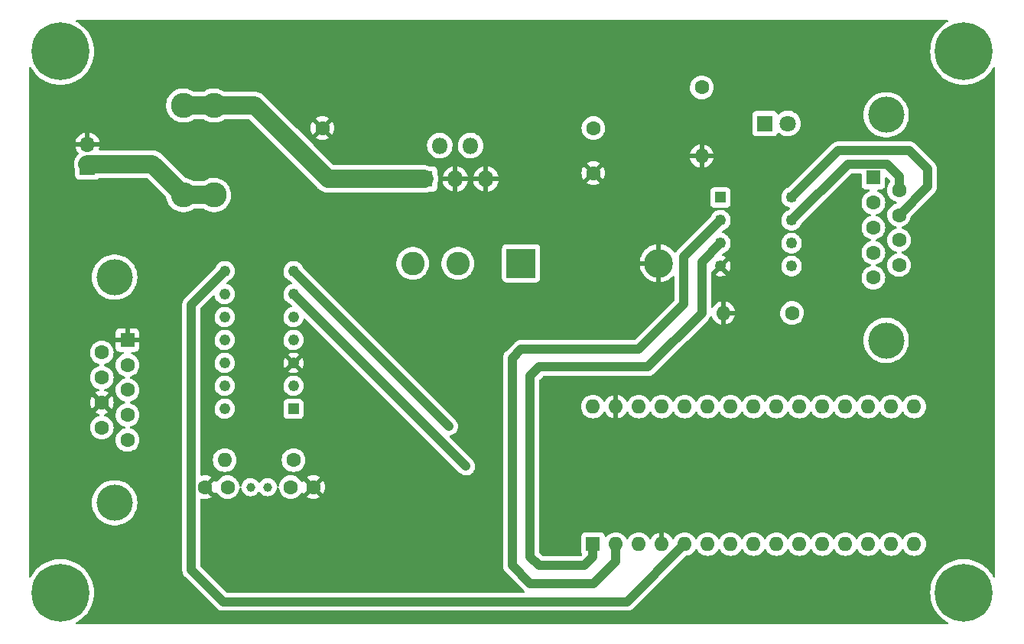
<source format=gbr>
%TF.GenerationSoftware,KiCad,Pcbnew,(6.0.5)*%
%TF.CreationDate,2022-06-18T16:03:33-04:00*%
%TF.ProjectId,TLM-18-Wrap-Up-Supervisor,544c4d2d-3138-42d5-9772-61702d55702d,A*%
%TF.SameCoordinates,Original*%
%TF.FileFunction,Copper,L2,Bot*%
%TF.FilePolarity,Positive*%
%FSLAX46Y46*%
G04 Gerber Fmt 4.6, Leading zero omitted, Abs format (unit mm)*
G04 Created by KiCad (PCBNEW (6.0.5)) date 2022-06-18 16:03:33*
%MOMM*%
%LPD*%
G01*
G04 APERTURE LIST*
%TA.AperFunction,ComponentPad*%
%ADD10C,1.600000*%
%TD*%
%TA.AperFunction,ComponentPad*%
%ADD11R,1.220000X1.220000*%
%TD*%
%TA.AperFunction,ComponentPad*%
%ADD12C,1.220000*%
%TD*%
%TA.AperFunction,ComponentPad*%
%ADD13R,1.800000X1.800000*%
%TD*%
%TA.AperFunction,ComponentPad*%
%ADD14O,1.800000X1.800000*%
%TD*%
%TA.AperFunction,ComponentPad*%
%ADD15C,1.000000*%
%TD*%
%TA.AperFunction,ComponentPad*%
%ADD16R,3.200000X3.200000*%
%TD*%
%TA.AperFunction,ComponentPad*%
%ADD17O,3.200000X3.200000*%
%TD*%
%TA.AperFunction,ComponentPad*%
%ADD18O,1.600000X1.600000*%
%TD*%
%TA.AperFunction,ComponentPad*%
%ADD19R,1.600000X1.600000*%
%TD*%
%TA.AperFunction,ComponentPad*%
%ADD20C,4.000000*%
%TD*%
%TA.AperFunction,ComponentPad*%
%ADD21C,2.780000*%
%TD*%
%TA.AperFunction,ComponentPad*%
%ADD22R,1.250000X1.250000*%
%TD*%
%TA.AperFunction,ComponentPad*%
%ADD23C,1.250000*%
%TD*%
%TA.AperFunction,ComponentPad*%
%ADD24C,6.400000*%
%TD*%
%TA.AperFunction,ComponentPad*%
%ADD25C,2.600000*%
%TD*%
%TA.AperFunction,ComponentPad*%
%ADD26R,1.700000X1.700000*%
%TD*%
%TA.AperFunction,ComponentPad*%
%ADD27O,1.700000X1.700000*%
%TD*%
%TA.AperFunction,ComponentPad*%
%ADD28C,1.800000*%
%TD*%
%TA.AperFunction,ViaPad*%
%ADD29C,0.800000*%
%TD*%
%TA.AperFunction,Conductor*%
%ADD30C,1.000000*%
%TD*%
%TA.AperFunction,Conductor*%
%ADD31C,2.000000*%
%TD*%
G04 APERTURE END LIST*
D10*
%TO.P,C3,1*%
%TO.N,GND*%
X99000000Y-123300000D03*
%TO.P,C3,2*%
%TO.N,Net-(C3-Pad2)*%
X101500000Y-123300000D03*
%TD*%
D11*
%TO.P,U2,1,FCKO*%
%TO.N,Net-(C3-Pad2)*%
X108810000Y-114620000D03*
D12*
%TO.P,U2,2,FCKI*%
%TO.N,Net-(C2-Pad2)*%
X108810000Y-112080000D03*
%TO.P,U2,3,VSS*%
%TO.N,GND*%
X108810000Y-109540000D03*
%TO.P,U2,4,SS/*%
%TO.N,SS*%
X108810000Y-107000000D03*
%TO.P,U2,5,SCK*%
%TO.N,SCK*%
X108810000Y-104460000D03*
%TO.P,U2,6,MISO*%
%TO.N,MISO*%
X108810000Y-101920000D03*
%TO.P,U2,7,MOSI*%
%TO.N,MOSI*%
X108810000Y-99380000D03*
%TO.P,U2,8,LFLAG/*%
%TO.N,/LFLAG*%
X101190000Y-99380000D03*
%TO.P,U2,9,DFLAG/*%
%TO.N,unconnected-(U2-Pad9)*%
X101190000Y-101920000D03*
%TO.P,U2,10,INDEX/*%
%TO.N,/ENC_Z*%
X101190000Y-104460000D03*
%TO.P,U2,11,B*%
%TO.N,/ENC_B*%
X101190000Y-107000000D03*
%TO.P,U2,12,A*%
%TO.N,/ENC_A*%
X101190000Y-109540000D03*
%TO.P,U2,13,CNT_EN*%
%TO.N,/CNT_EN*%
X101190000Y-112080000D03*
%TO.P,U2,14,VDD*%
%TO.N,+5V*%
X101190000Y-114620000D03*
%TD*%
D10*
%TO.P,C4,1*%
%TO.N,+5V*%
X142000000Y-83500000D03*
%TO.P,C4,2*%
%TO.N,GND*%
X142000000Y-88500000D03*
%TD*%
D13*
%TO.P,U1,1,VIN*%
%TO.N,+VDC*%
X123300000Y-89150000D03*
D14*
%TO.P,U1,2,OUT*%
%TO.N,Net-(D1-Pad1)*%
X125000000Y-85450000D03*
%TO.P,U1,3,GND*%
%TO.N,GND*%
X126700000Y-89150000D03*
%TO.P,U1,4,FB*%
%TO.N,+5V*%
X128400000Y-85450000D03*
%TO.P,U1,5,~{ON}/OFF*%
%TO.N,GND*%
X130100000Y-89150000D03*
%TD*%
D15*
%TO.P,Y1,1,1*%
%TO.N,Net-(C3-Pad2)*%
X104050000Y-123300000D03*
%TO.P,Y1,2,2*%
%TO.N,Net-(C2-Pad2)*%
X105950000Y-123300000D03*
%TD*%
D10*
%TO.P,C2,1*%
%TO.N,GND*%
X111000000Y-123300000D03*
%TO.P,C2,2*%
%TO.N,Net-(C2-Pad2)*%
X108500000Y-123300000D03*
%TD*%
D16*
%TO.P,D1,1,K*%
%TO.N,Net-(D1-Pad1)*%
X134000000Y-98500000D03*
D17*
%TO.P,D1,2,A*%
%TO.N,GND*%
X149240000Y-98500000D03*
%TD*%
D10*
%TO.P,R2,1*%
%TO.N,Net-(R2-Pad1)*%
X164000000Y-104000000D03*
D18*
%TO.P,R2,2*%
%TO.N,GND*%
X156380000Y-104000000D03*
%TD*%
D10*
%TO.P,R3,1*%
%TO.N,Net-(D2-Pad1)*%
X154000000Y-79000000D03*
D18*
%TO.P,R3,2*%
%TO.N,GND*%
X154000000Y-86620000D03*
%TD*%
D19*
%TO.P,A1,1,D1/TX*%
%TO.N,/TX*%
X141950000Y-129610000D03*
D18*
%TO.P,A1,2,D0/RX*%
%TO.N,/RX*%
X144490000Y-129610000D03*
%TO.P,A1,3,~{RESET}*%
%TO.N,unconnected-(A1-Pad3)*%
X147030000Y-129610000D03*
%TO.P,A1,4,GND*%
%TO.N,GND*%
X149570000Y-129610000D03*
%TO.P,A1,5,D2*%
%TO.N,/LFLAG*%
X152110000Y-129610000D03*
%TO.P,A1,6,D3*%
%TO.N,unconnected-(A1-Pad6)*%
X154650000Y-129610000D03*
%TO.P,A1,7,D4*%
%TO.N,unconnected-(A1-Pad7)*%
X157190000Y-129610000D03*
%TO.P,A1,8,D5*%
%TO.N,unconnected-(A1-Pad8)*%
X159730000Y-129610000D03*
%TO.P,A1,9,D6*%
%TO.N,unconnected-(A1-Pad9)*%
X162270000Y-129610000D03*
%TO.P,A1,10,D7*%
%TO.N,unconnected-(A1-Pad10)*%
X164810000Y-129610000D03*
%TO.P,A1,11,D8*%
%TO.N,/CNT_EN*%
X167350000Y-129610000D03*
%TO.P,A1,12,D9*%
%TO.N,SS*%
X169890000Y-129610000D03*
%TO.P,A1,13,D10*%
%TO.N,unconnected-(A1-Pad13)*%
X172430000Y-129610000D03*
%TO.P,A1,14,D11*%
%TO.N,MOSI*%
X174970000Y-129610000D03*
%TO.P,A1,15,D12*%
%TO.N,MISO*%
X177510000Y-129610000D03*
%TO.P,A1,16,D13*%
%TO.N,SCK*%
X177510000Y-114370000D03*
%TO.P,A1,17,3V3*%
%TO.N,unconnected-(A1-Pad17)*%
X174970000Y-114370000D03*
%TO.P,A1,18,AREF*%
%TO.N,unconnected-(A1-Pad18)*%
X172430000Y-114370000D03*
%TO.P,A1,19,A0*%
%TO.N,unconnected-(A1-Pad19)*%
X169890000Y-114370000D03*
%TO.P,A1,20,A1*%
%TO.N,unconnected-(A1-Pad20)*%
X167350000Y-114370000D03*
%TO.P,A1,21,A2*%
%TO.N,unconnected-(A1-Pad21)*%
X164810000Y-114370000D03*
%TO.P,A1,22,A3*%
%TO.N,unconnected-(A1-Pad22)*%
X162270000Y-114370000D03*
%TO.P,A1,23,A4*%
%TO.N,unconnected-(A1-Pad23)*%
X159730000Y-114370000D03*
%TO.P,A1,24,A5*%
%TO.N,unconnected-(A1-Pad24)*%
X157190000Y-114370000D03*
%TO.P,A1,25,A6*%
%TO.N,unconnected-(A1-Pad25)*%
X154650000Y-114370000D03*
%TO.P,A1,26,A7*%
%TO.N,unconnected-(A1-Pad26)*%
X152110000Y-114370000D03*
%TO.P,A1,27,+5V*%
%TO.N,+5V*%
X149570000Y-114370000D03*
%TO.P,A1,28,~{RESET}*%
%TO.N,unconnected-(A1-Pad28)*%
X147030000Y-114370000D03*
%TO.P,A1,29,GND*%
%TO.N,GND*%
X144490000Y-114370000D03*
%TO.P,A1,30,VIN*%
%TO.N,unconnected-(A1-Pad30)*%
X141950000Y-114370000D03*
%TD*%
D20*
%TO.P,J2,0*%
%TO.N,N/C*%
X89000000Y-125040000D03*
X89000000Y-100040000D03*
D19*
%TO.P,J2,1,1*%
%TO.N,GND*%
X90420000Y-107000000D03*
D10*
%TO.P,J2,2,2*%
%TO.N,/ENC_Z*%
X90420000Y-109770000D03*
%TO.P,J2,3,3*%
%TO.N,/ENC_B*%
X90420000Y-112540000D03*
%TO.P,J2,4,4*%
%TO.N,/ENC_A*%
X90420000Y-115310000D03*
%TO.P,J2,5,5*%
%TO.N,unconnected-(J2-Pad5)*%
X90420000Y-118080000D03*
%TO.P,J2,6,6*%
%TO.N,unconnected-(J2-Pad6)*%
X87580000Y-108385000D03*
%TO.P,J2,7,7*%
%TO.N,+5V*%
X87580000Y-111155000D03*
%TO.P,J2,8,8*%
%TO.N,GND*%
X87580000Y-113925000D03*
%TO.P,J2,9,9*%
%TO.N,unconnected-(J2-Pad9)*%
X87580000Y-116695000D03*
%TD*%
D21*
%TO.P,F1,1*%
%TO.N,+VDC*%
X100000000Y-81000000D03*
X96600000Y-81000000D03*
%TO.P,F1,2*%
%TO.N,Net-(J1-Pad1)*%
X100000000Y-90920000D03*
X96600000Y-90920000D03*
%TD*%
D10*
%TO.P,C1,1*%
%TO.N,+VDC*%
X112000000Y-88500000D03*
%TO.P,C1,2*%
%TO.N,GND*%
X112000000Y-83500000D03*
%TD*%
D22*
%TO.P,U3,1,VCC*%
%TO.N,+5V*%
X156065000Y-91190000D03*
D23*
%TO.P,U3,2,RO*%
%TO.N,/RX*%
X156065000Y-93730000D03*
%TO.P,U3,3,DI*%
%TO.N,/TX*%
X156065000Y-96270000D03*
%TO.P,U3,4,GND*%
%TO.N,GND*%
X156065000Y-98810000D03*
%TO.P,U3,5,Y*%
%TO.N,/Y*%
X163935000Y-98810000D03*
%TO.P,U3,6,Z*%
%TO.N,/Z*%
X163935000Y-96270000D03*
%TO.P,U3,7,B*%
%TO.N,/B*%
X163935000Y-93730000D03*
%TO.P,U3,8,A*%
%TO.N,/A*%
X163935000Y-91190000D03*
%TD*%
D10*
%TO.P,R1,1*%
%TO.N,Net-(C2-Pad2)*%
X108810000Y-120300000D03*
D18*
%TO.P,R1,2*%
%TO.N,Net-(C3-Pad2)*%
X101190000Y-120300000D03*
%TD*%
D24*
%TO.P,,1*%
%TO.N,N/C*%
X183000000Y-135000000D03*
%TD*%
%TO.P,,1*%
%TO.N,N/C*%
X83000000Y-75000000D03*
%TD*%
D25*
%TO.P,L1,1,1*%
%TO.N,Net-(D1-Pad1)*%
X127000000Y-98500000D03*
%TO.P,L1,2,2*%
%TO.N,+5V*%
X122000000Y-98500000D03*
%TD*%
D20*
%TO.P,J3,0*%
%TO.N,N/C*%
X174420000Y-82040000D03*
X174420000Y-107040000D03*
D19*
%TO.P,J3,1,1*%
%TO.N,/Z*%
X173000000Y-89000000D03*
D10*
%TO.P,J3,2,2*%
%TO.N,/Y*%
X173000000Y-91770000D03*
%TO.P,J3,3,3*%
%TO.N,unconnected-(J3-Pad3)*%
X173000000Y-94540000D03*
%TO.P,J3,4,4*%
%TO.N,unconnected-(J3-Pad4)*%
X173000000Y-97310000D03*
%TO.P,J3,5,5*%
%TO.N,Net-(R2-Pad1)*%
X173000000Y-100080000D03*
%TO.P,J3,6,6*%
%TO.N,/B*%
X175840000Y-90385000D03*
%TO.P,J3,7,7*%
%TO.N,/A*%
X175840000Y-93155000D03*
%TO.P,J3,8,8*%
%TO.N,unconnected-(J3-Pad8)*%
X175840000Y-95925000D03*
%TO.P,J3,9,9*%
%TO.N,unconnected-(J3-Pad9)*%
X175840000Y-98695000D03*
%TD*%
D26*
%TO.P,J1,1,Pin_1*%
%TO.N,Net-(J1-Pad1)*%
X86000000Y-87880000D03*
D27*
%TO.P,J1,2,Pin_2*%
%TO.N,GND*%
X86000000Y-85340000D03*
%TD*%
D13*
%TO.P,D2,1,K*%
%TO.N,Net-(D2-Pad1)*%
X161000000Y-83000000D03*
D28*
%TO.P,D2,2,A*%
%TO.N,+5V*%
X163540000Y-83000000D03*
%TD*%
D24*
%TO.P,,1*%
%TO.N,N/C*%
X183000000Y-75000000D03*
%TD*%
%TO.P,REF\u002A\u002A,1*%
%TO.N,N/C*%
X83000000Y-135000000D03*
%TD*%
D29*
%TO.N,MOSI*%
X126000000Y-116570000D03*
%TO.N,MISO*%
X127890000Y-121000000D03*
%TD*%
D30*
%TO.N,/TX*%
X136000000Y-110000000D02*
X135000000Y-111000000D01*
X141000000Y-132000000D02*
X141950000Y-131050000D01*
X148000000Y-110000000D02*
X136000000Y-110000000D01*
X154000000Y-98335000D02*
X154000000Y-104000000D01*
X136000000Y-132000000D02*
X141000000Y-132000000D01*
X135000000Y-131000000D02*
X136000000Y-132000000D01*
X135000000Y-111000000D02*
X135000000Y-131000000D01*
X154000000Y-104000000D02*
X148000000Y-110000000D01*
X156065000Y-96270000D02*
X154000000Y-98335000D01*
X141950000Y-131050000D02*
X141950000Y-129610000D01*
%TO.N,/RX*%
X133000000Y-132000000D02*
X135000000Y-134000000D01*
X152000000Y-103000000D02*
X147000000Y-108000000D01*
X133000000Y-109000000D02*
X133000000Y-132000000D01*
X147000000Y-108000000D02*
X134000000Y-108000000D01*
X156065000Y-93730000D02*
X152000000Y-97795000D01*
X152000000Y-97795000D02*
X152000000Y-103000000D01*
X135000000Y-134000000D02*
X142000000Y-134000000D01*
X144490000Y-131510000D02*
X144490000Y-129610000D01*
X134000000Y-108000000D02*
X133000000Y-109000000D01*
X142000000Y-134000000D02*
X144490000Y-131510000D01*
%TO.N,/LFLAG*%
X145720000Y-136000000D02*
X152110000Y-129610000D01*
X97500489Y-103069511D02*
X97500489Y-132500489D01*
X97500489Y-132500489D02*
X101000000Y-136000000D01*
X101000000Y-136000000D02*
X145720000Y-136000000D01*
X101190000Y-99380000D02*
X97500489Y-103069511D01*
%TO.N,MOSI*%
X108810000Y-99380000D02*
X126000000Y-116570000D01*
%TO.N,MISO*%
X108810000Y-101920000D02*
X127890000Y-121000000D01*
D31*
%TO.N,+VDC*%
X123300000Y-89150000D02*
X112650000Y-89150000D01*
X104500000Y-81000000D02*
X112000000Y-88500000D01*
X112650000Y-89150000D02*
X112000000Y-88500000D01*
X100000000Y-81000000D02*
X104500000Y-81000000D01*
X96600000Y-81000000D02*
X100000000Y-81000000D01*
%TO.N,Net-(J1-Pad1)*%
X93180000Y-87500000D02*
X96600000Y-90920000D01*
X96600000Y-90920000D02*
X100000000Y-90920000D01*
X86000000Y-87500000D02*
X93180000Y-87500000D01*
D30*
%TO.N,/B*%
X170164511Y-87500489D02*
X174500489Y-87500489D01*
X175840000Y-88840000D02*
X175840000Y-90385000D01*
X174500489Y-87500489D02*
X175840000Y-88840000D01*
X163935000Y-93730000D02*
X170164511Y-87500489D01*
%TO.N,/A*%
X163935000Y-91190000D02*
X169125000Y-86000000D01*
X177000000Y-86000000D02*
X179000000Y-88000000D01*
X179000000Y-89995000D02*
X175840000Y-93155000D01*
X169125000Y-86000000D02*
X177000000Y-86000000D01*
X179000000Y-88000000D02*
X179000000Y-89995000D01*
%TD*%
%TA.AperFunction,Conductor*%
%TO.N,GND*%
G36*
X181227076Y-71528502D02*
G01*
X181273569Y-71582158D01*
X181283673Y-71652432D01*
X181254179Y-71717012D01*
X181216158Y-71746767D01*
X181146147Y-71782439D01*
X181146140Y-71782443D01*
X181143206Y-71783938D01*
X180817207Y-71995643D01*
X180515124Y-72240266D01*
X180240266Y-72515124D01*
X179995643Y-72817207D01*
X179783938Y-73143206D01*
X179782443Y-73146140D01*
X179782439Y-73146147D01*
X179712366Y-73283673D01*
X179607468Y-73489547D01*
X179468167Y-73852438D01*
X179367562Y-74227901D01*
X179306754Y-74611824D01*
X179286411Y-75000000D01*
X179306754Y-75388176D01*
X179367562Y-75772099D01*
X179468167Y-76147562D01*
X179607468Y-76510453D01*
X179608966Y-76513393D01*
X179720468Y-76732227D01*
X179783938Y-76856794D01*
X179995643Y-77182793D01*
X180240266Y-77484876D01*
X180515124Y-77759734D01*
X180517682Y-77761806D01*
X180517686Y-77761809D01*
X180645899Y-77865634D01*
X180817207Y-78004357D01*
X180819970Y-78006152D01*
X180819971Y-78006152D01*
X181044255Y-78151803D01*
X181143205Y-78216062D01*
X181146139Y-78217557D01*
X181146146Y-78217561D01*
X181402615Y-78348238D01*
X181489547Y-78392532D01*
X181852438Y-78531833D01*
X182227901Y-78632438D01*
X182431793Y-78664732D01*
X182608576Y-78692732D01*
X182608584Y-78692733D01*
X182611824Y-78693246D01*
X183000000Y-78713589D01*
X183388176Y-78693246D01*
X183391416Y-78692733D01*
X183391424Y-78692732D01*
X183568207Y-78664732D01*
X183772099Y-78632438D01*
X184147562Y-78531833D01*
X184510453Y-78392532D01*
X184597385Y-78348238D01*
X184853854Y-78217561D01*
X184853861Y-78217557D01*
X184856795Y-78216062D01*
X184955746Y-78151803D01*
X185180029Y-78006152D01*
X185180030Y-78006152D01*
X185182793Y-78004357D01*
X185354101Y-77865634D01*
X185482314Y-77761809D01*
X185482318Y-77761806D01*
X185484876Y-77759734D01*
X185759734Y-77484876D01*
X186004357Y-77182793D01*
X186216062Y-76856794D01*
X186253233Y-76783842D01*
X186301981Y-76732227D01*
X186370896Y-76715161D01*
X186438098Y-76738062D01*
X186482250Y-76793659D01*
X186491500Y-76841045D01*
X186491500Y-133158955D01*
X186471498Y-133227076D01*
X186417842Y-133273569D01*
X186347568Y-133283673D01*
X186282988Y-133254179D01*
X186253233Y-133216158D01*
X186217561Y-133146147D01*
X186217557Y-133146140D01*
X186216062Y-133143206D01*
X186165965Y-133066062D01*
X186006152Y-132819971D01*
X186006152Y-132819970D01*
X186004357Y-132817207D01*
X185796385Y-132560384D01*
X185761809Y-132517686D01*
X185761806Y-132517682D01*
X185759734Y-132515124D01*
X185484876Y-132240266D01*
X185430965Y-132196609D01*
X185295910Y-132087244D01*
X185182793Y-131995643D01*
X185180029Y-131993848D01*
X184859564Y-131785736D01*
X184859561Y-131785734D01*
X184856795Y-131783938D01*
X184853861Y-131782443D01*
X184853854Y-131782439D01*
X184513393Y-131608966D01*
X184510453Y-131607468D01*
X184249783Y-131507406D01*
X184150652Y-131469353D01*
X184150650Y-131469352D01*
X184147562Y-131468167D01*
X183772099Y-131367562D01*
X183568207Y-131335268D01*
X183391424Y-131307268D01*
X183391416Y-131307267D01*
X183388176Y-131306754D01*
X183000000Y-131286411D01*
X182611824Y-131306754D01*
X182608584Y-131307267D01*
X182608576Y-131307268D01*
X182431793Y-131335268D01*
X182227901Y-131367562D01*
X181852438Y-131468167D01*
X181849350Y-131469352D01*
X181849348Y-131469353D01*
X181750217Y-131507406D01*
X181489547Y-131607468D01*
X181486607Y-131608966D01*
X181146147Y-131782439D01*
X181146140Y-131782443D01*
X181143206Y-131783938D01*
X181140440Y-131785734D01*
X181140437Y-131785736D01*
X180819971Y-131993848D01*
X180817207Y-131995643D01*
X180704090Y-132087244D01*
X180569036Y-132196609D01*
X180515124Y-132240266D01*
X180240266Y-132515124D01*
X180238194Y-132517682D01*
X180238191Y-132517686D01*
X180203615Y-132560384D01*
X179995643Y-132817207D01*
X179993848Y-132819970D01*
X179993848Y-132819971D01*
X179834036Y-133066062D01*
X179783938Y-133143206D01*
X179782443Y-133146140D01*
X179782439Y-133146147D01*
X179712366Y-133283673D01*
X179607468Y-133489547D01*
X179468167Y-133852438D01*
X179367562Y-134227901D01*
X179306754Y-134611824D01*
X179286411Y-135000000D01*
X179306754Y-135388176D01*
X179367562Y-135772099D01*
X179468167Y-136147562D01*
X179607468Y-136510453D01*
X179608966Y-136513393D01*
X179781867Y-136852729D01*
X179783938Y-136856794D01*
X179785734Y-136859560D01*
X179785736Y-136859563D01*
X179873092Y-136994080D01*
X179995643Y-137182793D01*
X180240266Y-137484876D01*
X180515124Y-137759734D01*
X180817207Y-138004357D01*
X181143205Y-138216062D01*
X181146139Y-138217557D01*
X181146146Y-138217561D01*
X181216157Y-138253233D01*
X181267772Y-138301981D01*
X181284838Y-138370896D01*
X181261937Y-138438098D01*
X181206340Y-138482250D01*
X181158954Y-138491500D01*
X84841046Y-138491500D01*
X84772925Y-138471498D01*
X84726432Y-138417842D01*
X84716328Y-138347568D01*
X84745822Y-138282988D01*
X84783843Y-138253233D01*
X84853854Y-138217561D01*
X84853861Y-138217557D01*
X84856795Y-138216062D01*
X85182793Y-138004357D01*
X85484876Y-137759734D01*
X85759734Y-137484876D01*
X86004357Y-137182793D01*
X86126908Y-136994080D01*
X86214264Y-136859563D01*
X86214266Y-136859560D01*
X86216062Y-136856794D01*
X86218134Y-136852729D01*
X86391034Y-136513393D01*
X86392532Y-136510453D01*
X86531833Y-136147562D01*
X86632438Y-135772099D01*
X86693246Y-135388176D01*
X86713589Y-135000000D01*
X86693246Y-134611824D01*
X86632438Y-134227901D01*
X86531833Y-133852438D01*
X86392532Y-133489547D01*
X86287634Y-133283673D01*
X86217561Y-133146147D01*
X86217557Y-133146140D01*
X86216062Y-133143206D01*
X86165965Y-133066062D01*
X86006152Y-132819971D01*
X86006152Y-132819970D01*
X86004357Y-132817207D01*
X85796385Y-132560384D01*
X85761809Y-132517686D01*
X85761806Y-132517682D01*
X85759734Y-132515124D01*
X85484876Y-132240266D01*
X85430965Y-132196609D01*
X85295910Y-132087244D01*
X85182793Y-131995643D01*
X85180029Y-131993848D01*
X84859564Y-131785736D01*
X84859561Y-131785734D01*
X84856795Y-131783938D01*
X84853861Y-131782443D01*
X84853854Y-131782439D01*
X84513393Y-131608966D01*
X84510453Y-131607468D01*
X84249783Y-131507406D01*
X84150652Y-131469353D01*
X84150650Y-131469352D01*
X84147562Y-131468167D01*
X83772099Y-131367562D01*
X83568207Y-131335268D01*
X83391424Y-131307268D01*
X83391416Y-131307267D01*
X83388176Y-131306754D01*
X83000000Y-131286411D01*
X82611824Y-131306754D01*
X82608584Y-131307267D01*
X82608576Y-131307268D01*
X82431793Y-131335268D01*
X82227901Y-131367562D01*
X81852438Y-131468167D01*
X81849350Y-131469352D01*
X81849348Y-131469353D01*
X81750217Y-131507406D01*
X81489547Y-131607468D01*
X81486607Y-131608966D01*
X81146147Y-131782439D01*
X81146140Y-131782443D01*
X81143206Y-131783938D01*
X81140440Y-131785734D01*
X81140437Y-131785736D01*
X80819971Y-131993848D01*
X80817207Y-131995643D01*
X80704090Y-132087244D01*
X80569036Y-132196609D01*
X80515124Y-132240266D01*
X80240266Y-132515124D01*
X80238194Y-132517682D01*
X80238191Y-132517686D01*
X80203615Y-132560384D01*
X79995643Y-132817207D01*
X79993848Y-132819970D01*
X79993848Y-132819971D01*
X79834036Y-133066062D01*
X79783938Y-133143206D01*
X79782443Y-133146140D01*
X79782439Y-133146147D01*
X79746767Y-133216158D01*
X79698019Y-133267773D01*
X79629104Y-133284839D01*
X79561902Y-133261938D01*
X79517750Y-133206341D01*
X79508500Y-133158955D01*
X79508500Y-125040000D01*
X86486540Y-125040000D01*
X86506359Y-125355020D01*
X86565505Y-125665072D01*
X86663044Y-125965266D01*
X86664731Y-125968852D01*
X86664733Y-125968856D01*
X86795750Y-126247283D01*
X86795754Y-126247290D01*
X86797438Y-126250869D01*
X86966568Y-126517375D01*
X87167767Y-126760582D01*
X87397860Y-126976654D01*
X87653221Y-127162184D01*
X87929821Y-127314247D01*
X87933490Y-127315700D01*
X87933495Y-127315702D01*
X88219628Y-127428990D01*
X88223298Y-127430443D01*
X88529025Y-127508940D01*
X88842179Y-127548500D01*
X89157821Y-127548500D01*
X89470975Y-127508940D01*
X89776702Y-127430443D01*
X89780372Y-127428990D01*
X90066505Y-127315702D01*
X90066510Y-127315700D01*
X90070179Y-127314247D01*
X90346779Y-127162184D01*
X90602140Y-126976654D01*
X90832233Y-126760582D01*
X91033432Y-126517375D01*
X91202562Y-126250869D01*
X91204246Y-126247290D01*
X91204250Y-126247283D01*
X91335267Y-125968856D01*
X91335269Y-125968852D01*
X91336956Y-125965266D01*
X91434495Y-125665072D01*
X91493641Y-125355020D01*
X91513460Y-125040000D01*
X91493641Y-124724980D01*
X91434495Y-124414928D01*
X91336956Y-124114734D01*
X91300686Y-124037655D01*
X91204250Y-123832717D01*
X91204246Y-123832710D01*
X91202562Y-123829131D01*
X91033432Y-123562625D01*
X90876338Y-123372732D01*
X90834758Y-123322470D01*
X90834757Y-123322469D01*
X90832233Y-123319418D01*
X90812761Y-123301132D01*
X90732936Y-123226172D01*
X90602140Y-123103346D01*
X90346779Y-122917816D01*
X90339531Y-122913831D01*
X90073648Y-122767660D01*
X90073647Y-122767659D01*
X90070179Y-122765753D01*
X90066510Y-122764300D01*
X90066505Y-122764298D01*
X89780372Y-122651010D01*
X89780371Y-122651010D01*
X89776702Y-122649557D01*
X89470975Y-122571060D01*
X89157821Y-122531500D01*
X88842179Y-122531500D01*
X88529025Y-122571060D01*
X88223298Y-122649557D01*
X88219629Y-122651010D01*
X88219628Y-122651010D01*
X87933495Y-122764298D01*
X87933490Y-122764300D01*
X87929821Y-122765753D01*
X87926353Y-122767659D01*
X87926352Y-122767660D01*
X87660470Y-122913831D01*
X87653221Y-122917816D01*
X87397860Y-123103346D01*
X87267064Y-123226172D01*
X87187240Y-123301132D01*
X87167767Y-123319418D01*
X87165243Y-123322469D01*
X87165242Y-123322470D01*
X87123662Y-123372732D01*
X86966568Y-123562625D01*
X86797438Y-123829131D01*
X86795754Y-123832710D01*
X86795750Y-123832717D01*
X86699314Y-124037655D01*
X86663044Y-124114734D01*
X86565505Y-124414928D01*
X86506359Y-124724980D01*
X86486540Y-125040000D01*
X79508500Y-125040000D01*
X79508500Y-118080000D01*
X89106502Y-118080000D01*
X89126457Y-118308087D01*
X89185716Y-118529243D01*
X89188039Y-118534224D01*
X89188039Y-118534225D01*
X89280151Y-118731762D01*
X89280154Y-118731767D01*
X89282477Y-118736749D01*
X89413802Y-118924300D01*
X89575700Y-119086198D01*
X89580208Y-119089355D01*
X89580211Y-119089357D01*
X89658389Y-119144098D01*
X89763251Y-119217523D01*
X89768233Y-119219846D01*
X89768238Y-119219849D01*
X89935190Y-119297699D01*
X89970757Y-119314284D01*
X89976065Y-119315706D01*
X89976067Y-119315707D01*
X90186598Y-119372119D01*
X90186600Y-119372119D01*
X90191913Y-119373543D01*
X90420000Y-119393498D01*
X90648087Y-119373543D01*
X90653400Y-119372119D01*
X90653402Y-119372119D01*
X90863933Y-119315707D01*
X90863935Y-119315706D01*
X90869243Y-119314284D01*
X90904810Y-119297699D01*
X91071762Y-119219849D01*
X91071767Y-119219846D01*
X91076749Y-119217523D01*
X91181611Y-119144098D01*
X91259789Y-119089357D01*
X91259792Y-119089355D01*
X91264300Y-119086198D01*
X91426198Y-118924300D01*
X91557523Y-118736749D01*
X91559846Y-118731767D01*
X91559849Y-118731762D01*
X91651961Y-118534225D01*
X91651961Y-118534224D01*
X91654284Y-118529243D01*
X91713543Y-118308087D01*
X91733498Y-118080000D01*
X91713543Y-117851913D01*
X91708971Y-117834849D01*
X91655707Y-117636067D01*
X91655706Y-117636065D01*
X91654284Y-117630757D01*
X91627083Y-117572423D01*
X91559849Y-117428238D01*
X91559846Y-117428233D01*
X91557523Y-117423251D01*
X91426198Y-117235700D01*
X91264300Y-117073802D01*
X91259792Y-117070645D01*
X91259789Y-117070643D01*
X91181611Y-117015902D01*
X91076749Y-116942477D01*
X91071767Y-116940154D01*
X91071762Y-116940151D01*
X90874225Y-116848039D01*
X90874224Y-116848039D01*
X90869243Y-116845716D01*
X90863935Y-116844294D01*
X90863933Y-116844293D01*
X90760981Y-116816707D01*
X90700358Y-116779755D01*
X90669337Y-116715894D01*
X90677765Y-116645400D01*
X90722968Y-116590653D01*
X90760981Y-116573293D01*
X90863933Y-116545707D01*
X90863935Y-116545706D01*
X90869243Y-116544284D01*
X90874225Y-116541961D01*
X91071762Y-116449849D01*
X91071767Y-116449846D01*
X91076749Y-116447523D01*
X91181611Y-116374098D01*
X91259789Y-116319357D01*
X91259792Y-116319355D01*
X91264300Y-116316198D01*
X91426198Y-116154300D01*
X91557523Y-115966749D01*
X91559846Y-115961767D01*
X91559849Y-115961762D01*
X91651961Y-115764225D01*
X91651961Y-115764224D01*
X91654284Y-115759243D01*
X91658971Y-115741753D01*
X91712119Y-115543402D01*
X91712119Y-115543400D01*
X91713543Y-115538087D01*
X91733498Y-115310000D01*
X91713543Y-115081913D01*
X91697621Y-115022491D01*
X91655707Y-114866067D01*
X91655706Y-114866065D01*
X91654284Y-114860757D01*
X91623958Y-114795722D01*
X91559849Y-114658238D01*
X91559846Y-114658233D01*
X91557523Y-114653251D01*
X91426198Y-114465700D01*
X91264300Y-114303802D01*
X91259792Y-114300645D01*
X91259789Y-114300643D01*
X91133576Y-114212268D01*
X91076749Y-114172477D01*
X91071767Y-114170154D01*
X91071762Y-114170151D01*
X90874225Y-114078039D01*
X90874224Y-114078039D01*
X90869243Y-114075716D01*
X90863935Y-114074294D01*
X90863933Y-114074293D01*
X90760981Y-114046707D01*
X90700358Y-114009755D01*
X90669337Y-113945894D01*
X90677765Y-113875400D01*
X90722968Y-113820653D01*
X90760981Y-113803293D01*
X90863933Y-113775707D01*
X90863935Y-113775706D01*
X90869243Y-113774284D01*
X90874778Y-113771703D01*
X91071762Y-113679849D01*
X91071767Y-113679846D01*
X91076749Y-113677523D01*
X91237775Y-113564771D01*
X91259789Y-113549357D01*
X91259792Y-113549355D01*
X91264300Y-113546198D01*
X91426198Y-113384300D01*
X91442494Y-113361028D01*
X91510437Y-113263994D01*
X91557523Y-113196749D01*
X91559846Y-113191767D01*
X91559849Y-113191762D01*
X91651961Y-112994225D01*
X91651961Y-112994224D01*
X91654284Y-112989243D01*
X91694559Y-112838938D01*
X91712119Y-112773402D01*
X91712119Y-112773400D01*
X91713543Y-112768087D01*
X91733498Y-112540000D01*
X91713543Y-112311913D01*
X91708971Y-112294849D01*
X91655707Y-112096067D01*
X91655706Y-112096065D01*
X91654284Y-112090757D01*
X91647545Y-112076305D01*
X91559849Y-111888238D01*
X91559846Y-111888233D01*
X91557523Y-111883251D01*
X91426198Y-111695700D01*
X91264300Y-111533802D01*
X91259792Y-111530645D01*
X91259789Y-111530643D01*
X91164151Y-111463677D01*
X91076749Y-111402477D01*
X91071767Y-111400154D01*
X91071762Y-111400151D01*
X90874225Y-111308039D01*
X90874224Y-111308039D01*
X90869243Y-111305716D01*
X90863935Y-111304294D01*
X90863933Y-111304293D01*
X90760981Y-111276707D01*
X90700358Y-111239755D01*
X90669337Y-111175894D01*
X90677765Y-111105400D01*
X90722968Y-111050653D01*
X90760981Y-111033293D01*
X90863933Y-111005707D01*
X90863935Y-111005706D01*
X90869243Y-111004284D01*
X90874225Y-111001961D01*
X91071762Y-110909849D01*
X91071767Y-110909846D01*
X91076749Y-110907523D01*
X91181611Y-110834098D01*
X91259789Y-110779357D01*
X91259792Y-110779355D01*
X91264300Y-110776198D01*
X91426198Y-110614300D01*
X91430390Y-110608314D01*
X91506760Y-110499246D01*
X91557523Y-110426749D01*
X91559846Y-110421767D01*
X91559849Y-110421762D01*
X91651961Y-110224225D01*
X91651961Y-110224224D01*
X91654284Y-110219243D01*
X91667157Y-110171203D01*
X91712119Y-110003402D01*
X91712119Y-110003400D01*
X91713543Y-109998087D01*
X91733498Y-109770000D01*
X91713543Y-109541913D01*
X91712040Y-109536305D01*
X91655707Y-109326067D01*
X91655706Y-109326065D01*
X91654284Y-109320757D01*
X91650286Y-109312183D01*
X91559849Y-109118238D01*
X91559846Y-109118233D01*
X91557523Y-109113251D01*
X91472272Y-108991500D01*
X91429357Y-108930211D01*
X91429355Y-108930208D01*
X91426198Y-108925700D01*
X91264300Y-108763802D01*
X91259792Y-108760645D01*
X91259789Y-108760643D01*
X91143425Y-108679164D01*
X91076749Y-108632477D01*
X91071767Y-108630154D01*
X91071762Y-108630151D01*
X90896003Y-108548194D01*
X90842718Y-108501277D01*
X90823257Y-108433000D01*
X90843799Y-108365040D01*
X90897821Y-108318974D01*
X90949253Y-108307999D01*
X91264669Y-108307999D01*
X91271490Y-108307629D01*
X91322352Y-108302105D01*
X91337604Y-108298479D01*
X91458054Y-108253324D01*
X91473649Y-108244786D01*
X91575724Y-108168285D01*
X91588285Y-108155724D01*
X91664786Y-108053649D01*
X91673324Y-108038054D01*
X91718478Y-107917606D01*
X91722105Y-107902351D01*
X91727631Y-107851486D01*
X91728000Y-107844672D01*
X91728000Y-107272115D01*
X91723525Y-107256876D01*
X91722135Y-107255671D01*
X91714452Y-107254000D01*
X89130116Y-107254000D01*
X89114877Y-107258475D01*
X89113672Y-107259865D01*
X89112001Y-107267548D01*
X89112001Y-107844669D01*
X89112371Y-107851490D01*
X89117895Y-107902352D01*
X89121521Y-107917604D01*
X89166676Y-108038054D01*
X89175214Y-108053649D01*
X89251715Y-108155724D01*
X89264276Y-108168285D01*
X89366351Y-108244786D01*
X89381946Y-108253324D01*
X89502394Y-108298478D01*
X89517649Y-108302105D01*
X89568514Y-108307631D01*
X89575328Y-108308000D01*
X89890746Y-108308000D01*
X89958867Y-108328002D01*
X90005360Y-108381658D01*
X90015464Y-108451932D01*
X89985970Y-108516512D01*
X89943995Y-108548195D01*
X89768242Y-108630149D01*
X89768239Y-108630151D01*
X89763251Y-108632477D01*
X89696575Y-108679164D01*
X89580211Y-108760643D01*
X89580208Y-108760645D01*
X89575700Y-108763802D01*
X89413802Y-108925700D01*
X89410645Y-108930208D01*
X89410643Y-108930211D01*
X89367728Y-108991500D01*
X89282477Y-109113251D01*
X89280154Y-109118233D01*
X89280151Y-109118238D01*
X89189714Y-109312183D01*
X89185716Y-109320757D01*
X89184294Y-109326065D01*
X89184293Y-109326067D01*
X89127960Y-109536305D01*
X89126457Y-109541913D01*
X89106502Y-109770000D01*
X89126457Y-109998087D01*
X89127881Y-110003400D01*
X89127881Y-110003402D01*
X89172844Y-110171203D01*
X89185716Y-110219243D01*
X89188039Y-110224224D01*
X89188039Y-110224225D01*
X89280151Y-110421762D01*
X89280154Y-110421767D01*
X89282477Y-110426749D01*
X89333240Y-110499246D01*
X89409611Y-110608314D01*
X89413802Y-110614300D01*
X89575700Y-110776198D01*
X89580208Y-110779355D01*
X89580211Y-110779357D01*
X89658389Y-110834098D01*
X89763251Y-110907523D01*
X89768233Y-110909846D01*
X89768238Y-110909849D01*
X89965775Y-111001961D01*
X89970757Y-111004284D01*
X89976065Y-111005706D01*
X89976067Y-111005707D01*
X90079019Y-111033293D01*
X90139642Y-111070245D01*
X90170663Y-111134106D01*
X90162235Y-111204600D01*
X90117032Y-111259347D01*
X90079019Y-111276707D01*
X89976067Y-111304293D01*
X89976065Y-111304294D01*
X89970757Y-111305716D01*
X89965776Y-111308039D01*
X89965775Y-111308039D01*
X89768238Y-111400151D01*
X89768233Y-111400154D01*
X89763251Y-111402477D01*
X89675849Y-111463677D01*
X89580211Y-111530643D01*
X89580208Y-111530645D01*
X89575700Y-111533802D01*
X89413802Y-111695700D01*
X89282477Y-111883251D01*
X89280154Y-111888233D01*
X89280151Y-111888238D01*
X89192455Y-112076305D01*
X89185716Y-112090757D01*
X89184294Y-112096065D01*
X89184293Y-112096067D01*
X89131029Y-112294849D01*
X89126457Y-112311913D01*
X89106502Y-112540000D01*
X89126457Y-112768087D01*
X89127881Y-112773400D01*
X89127881Y-112773402D01*
X89145442Y-112838938D01*
X89185716Y-112989243D01*
X89188039Y-112994224D01*
X89188039Y-112994225D01*
X89280151Y-113191762D01*
X89280154Y-113191767D01*
X89282477Y-113196749D01*
X89329563Y-113263994D01*
X89397507Y-113361028D01*
X89413802Y-113384300D01*
X89575700Y-113546198D01*
X89580208Y-113549355D01*
X89580211Y-113549357D01*
X89602225Y-113564771D01*
X89763251Y-113677523D01*
X89768233Y-113679846D01*
X89768238Y-113679849D01*
X89965222Y-113771703D01*
X89970757Y-113774284D01*
X89976065Y-113775706D01*
X89976067Y-113775707D01*
X90079019Y-113803293D01*
X90139642Y-113840245D01*
X90170663Y-113904106D01*
X90162235Y-113974600D01*
X90117032Y-114029347D01*
X90079019Y-114046707D01*
X89976067Y-114074293D01*
X89976065Y-114074294D01*
X89970757Y-114075716D01*
X89965776Y-114078039D01*
X89965775Y-114078039D01*
X89768238Y-114170151D01*
X89768233Y-114170154D01*
X89763251Y-114172477D01*
X89706424Y-114212268D01*
X89580211Y-114300643D01*
X89580208Y-114300645D01*
X89575700Y-114303802D01*
X89413802Y-114465700D01*
X89282477Y-114653251D01*
X89280154Y-114658233D01*
X89280151Y-114658238D01*
X89216042Y-114795722D01*
X89185716Y-114860757D01*
X89184294Y-114866065D01*
X89184293Y-114866067D01*
X89142379Y-115022491D01*
X89126457Y-115081913D01*
X89106502Y-115310000D01*
X89126457Y-115538087D01*
X89127881Y-115543400D01*
X89127881Y-115543402D01*
X89181030Y-115741753D01*
X89185716Y-115759243D01*
X89188039Y-115764224D01*
X89188039Y-115764225D01*
X89280151Y-115961762D01*
X89280154Y-115961767D01*
X89282477Y-115966749D01*
X89413802Y-116154300D01*
X89575700Y-116316198D01*
X89580208Y-116319355D01*
X89580211Y-116319357D01*
X89658389Y-116374098D01*
X89763251Y-116447523D01*
X89768233Y-116449846D01*
X89768238Y-116449849D01*
X89965775Y-116541961D01*
X89970757Y-116544284D01*
X89976065Y-116545706D01*
X89976067Y-116545707D01*
X90079019Y-116573293D01*
X90139642Y-116610245D01*
X90170663Y-116674106D01*
X90162235Y-116744600D01*
X90117032Y-116799347D01*
X90079019Y-116816707D01*
X89976067Y-116844293D01*
X89976065Y-116844294D01*
X89970757Y-116845716D01*
X89965776Y-116848039D01*
X89965775Y-116848039D01*
X89768238Y-116940151D01*
X89768233Y-116940154D01*
X89763251Y-116942477D01*
X89658389Y-117015902D01*
X89580211Y-117070643D01*
X89580208Y-117070645D01*
X89575700Y-117073802D01*
X89413802Y-117235700D01*
X89282477Y-117423251D01*
X89280154Y-117428233D01*
X89280151Y-117428238D01*
X89212917Y-117572423D01*
X89185716Y-117630757D01*
X89184294Y-117636065D01*
X89184293Y-117636067D01*
X89131029Y-117834849D01*
X89126457Y-117851913D01*
X89106502Y-118080000D01*
X79508500Y-118080000D01*
X79508500Y-116695000D01*
X86266502Y-116695000D01*
X86286457Y-116923087D01*
X86287881Y-116928400D01*
X86287881Y-116928402D01*
X86343023Y-117134191D01*
X86345716Y-117144243D01*
X86348039Y-117149224D01*
X86348039Y-117149225D01*
X86440151Y-117346762D01*
X86440154Y-117346767D01*
X86442477Y-117351749D01*
X86573802Y-117539300D01*
X86735700Y-117701198D01*
X86740208Y-117704355D01*
X86740211Y-117704357D01*
X86818389Y-117759098D01*
X86923251Y-117832523D01*
X86928233Y-117834846D01*
X86928238Y-117834849D01*
X87125775Y-117926961D01*
X87130757Y-117929284D01*
X87136065Y-117930706D01*
X87136067Y-117930707D01*
X87346598Y-117987119D01*
X87346600Y-117987119D01*
X87351913Y-117988543D01*
X87580000Y-118008498D01*
X87808087Y-117988543D01*
X87813400Y-117987119D01*
X87813402Y-117987119D01*
X88023933Y-117930707D01*
X88023935Y-117930706D01*
X88029243Y-117929284D01*
X88034225Y-117926961D01*
X88231762Y-117834849D01*
X88231767Y-117834846D01*
X88236749Y-117832523D01*
X88341611Y-117759098D01*
X88419789Y-117704357D01*
X88419792Y-117704355D01*
X88424300Y-117701198D01*
X88586198Y-117539300D01*
X88717523Y-117351749D01*
X88719846Y-117346767D01*
X88719849Y-117346762D01*
X88811961Y-117149225D01*
X88811961Y-117149224D01*
X88814284Y-117144243D01*
X88816978Y-117134191D01*
X88872119Y-116928402D01*
X88872119Y-116928400D01*
X88873543Y-116923087D01*
X88893498Y-116695000D01*
X88873543Y-116466913D01*
X88868971Y-116449849D01*
X88815707Y-116251067D01*
X88815706Y-116251065D01*
X88814284Y-116245757D01*
X88787444Y-116188197D01*
X88719849Y-116043238D01*
X88719846Y-116043233D01*
X88717523Y-116038251D01*
X88586198Y-115850700D01*
X88424300Y-115688802D01*
X88419792Y-115685645D01*
X88419789Y-115685643D01*
X88305628Y-115605707D01*
X88236749Y-115557477D01*
X88231767Y-115555154D01*
X88231762Y-115555151D01*
X88034225Y-115463039D01*
X88034224Y-115463039D01*
X88029243Y-115460716D01*
X87920014Y-115431448D01*
X87859392Y-115394496D01*
X87828370Y-115330635D01*
X87836799Y-115260141D01*
X87882002Y-115205394D01*
X87920015Y-115188034D01*
X88023761Y-115160236D01*
X88034053Y-115156490D01*
X88231511Y-115064414D01*
X88241006Y-115058931D01*
X88293048Y-115022491D01*
X88301424Y-115012012D01*
X88294356Y-114998566D01*
X87592812Y-114297022D01*
X87578868Y-114289408D01*
X87577035Y-114289539D01*
X87570420Y-114293790D01*
X86864923Y-114999287D01*
X86858493Y-115011062D01*
X86867789Y-115023077D01*
X86918994Y-115058931D01*
X86928489Y-115064414D01*
X87125947Y-115156490D01*
X87136239Y-115160236D01*
X87239985Y-115188034D01*
X87300608Y-115224985D01*
X87331629Y-115288846D01*
X87323201Y-115359340D01*
X87277998Y-115414088D01*
X87239986Y-115431448D01*
X87130757Y-115460716D01*
X87125776Y-115463039D01*
X87125775Y-115463039D01*
X86928238Y-115555151D01*
X86928233Y-115555154D01*
X86923251Y-115557477D01*
X86854372Y-115605707D01*
X86740211Y-115685643D01*
X86740208Y-115685645D01*
X86735700Y-115688802D01*
X86573802Y-115850700D01*
X86442477Y-116038251D01*
X86440154Y-116043233D01*
X86440151Y-116043238D01*
X86372556Y-116188197D01*
X86345716Y-116245757D01*
X86344294Y-116251065D01*
X86344293Y-116251067D01*
X86291029Y-116449849D01*
X86286457Y-116466913D01*
X86266502Y-116695000D01*
X79508500Y-116695000D01*
X79508500Y-113930475D01*
X86267483Y-113930475D01*
X86286472Y-114147519D01*
X86288375Y-114158312D01*
X86344764Y-114368761D01*
X86348510Y-114379053D01*
X86440586Y-114576511D01*
X86446069Y-114586006D01*
X86482509Y-114638048D01*
X86492988Y-114646424D01*
X86506434Y-114639356D01*
X87207978Y-113937812D01*
X87214356Y-113926132D01*
X87944408Y-113926132D01*
X87944539Y-113927965D01*
X87948790Y-113934580D01*
X88654287Y-114640077D01*
X88666062Y-114646507D01*
X88678077Y-114637211D01*
X88713931Y-114586006D01*
X88719414Y-114576511D01*
X88811490Y-114379053D01*
X88815236Y-114368761D01*
X88871625Y-114158312D01*
X88873528Y-114147519D01*
X88892517Y-113930475D01*
X88892517Y-113919525D01*
X88873528Y-113702481D01*
X88871625Y-113691688D01*
X88815236Y-113481239D01*
X88811490Y-113470947D01*
X88719414Y-113273489D01*
X88713931Y-113263994D01*
X88677491Y-113211952D01*
X88667012Y-113203576D01*
X88653566Y-113210644D01*
X87952022Y-113912188D01*
X87944408Y-113926132D01*
X87214356Y-113926132D01*
X87215592Y-113923868D01*
X87215461Y-113922035D01*
X87211210Y-113915420D01*
X86505713Y-113209923D01*
X86493938Y-113203493D01*
X86481923Y-113212789D01*
X86446069Y-113263994D01*
X86440586Y-113273489D01*
X86348510Y-113470947D01*
X86344764Y-113481239D01*
X86288375Y-113691688D01*
X86286472Y-113702481D01*
X86267483Y-113919525D01*
X86267483Y-113930475D01*
X79508500Y-113930475D01*
X79508500Y-111155000D01*
X86266502Y-111155000D01*
X86286457Y-111383087D01*
X86287881Y-111388400D01*
X86287881Y-111388402D01*
X86317319Y-111498263D01*
X86345716Y-111604243D01*
X86348039Y-111609224D01*
X86348039Y-111609225D01*
X86440151Y-111806762D01*
X86440154Y-111806767D01*
X86442477Y-111811749D01*
X86573802Y-111999300D01*
X86735700Y-112161198D01*
X86740208Y-112164355D01*
X86740211Y-112164357D01*
X86818389Y-112219098D01*
X86923251Y-112292523D01*
X86928233Y-112294846D01*
X86928238Y-112294849D01*
X87125775Y-112386961D01*
X87130757Y-112389284D01*
X87136064Y-112390706D01*
X87239986Y-112418552D01*
X87300608Y-112455504D01*
X87331630Y-112519365D01*
X87323201Y-112589859D01*
X87277998Y-112644606D01*
X87239985Y-112661966D01*
X87136239Y-112689764D01*
X87125947Y-112693510D01*
X86928489Y-112785586D01*
X86918994Y-112791069D01*
X86866952Y-112827509D01*
X86858576Y-112837988D01*
X86865644Y-112851434D01*
X87567188Y-113552978D01*
X87581132Y-113560592D01*
X87582965Y-113560461D01*
X87589580Y-113556210D01*
X88295077Y-112850713D01*
X88301507Y-112838938D01*
X88292211Y-112826923D01*
X88241006Y-112791069D01*
X88231511Y-112785586D01*
X88034053Y-112693510D01*
X88023761Y-112689764D01*
X87920015Y-112661966D01*
X87859392Y-112625015D01*
X87828371Y-112561154D01*
X87836799Y-112490660D01*
X87882002Y-112435912D01*
X87920014Y-112418552D01*
X88023936Y-112390706D01*
X88029243Y-112389284D01*
X88034225Y-112386961D01*
X88231762Y-112294849D01*
X88231767Y-112294846D01*
X88236749Y-112292523D01*
X88341611Y-112219098D01*
X88419789Y-112164357D01*
X88419792Y-112164355D01*
X88424300Y-112161198D01*
X88586198Y-111999300D01*
X88717523Y-111811749D01*
X88719846Y-111806767D01*
X88719849Y-111806762D01*
X88811961Y-111609225D01*
X88811961Y-111609224D01*
X88814284Y-111604243D01*
X88842682Y-111498263D01*
X88872119Y-111388402D01*
X88872119Y-111388400D01*
X88873543Y-111383087D01*
X88893498Y-111155000D01*
X88873543Y-110926913D01*
X88868971Y-110909849D01*
X88815707Y-110711067D01*
X88815706Y-110711065D01*
X88814284Y-110705757D01*
X88811623Y-110700051D01*
X88719849Y-110503238D01*
X88719846Y-110503233D01*
X88717523Y-110498251D01*
X88594163Y-110322075D01*
X88589357Y-110315211D01*
X88589355Y-110315208D01*
X88586198Y-110310700D01*
X88424300Y-110148802D01*
X88419792Y-110145645D01*
X88419789Y-110145643D01*
X88341611Y-110090902D01*
X88236749Y-110017477D01*
X88231767Y-110015154D01*
X88231762Y-110015151D01*
X88034225Y-109923039D01*
X88034224Y-109923039D01*
X88029243Y-109920716D01*
X88023935Y-109919294D01*
X88023933Y-109919293D01*
X87920981Y-109891707D01*
X87860358Y-109854755D01*
X87829337Y-109790894D01*
X87837765Y-109720400D01*
X87882968Y-109665653D01*
X87920981Y-109648293D01*
X88023933Y-109620707D01*
X88023935Y-109620706D01*
X88029243Y-109619284D01*
X88171794Y-109552812D01*
X88231762Y-109524849D01*
X88231767Y-109524846D01*
X88236749Y-109522523D01*
X88341611Y-109449098D01*
X88419789Y-109394357D01*
X88419792Y-109394355D01*
X88424300Y-109391198D01*
X88586198Y-109229300D01*
X88717523Y-109041749D01*
X88719846Y-109036767D01*
X88719849Y-109036762D01*
X88811961Y-108839225D01*
X88811961Y-108839224D01*
X88814284Y-108834243D01*
X88823541Y-108799698D01*
X88872119Y-108618402D01*
X88872119Y-108618400D01*
X88873543Y-108613087D01*
X88893498Y-108385000D01*
X88873543Y-108156913D01*
X88855720Y-108090398D01*
X88815707Y-107941067D01*
X88815706Y-107941065D01*
X88814284Y-107935757D01*
X88786498Y-107876169D01*
X88719849Y-107733238D01*
X88719846Y-107733233D01*
X88717523Y-107728251D01*
X88600865Y-107561646D01*
X88589357Y-107545211D01*
X88589355Y-107545208D01*
X88586198Y-107540700D01*
X88424300Y-107378802D01*
X88419792Y-107375645D01*
X88419789Y-107375643D01*
X88291307Y-107285679D01*
X88236749Y-107247477D01*
X88231767Y-107245154D01*
X88231762Y-107245151D01*
X88034225Y-107153039D01*
X88034224Y-107153039D01*
X88029243Y-107150716D01*
X88023935Y-107149294D01*
X88023933Y-107149293D01*
X87813402Y-107092881D01*
X87813400Y-107092881D01*
X87808087Y-107091457D01*
X87580000Y-107071502D01*
X87351913Y-107091457D01*
X87346600Y-107092881D01*
X87346598Y-107092881D01*
X87136067Y-107149293D01*
X87136065Y-107149294D01*
X87130757Y-107150716D01*
X87125776Y-107153039D01*
X87125775Y-107153039D01*
X86928238Y-107245151D01*
X86928233Y-107245154D01*
X86923251Y-107247477D01*
X86868693Y-107285679D01*
X86740211Y-107375643D01*
X86740208Y-107375645D01*
X86735700Y-107378802D01*
X86573802Y-107540700D01*
X86570645Y-107545208D01*
X86570643Y-107545211D01*
X86559135Y-107561646D01*
X86442477Y-107728251D01*
X86440154Y-107733233D01*
X86440151Y-107733238D01*
X86373502Y-107876169D01*
X86345716Y-107935757D01*
X86344294Y-107941065D01*
X86344293Y-107941067D01*
X86304280Y-108090398D01*
X86286457Y-108156913D01*
X86266502Y-108385000D01*
X86286457Y-108613087D01*
X86287881Y-108618400D01*
X86287881Y-108618402D01*
X86336460Y-108799698D01*
X86345716Y-108834243D01*
X86348039Y-108839224D01*
X86348039Y-108839225D01*
X86440151Y-109036762D01*
X86440154Y-109036767D01*
X86442477Y-109041749D01*
X86573802Y-109229300D01*
X86735700Y-109391198D01*
X86740208Y-109394355D01*
X86740211Y-109394357D01*
X86818389Y-109449098D01*
X86923251Y-109522523D01*
X86928233Y-109524846D01*
X86928238Y-109524849D01*
X86988206Y-109552812D01*
X87130757Y-109619284D01*
X87136065Y-109620706D01*
X87136067Y-109620707D01*
X87239019Y-109648293D01*
X87299642Y-109685245D01*
X87330663Y-109749106D01*
X87322235Y-109819600D01*
X87277032Y-109874347D01*
X87239019Y-109891707D01*
X87136067Y-109919293D01*
X87136065Y-109919294D01*
X87130757Y-109920716D01*
X87125776Y-109923039D01*
X87125775Y-109923039D01*
X86928238Y-110015151D01*
X86928233Y-110015154D01*
X86923251Y-110017477D01*
X86818389Y-110090902D01*
X86740211Y-110145643D01*
X86740208Y-110145645D01*
X86735700Y-110148802D01*
X86573802Y-110310700D01*
X86570645Y-110315208D01*
X86570643Y-110315211D01*
X86565837Y-110322075D01*
X86442477Y-110498251D01*
X86440154Y-110503233D01*
X86440151Y-110503238D01*
X86348377Y-110700051D01*
X86345716Y-110705757D01*
X86344294Y-110711065D01*
X86344293Y-110711067D01*
X86291029Y-110909849D01*
X86286457Y-110926913D01*
X86266502Y-111155000D01*
X79508500Y-111155000D01*
X79508500Y-106727885D01*
X89112000Y-106727885D01*
X89116475Y-106743124D01*
X89117865Y-106744329D01*
X89125548Y-106746000D01*
X90147885Y-106746000D01*
X90163124Y-106741525D01*
X90164329Y-106740135D01*
X90166000Y-106732452D01*
X90166000Y-106727885D01*
X90674000Y-106727885D01*
X90678475Y-106743124D01*
X90679865Y-106744329D01*
X90687548Y-106746000D01*
X91709884Y-106746000D01*
X91725123Y-106741525D01*
X91726328Y-106740135D01*
X91727999Y-106732452D01*
X91727999Y-106155331D01*
X91727629Y-106148510D01*
X91722105Y-106097648D01*
X91718479Y-106082396D01*
X91673324Y-105961946D01*
X91664786Y-105946351D01*
X91588285Y-105844276D01*
X91575724Y-105831715D01*
X91473649Y-105755214D01*
X91458054Y-105746676D01*
X91337606Y-105701522D01*
X91322351Y-105697895D01*
X91271486Y-105692369D01*
X91264672Y-105692000D01*
X90692115Y-105692000D01*
X90676876Y-105696475D01*
X90675671Y-105697865D01*
X90674000Y-105705548D01*
X90674000Y-106727885D01*
X90166000Y-106727885D01*
X90166000Y-105710116D01*
X90161525Y-105694877D01*
X90160135Y-105693672D01*
X90152452Y-105692001D01*
X89575331Y-105692001D01*
X89568510Y-105692371D01*
X89517648Y-105697895D01*
X89502396Y-105701521D01*
X89381946Y-105746676D01*
X89366351Y-105755214D01*
X89264276Y-105831715D01*
X89251715Y-105844276D01*
X89175214Y-105946351D01*
X89166676Y-105961946D01*
X89121522Y-106082394D01*
X89117895Y-106097649D01*
X89112369Y-106148514D01*
X89112000Y-106155328D01*
X89112000Y-106727885D01*
X79508500Y-106727885D01*
X79508500Y-103065973D01*
X96487115Y-103065973D01*
X96487695Y-103072104D01*
X96491430Y-103111620D01*
X96491989Y-103123478D01*
X96491989Y-132438646D01*
X96491252Y-132452253D01*
X96489387Y-132469426D01*
X96487165Y-132489877D01*
X96487702Y-132496012D01*
X96491539Y-132539877D01*
X96491868Y-132544703D01*
X96491989Y-132547175D01*
X96491989Y-132550258D01*
X96492290Y-132553326D01*
X96496179Y-132592995D01*
X96496301Y-132594308D01*
X96504402Y-132686902D01*
X96505889Y-132692021D01*
X96506409Y-132697322D01*
X96533280Y-132786323D01*
X96533615Y-132787456D01*
X96550790Y-132846569D01*
X96559580Y-132876825D01*
X96562033Y-132881557D01*
X96563573Y-132886658D01*
X96566467Y-132892101D01*
X96607220Y-132968749D01*
X96607832Y-132969915D01*
X96650597Y-133052415D01*
X96653920Y-133056578D01*
X96656423Y-133061285D01*
X96715244Y-133133407D01*
X96715935Y-133134263D01*
X96747227Y-133173462D01*
X96749731Y-133175966D01*
X96750373Y-133176684D01*
X96754074Y-133181017D01*
X96781424Y-133214551D01*
X96786171Y-133218478D01*
X96786173Y-133218480D01*
X96816751Y-133243776D01*
X96825531Y-133251766D01*
X100243145Y-136669379D01*
X100252247Y-136679522D01*
X100275968Y-136709025D01*
X100280696Y-136712992D01*
X100314421Y-136741291D01*
X100318069Y-136744472D01*
X100319881Y-136746115D01*
X100322075Y-136748309D01*
X100355349Y-136775642D01*
X100356147Y-136776304D01*
X100427474Y-136836154D01*
X100432144Y-136838722D01*
X100436261Y-136842103D01*
X100494145Y-136873140D01*
X100518086Y-136885977D01*
X100519245Y-136886606D01*
X100595381Y-136928462D01*
X100595389Y-136928465D01*
X100600787Y-136931433D01*
X100605869Y-136933045D01*
X100610563Y-136935562D01*
X100683771Y-136957945D01*
X100699477Y-136962747D01*
X100700735Y-136963139D01*
X100789306Y-136991235D01*
X100794597Y-136991829D01*
X100799698Y-136993388D01*
X100892263Y-137002790D01*
X100893450Y-137002916D01*
X100922838Y-137006213D01*
X100939730Y-137008108D01*
X100939735Y-137008108D01*
X100943227Y-137008500D01*
X100946752Y-137008500D01*
X100947737Y-137008555D01*
X100953432Y-137009003D01*
X100965342Y-137010213D01*
X100990334Y-137012752D01*
X100990339Y-137012752D01*
X100996462Y-137013374D01*
X101042108Y-137009059D01*
X101053967Y-137008500D01*
X145658157Y-137008500D01*
X145671764Y-137009237D01*
X145703262Y-137012659D01*
X145703267Y-137012659D01*
X145709388Y-137013324D01*
X145735638Y-137011027D01*
X145759388Y-137008950D01*
X145764214Y-137008621D01*
X145766686Y-137008500D01*
X145769769Y-137008500D01*
X145781738Y-137007326D01*
X145812506Y-137004310D01*
X145813819Y-137004188D01*
X145858084Y-137000315D01*
X145906413Y-136996087D01*
X145911532Y-136994600D01*
X145916833Y-136994080D01*
X146005834Y-136967209D01*
X146006967Y-136966874D01*
X146090414Y-136942630D01*
X146090418Y-136942628D01*
X146096336Y-136940909D01*
X146101068Y-136938456D01*
X146106169Y-136936916D01*
X146113167Y-136933195D01*
X146188260Y-136893269D01*
X146189426Y-136892657D01*
X146266453Y-136852729D01*
X146271926Y-136849892D01*
X146276089Y-136846569D01*
X146280796Y-136844066D01*
X146352918Y-136785245D01*
X146353774Y-136784554D01*
X146392973Y-136753262D01*
X146395477Y-136750758D01*
X146396195Y-136750116D01*
X146400528Y-136746415D01*
X146434062Y-136719065D01*
X146463288Y-136683737D01*
X146471277Y-136674958D01*
X152201116Y-130945118D01*
X152263428Y-130911092D01*
X152279227Y-130908692D01*
X152338087Y-130903543D01*
X152506659Y-130858374D01*
X152553933Y-130845707D01*
X152553935Y-130845706D01*
X152559243Y-130844284D01*
X152590729Y-130829602D01*
X152761762Y-130749849D01*
X152761767Y-130749846D01*
X152766749Y-130747523D01*
X152908461Y-130648295D01*
X152949789Y-130619357D01*
X152949792Y-130619355D01*
X152954300Y-130616198D01*
X153116198Y-130454300D01*
X153247523Y-130266749D01*
X153249846Y-130261767D01*
X153249849Y-130261762D01*
X153265805Y-130227543D01*
X153312722Y-130174258D01*
X153380999Y-130154797D01*
X153448959Y-130175339D01*
X153494195Y-130227543D01*
X153510151Y-130261762D01*
X153510154Y-130261767D01*
X153512477Y-130266749D01*
X153643802Y-130454300D01*
X153805700Y-130616198D01*
X153810208Y-130619355D01*
X153810211Y-130619357D01*
X153851539Y-130648295D01*
X153993251Y-130747523D01*
X153998233Y-130749846D01*
X153998238Y-130749849D01*
X154169271Y-130829602D01*
X154200757Y-130844284D01*
X154206065Y-130845706D01*
X154206067Y-130845707D01*
X154416598Y-130902119D01*
X154416600Y-130902119D01*
X154421913Y-130903543D01*
X154650000Y-130923498D01*
X154878087Y-130903543D01*
X154883400Y-130902119D01*
X154883402Y-130902119D01*
X155093933Y-130845707D01*
X155093935Y-130845706D01*
X155099243Y-130844284D01*
X155130729Y-130829602D01*
X155301762Y-130749849D01*
X155301767Y-130749846D01*
X155306749Y-130747523D01*
X155448461Y-130648295D01*
X155489789Y-130619357D01*
X155489792Y-130619355D01*
X155494300Y-130616198D01*
X155656198Y-130454300D01*
X155787523Y-130266749D01*
X155789846Y-130261767D01*
X155789849Y-130261762D01*
X155805805Y-130227543D01*
X155852722Y-130174258D01*
X155920999Y-130154797D01*
X155988959Y-130175339D01*
X156034195Y-130227543D01*
X156050151Y-130261762D01*
X156050154Y-130261767D01*
X156052477Y-130266749D01*
X156183802Y-130454300D01*
X156345700Y-130616198D01*
X156350208Y-130619355D01*
X156350211Y-130619357D01*
X156391539Y-130648295D01*
X156533251Y-130747523D01*
X156538233Y-130749846D01*
X156538238Y-130749849D01*
X156709271Y-130829602D01*
X156740757Y-130844284D01*
X156746065Y-130845706D01*
X156746067Y-130845707D01*
X156956598Y-130902119D01*
X156956600Y-130902119D01*
X156961913Y-130903543D01*
X157190000Y-130923498D01*
X157418087Y-130903543D01*
X157423400Y-130902119D01*
X157423402Y-130902119D01*
X157633933Y-130845707D01*
X157633935Y-130845706D01*
X157639243Y-130844284D01*
X157670729Y-130829602D01*
X157841762Y-130749849D01*
X157841767Y-130749846D01*
X157846749Y-130747523D01*
X157988461Y-130648295D01*
X158029789Y-130619357D01*
X158029792Y-130619355D01*
X158034300Y-130616198D01*
X158196198Y-130454300D01*
X158327523Y-130266749D01*
X158329846Y-130261767D01*
X158329849Y-130261762D01*
X158345805Y-130227543D01*
X158392722Y-130174258D01*
X158460999Y-130154797D01*
X158528959Y-130175339D01*
X158574195Y-130227543D01*
X158590151Y-130261762D01*
X158590154Y-130261767D01*
X158592477Y-130266749D01*
X158723802Y-130454300D01*
X158885700Y-130616198D01*
X158890208Y-130619355D01*
X158890211Y-130619357D01*
X158931539Y-130648295D01*
X159073251Y-130747523D01*
X159078233Y-130749846D01*
X159078238Y-130749849D01*
X159249271Y-130829602D01*
X159280757Y-130844284D01*
X159286065Y-130845706D01*
X159286067Y-130845707D01*
X159496598Y-130902119D01*
X159496600Y-130902119D01*
X159501913Y-130903543D01*
X159730000Y-130923498D01*
X159958087Y-130903543D01*
X159963400Y-130902119D01*
X159963402Y-130902119D01*
X160173933Y-130845707D01*
X160173935Y-130845706D01*
X160179243Y-130844284D01*
X160210729Y-130829602D01*
X160381762Y-130749849D01*
X160381767Y-130749846D01*
X160386749Y-130747523D01*
X160528461Y-130648295D01*
X160569789Y-130619357D01*
X160569792Y-130619355D01*
X160574300Y-130616198D01*
X160736198Y-130454300D01*
X160867523Y-130266749D01*
X160869846Y-130261767D01*
X160869849Y-130261762D01*
X160885805Y-130227543D01*
X160932722Y-130174258D01*
X161000999Y-130154797D01*
X161068959Y-130175339D01*
X161114195Y-130227543D01*
X161130151Y-130261762D01*
X161130154Y-130261767D01*
X161132477Y-130266749D01*
X161263802Y-130454300D01*
X161425700Y-130616198D01*
X161430208Y-130619355D01*
X161430211Y-130619357D01*
X161471539Y-130648295D01*
X161613251Y-130747523D01*
X161618233Y-130749846D01*
X161618238Y-130749849D01*
X161789271Y-130829602D01*
X161820757Y-130844284D01*
X161826065Y-130845706D01*
X161826067Y-130845707D01*
X162036598Y-130902119D01*
X162036600Y-130902119D01*
X162041913Y-130903543D01*
X162270000Y-130923498D01*
X162498087Y-130903543D01*
X162503400Y-130902119D01*
X162503402Y-130902119D01*
X162713933Y-130845707D01*
X162713935Y-130845706D01*
X162719243Y-130844284D01*
X162750729Y-130829602D01*
X162921762Y-130749849D01*
X162921767Y-130749846D01*
X162926749Y-130747523D01*
X163068461Y-130648295D01*
X163109789Y-130619357D01*
X163109792Y-130619355D01*
X163114300Y-130616198D01*
X163276198Y-130454300D01*
X163407523Y-130266749D01*
X163409846Y-130261767D01*
X163409849Y-130261762D01*
X163425805Y-130227543D01*
X163472722Y-130174258D01*
X163540999Y-130154797D01*
X163608959Y-130175339D01*
X163654195Y-130227543D01*
X163670151Y-130261762D01*
X163670154Y-130261767D01*
X163672477Y-130266749D01*
X163803802Y-130454300D01*
X163965700Y-130616198D01*
X163970208Y-130619355D01*
X163970211Y-130619357D01*
X164011539Y-130648295D01*
X164153251Y-130747523D01*
X164158233Y-130749846D01*
X164158238Y-130749849D01*
X164329271Y-130829602D01*
X164360757Y-130844284D01*
X164366065Y-130845706D01*
X164366067Y-130845707D01*
X164576598Y-130902119D01*
X164576600Y-130902119D01*
X164581913Y-130903543D01*
X164810000Y-130923498D01*
X165038087Y-130903543D01*
X165043400Y-130902119D01*
X165043402Y-130902119D01*
X165253933Y-130845707D01*
X165253935Y-130845706D01*
X165259243Y-130844284D01*
X165290729Y-130829602D01*
X165461762Y-130749849D01*
X165461767Y-130749846D01*
X165466749Y-130747523D01*
X165608461Y-130648295D01*
X165649789Y-130619357D01*
X165649792Y-130619355D01*
X165654300Y-130616198D01*
X165816198Y-130454300D01*
X165947523Y-130266749D01*
X165949846Y-130261767D01*
X165949849Y-130261762D01*
X165965805Y-130227543D01*
X166012722Y-130174258D01*
X166080999Y-130154797D01*
X166148959Y-130175339D01*
X166194195Y-130227543D01*
X166210151Y-130261762D01*
X166210154Y-130261767D01*
X166212477Y-130266749D01*
X166343802Y-130454300D01*
X166505700Y-130616198D01*
X166510208Y-130619355D01*
X166510211Y-130619357D01*
X166551539Y-130648295D01*
X166693251Y-130747523D01*
X166698233Y-130749846D01*
X166698238Y-130749849D01*
X166869271Y-130829602D01*
X166900757Y-130844284D01*
X166906065Y-130845706D01*
X166906067Y-130845707D01*
X167116598Y-130902119D01*
X167116600Y-130902119D01*
X167121913Y-130903543D01*
X167350000Y-130923498D01*
X167578087Y-130903543D01*
X167583400Y-130902119D01*
X167583402Y-130902119D01*
X167793933Y-130845707D01*
X167793935Y-130845706D01*
X167799243Y-130844284D01*
X167830729Y-130829602D01*
X168001762Y-130749849D01*
X168001767Y-130749846D01*
X168006749Y-130747523D01*
X168148461Y-130648295D01*
X168189789Y-130619357D01*
X168189792Y-130619355D01*
X168194300Y-130616198D01*
X168356198Y-130454300D01*
X168487523Y-130266749D01*
X168489846Y-130261767D01*
X168489849Y-130261762D01*
X168505805Y-130227543D01*
X168552722Y-130174258D01*
X168620999Y-130154797D01*
X168688959Y-130175339D01*
X168734195Y-130227543D01*
X168750151Y-130261762D01*
X168750154Y-130261767D01*
X168752477Y-130266749D01*
X168883802Y-130454300D01*
X169045700Y-130616198D01*
X169050208Y-130619355D01*
X169050211Y-130619357D01*
X169091539Y-130648295D01*
X169233251Y-130747523D01*
X169238233Y-130749846D01*
X169238238Y-130749849D01*
X169409271Y-130829602D01*
X169440757Y-130844284D01*
X169446065Y-130845706D01*
X169446067Y-130845707D01*
X169656598Y-130902119D01*
X169656600Y-130902119D01*
X169661913Y-130903543D01*
X169890000Y-130923498D01*
X170118087Y-130903543D01*
X170123400Y-130902119D01*
X170123402Y-130902119D01*
X170333933Y-130845707D01*
X170333935Y-130845706D01*
X170339243Y-130844284D01*
X170370729Y-130829602D01*
X170541762Y-130749849D01*
X170541767Y-130749846D01*
X170546749Y-130747523D01*
X170688461Y-130648295D01*
X170729789Y-130619357D01*
X170729792Y-130619355D01*
X170734300Y-130616198D01*
X170896198Y-130454300D01*
X171027523Y-130266749D01*
X171029846Y-130261767D01*
X171029849Y-130261762D01*
X171045805Y-130227543D01*
X171092722Y-130174258D01*
X171160999Y-130154797D01*
X171228959Y-130175339D01*
X171274195Y-130227543D01*
X171290151Y-130261762D01*
X171290154Y-130261767D01*
X171292477Y-130266749D01*
X171423802Y-130454300D01*
X171585700Y-130616198D01*
X171590208Y-130619355D01*
X171590211Y-130619357D01*
X171631539Y-130648295D01*
X171773251Y-130747523D01*
X171778233Y-130749846D01*
X171778238Y-130749849D01*
X171949271Y-130829602D01*
X171980757Y-130844284D01*
X171986065Y-130845706D01*
X171986067Y-130845707D01*
X172196598Y-130902119D01*
X172196600Y-130902119D01*
X172201913Y-130903543D01*
X172430000Y-130923498D01*
X172658087Y-130903543D01*
X172663400Y-130902119D01*
X172663402Y-130902119D01*
X172873933Y-130845707D01*
X172873935Y-130845706D01*
X172879243Y-130844284D01*
X172910729Y-130829602D01*
X173081762Y-130749849D01*
X173081767Y-130749846D01*
X173086749Y-130747523D01*
X173228461Y-130648295D01*
X173269789Y-130619357D01*
X173269792Y-130619355D01*
X173274300Y-130616198D01*
X173436198Y-130454300D01*
X173567523Y-130266749D01*
X173569846Y-130261767D01*
X173569849Y-130261762D01*
X173585805Y-130227543D01*
X173632722Y-130174258D01*
X173700999Y-130154797D01*
X173768959Y-130175339D01*
X173814195Y-130227543D01*
X173830151Y-130261762D01*
X173830154Y-130261767D01*
X173832477Y-130266749D01*
X173963802Y-130454300D01*
X174125700Y-130616198D01*
X174130208Y-130619355D01*
X174130211Y-130619357D01*
X174171539Y-130648295D01*
X174313251Y-130747523D01*
X174318233Y-130749846D01*
X174318238Y-130749849D01*
X174489271Y-130829602D01*
X174520757Y-130844284D01*
X174526065Y-130845706D01*
X174526067Y-130845707D01*
X174736598Y-130902119D01*
X174736600Y-130902119D01*
X174741913Y-130903543D01*
X174970000Y-130923498D01*
X175198087Y-130903543D01*
X175203400Y-130902119D01*
X175203402Y-130902119D01*
X175413933Y-130845707D01*
X175413935Y-130845706D01*
X175419243Y-130844284D01*
X175450729Y-130829602D01*
X175621762Y-130749849D01*
X175621767Y-130749846D01*
X175626749Y-130747523D01*
X175768461Y-130648295D01*
X175809789Y-130619357D01*
X175809792Y-130619355D01*
X175814300Y-130616198D01*
X175976198Y-130454300D01*
X176107523Y-130266749D01*
X176109846Y-130261767D01*
X176109849Y-130261762D01*
X176125805Y-130227543D01*
X176172722Y-130174258D01*
X176240999Y-130154797D01*
X176308959Y-130175339D01*
X176354195Y-130227543D01*
X176370151Y-130261762D01*
X176370154Y-130261767D01*
X176372477Y-130266749D01*
X176503802Y-130454300D01*
X176665700Y-130616198D01*
X176670208Y-130619355D01*
X176670211Y-130619357D01*
X176711539Y-130648295D01*
X176853251Y-130747523D01*
X176858233Y-130749846D01*
X176858238Y-130749849D01*
X177029271Y-130829602D01*
X177060757Y-130844284D01*
X177066065Y-130845706D01*
X177066067Y-130845707D01*
X177276598Y-130902119D01*
X177276600Y-130902119D01*
X177281913Y-130903543D01*
X177510000Y-130923498D01*
X177738087Y-130903543D01*
X177743400Y-130902119D01*
X177743402Y-130902119D01*
X177953933Y-130845707D01*
X177953935Y-130845706D01*
X177959243Y-130844284D01*
X177990729Y-130829602D01*
X178161762Y-130749849D01*
X178161767Y-130749846D01*
X178166749Y-130747523D01*
X178308461Y-130648295D01*
X178349789Y-130619357D01*
X178349792Y-130619355D01*
X178354300Y-130616198D01*
X178516198Y-130454300D01*
X178647523Y-130266749D01*
X178649846Y-130261767D01*
X178649849Y-130261762D01*
X178741961Y-130064225D01*
X178741961Y-130064224D01*
X178744284Y-130059243D01*
X178799651Y-129852614D01*
X178802119Y-129843402D01*
X178802119Y-129843400D01*
X178803543Y-129838087D01*
X178823498Y-129610000D01*
X178803543Y-129381913D01*
X178744284Y-129160757D01*
X178649966Y-128958489D01*
X178649849Y-128958238D01*
X178649846Y-128958233D01*
X178647523Y-128953251D01*
X178516198Y-128765700D01*
X178354300Y-128603802D01*
X178349792Y-128600645D01*
X178349789Y-128600643D01*
X178271611Y-128545902D01*
X178166749Y-128472477D01*
X178161767Y-128470154D01*
X178161762Y-128470151D01*
X177964225Y-128378039D01*
X177964224Y-128378039D01*
X177959243Y-128375716D01*
X177953935Y-128374294D01*
X177953933Y-128374293D01*
X177743402Y-128317881D01*
X177743400Y-128317881D01*
X177738087Y-128316457D01*
X177510000Y-128296502D01*
X177281913Y-128316457D01*
X177276600Y-128317881D01*
X177276598Y-128317881D01*
X177066067Y-128374293D01*
X177066065Y-128374294D01*
X177060757Y-128375716D01*
X177055776Y-128378039D01*
X177055775Y-128378039D01*
X176858238Y-128470151D01*
X176858233Y-128470154D01*
X176853251Y-128472477D01*
X176748389Y-128545902D01*
X176670211Y-128600643D01*
X176670208Y-128600645D01*
X176665700Y-128603802D01*
X176503802Y-128765700D01*
X176372477Y-128953251D01*
X176370154Y-128958233D01*
X176370151Y-128958238D01*
X176354195Y-128992457D01*
X176307278Y-129045742D01*
X176239001Y-129065203D01*
X176171041Y-129044661D01*
X176125805Y-128992457D01*
X176109849Y-128958238D01*
X176109846Y-128958233D01*
X176107523Y-128953251D01*
X175976198Y-128765700D01*
X175814300Y-128603802D01*
X175809792Y-128600645D01*
X175809789Y-128600643D01*
X175731611Y-128545902D01*
X175626749Y-128472477D01*
X175621767Y-128470154D01*
X175621762Y-128470151D01*
X175424225Y-128378039D01*
X175424224Y-128378039D01*
X175419243Y-128375716D01*
X175413935Y-128374294D01*
X175413933Y-128374293D01*
X175203402Y-128317881D01*
X175203400Y-128317881D01*
X175198087Y-128316457D01*
X174970000Y-128296502D01*
X174741913Y-128316457D01*
X174736600Y-128317881D01*
X174736598Y-128317881D01*
X174526067Y-128374293D01*
X174526065Y-128374294D01*
X174520757Y-128375716D01*
X174515776Y-128378039D01*
X174515775Y-128378039D01*
X174318238Y-128470151D01*
X174318233Y-128470154D01*
X174313251Y-128472477D01*
X174208389Y-128545902D01*
X174130211Y-128600643D01*
X174130208Y-128600645D01*
X174125700Y-128603802D01*
X173963802Y-128765700D01*
X173832477Y-128953251D01*
X173830154Y-128958233D01*
X173830151Y-128958238D01*
X173814195Y-128992457D01*
X173767278Y-129045742D01*
X173699001Y-129065203D01*
X173631041Y-129044661D01*
X173585805Y-128992457D01*
X173569849Y-128958238D01*
X173569846Y-128958233D01*
X173567523Y-128953251D01*
X173436198Y-128765700D01*
X173274300Y-128603802D01*
X173269792Y-128600645D01*
X173269789Y-128600643D01*
X173191611Y-128545902D01*
X173086749Y-128472477D01*
X173081767Y-128470154D01*
X173081762Y-128470151D01*
X172884225Y-128378039D01*
X172884224Y-128378039D01*
X172879243Y-128375716D01*
X172873935Y-128374294D01*
X172873933Y-128374293D01*
X172663402Y-128317881D01*
X172663400Y-128317881D01*
X172658087Y-128316457D01*
X172430000Y-128296502D01*
X172201913Y-128316457D01*
X172196600Y-128317881D01*
X172196598Y-128317881D01*
X171986067Y-128374293D01*
X171986065Y-128374294D01*
X171980757Y-128375716D01*
X171975776Y-128378039D01*
X171975775Y-128378039D01*
X171778238Y-128470151D01*
X171778233Y-128470154D01*
X171773251Y-128472477D01*
X171668389Y-128545902D01*
X171590211Y-128600643D01*
X171590208Y-128600645D01*
X171585700Y-128603802D01*
X171423802Y-128765700D01*
X171292477Y-128953251D01*
X171290154Y-128958233D01*
X171290151Y-128958238D01*
X171274195Y-128992457D01*
X171227278Y-129045742D01*
X171159001Y-129065203D01*
X171091041Y-129044661D01*
X171045805Y-128992457D01*
X171029849Y-128958238D01*
X171029846Y-128958233D01*
X171027523Y-128953251D01*
X170896198Y-128765700D01*
X170734300Y-128603802D01*
X170729792Y-128600645D01*
X170729789Y-128600643D01*
X170651611Y-128545902D01*
X170546749Y-128472477D01*
X170541767Y-128470154D01*
X170541762Y-128470151D01*
X170344225Y-128378039D01*
X170344224Y-128378039D01*
X170339243Y-128375716D01*
X170333935Y-128374294D01*
X170333933Y-128374293D01*
X170123402Y-128317881D01*
X170123400Y-128317881D01*
X170118087Y-128316457D01*
X169890000Y-128296502D01*
X169661913Y-128316457D01*
X169656600Y-128317881D01*
X169656598Y-128317881D01*
X169446067Y-128374293D01*
X169446065Y-128374294D01*
X169440757Y-128375716D01*
X169435776Y-128378039D01*
X169435775Y-128378039D01*
X169238238Y-128470151D01*
X169238233Y-128470154D01*
X169233251Y-128472477D01*
X169128389Y-128545902D01*
X169050211Y-128600643D01*
X169050208Y-128600645D01*
X169045700Y-128603802D01*
X168883802Y-128765700D01*
X168752477Y-128953251D01*
X168750154Y-128958233D01*
X168750151Y-128958238D01*
X168734195Y-128992457D01*
X168687278Y-129045742D01*
X168619001Y-129065203D01*
X168551041Y-129044661D01*
X168505805Y-128992457D01*
X168489849Y-128958238D01*
X168489846Y-128958233D01*
X168487523Y-128953251D01*
X168356198Y-128765700D01*
X168194300Y-128603802D01*
X168189792Y-128600645D01*
X168189789Y-128600643D01*
X168111611Y-128545902D01*
X168006749Y-128472477D01*
X168001767Y-128470154D01*
X168001762Y-128470151D01*
X167804225Y-128378039D01*
X167804224Y-128378039D01*
X167799243Y-128375716D01*
X167793935Y-128374294D01*
X167793933Y-128374293D01*
X167583402Y-128317881D01*
X167583400Y-128317881D01*
X167578087Y-128316457D01*
X167350000Y-128296502D01*
X167121913Y-128316457D01*
X167116600Y-128317881D01*
X167116598Y-128317881D01*
X166906067Y-128374293D01*
X166906065Y-128374294D01*
X166900757Y-128375716D01*
X166895776Y-128378039D01*
X166895775Y-128378039D01*
X166698238Y-128470151D01*
X166698233Y-128470154D01*
X166693251Y-128472477D01*
X166588389Y-128545902D01*
X166510211Y-128600643D01*
X166510208Y-128600645D01*
X166505700Y-128603802D01*
X166343802Y-128765700D01*
X166212477Y-128953251D01*
X166210154Y-128958233D01*
X166210151Y-128958238D01*
X166194195Y-128992457D01*
X166147278Y-129045742D01*
X166079001Y-129065203D01*
X166011041Y-129044661D01*
X165965805Y-128992457D01*
X165949849Y-128958238D01*
X165949846Y-128958233D01*
X165947523Y-128953251D01*
X165816198Y-128765700D01*
X165654300Y-128603802D01*
X165649792Y-128600645D01*
X165649789Y-128600643D01*
X165571611Y-128545902D01*
X165466749Y-128472477D01*
X165461767Y-128470154D01*
X165461762Y-128470151D01*
X165264225Y-128378039D01*
X165264224Y-128378039D01*
X165259243Y-128375716D01*
X165253935Y-128374294D01*
X165253933Y-128374293D01*
X165043402Y-128317881D01*
X165043400Y-128317881D01*
X165038087Y-128316457D01*
X164810000Y-128296502D01*
X164581913Y-128316457D01*
X164576600Y-128317881D01*
X164576598Y-128317881D01*
X164366067Y-128374293D01*
X164366065Y-128374294D01*
X164360757Y-128375716D01*
X164355776Y-128378039D01*
X164355775Y-128378039D01*
X164158238Y-128470151D01*
X164158233Y-128470154D01*
X164153251Y-128472477D01*
X164048389Y-128545902D01*
X163970211Y-128600643D01*
X163970208Y-128600645D01*
X163965700Y-128603802D01*
X163803802Y-128765700D01*
X163672477Y-128953251D01*
X163670154Y-128958233D01*
X163670151Y-128958238D01*
X163654195Y-128992457D01*
X163607278Y-129045742D01*
X163539001Y-129065203D01*
X163471041Y-129044661D01*
X163425805Y-128992457D01*
X163409849Y-128958238D01*
X163409846Y-128958233D01*
X163407523Y-128953251D01*
X163276198Y-128765700D01*
X163114300Y-128603802D01*
X163109792Y-128600645D01*
X163109789Y-128600643D01*
X163031611Y-128545902D01*
X162926749Y-128472477D01*
X162921767Y-128470154D01*
X162921762Y-128470151D01*
X162724225Y-128378039D01*
X162724224Y-128378039D01*
X162719243Y-128375716D01*
X162713935Y-128374294D01*
X162713933Y-128374293D01*
X162503402Y-128317881D01*
X162503400Y-128317881D01*
X162498087Y-128316457D01*
X162270000Y-128296502D01*
X162041913Y-128316457D01*
X162036600Y-128317881D01*
X162036598Y-128317881D01*
X161826067Y-128374293D01*
X161826065Y-128374294D01*
X161820757Y-128375716D01*
X161815776Y-128378039D01*
X161815775Y-128378039D01*
X161618238Y-128470151D01*
X161618233Y-128470154D01*
X161613251Y-128472477D01*
X161508389Y-128545902D01*
X161430211Y-128600643D01*
X161430208Y-128600645D01*
X161425700Y-128603802D01*
X161263802Y-128765700D01*
X161132477Y-128953251D01*
X161130154Y-128958233D01*
X161130151Y-128958238D01*
X161114195Y-128992457D01*
X161067278Y-129045742D01*
X160999001Y-129065203D01*
X160931041Y-129044661D01*
X160885805Y-128992457D01*
X160869849Y-128958238D01*
X160869846Y-128958233D01*
X160867523Y-128953251D01*
X160736198Y-128765700D01*
X160574300Y-128603802D01*
X160569792Y-128600645D01*
X160569789Y-128600643D01*
X160491611Y-128545902D01*
X160386749Y-128472477D01*
X160381767Y-128470154D01*
X160381762Y-128470151D01*
X160184225Y-128378039D01*
X160184224Y-128378039D01*
X160179243Y-128375716D01*
X160173935Y-128374294D01*
X160173933Y-128374293D01*
X159963402Y-128317881D01*
X159963400Y-128317881D01*
X159958087Y-128316457D01*
X159730000Y-128296502D01*
X159501913Y-128316457D01*
X159496600Y-128317881D01*
X159496598Y-128317881D01*
X159286067Y-128374293D01*
X159286065Y-128374294D01*
X159280757Y-128375716D01*
X159275776Y-128378039D01*
X159275775Y-128378039D01*
X159078238Y-128470151D01*
X159078233Y-128470154D01*
X159073251Y-128472477D01*
X158968389Y-128545902D01*
X158890211Y-128600643D01*
X158890208Y-128600645D01*
X158885700Y-128603802D01*
X158723802Y-128765700D01*
X158592477Y-128953251D01*
X158590154Y-128958233D01*
X158590151Y-128958238D01*
X158574195Y-128992457D01*
X158527278Y-129045742D01*
X158459001Y-129065203D01*
X158391041Y-129044661D01*
X158345805Y-128992457D01*
X158329849Y-128958238D01*
X158329846Y-128958233D01*
X158327523Y-128953251D01*
X158196198Y-128765700D01*
X158034300Y-128603802D01*
X158029792Y-128600645D01*
X158029789Y-128600643D01*
X157951611Y-128545902D01*
X157846749Y-128472477D01*
X157841767Y-128470154D01*
X157841762Y-128470151D01*
X157644225Y-128378039D01*
X157644224Y-128378039D01*
X157639243Y-128375716D01*
X157633935Y-128374294D01*
X157633933Y-128374293D01*
X157423402Y-128317881D01*
X157423400Y-128317881D01*
X157418087Y-128316457D01*
X157190000Y-128296502D01*
X156961913Y-128316457D01*
X156956600Y-128317881D01*
X156956598Y-128317881D01*
X156746067Y-128374293D01*
X156746065Y-128374294D01*
X156740757Y-128375716D01*
X156735776Y-128378039D01*
X156735775Y-128378039D01*
X156538238Y-128470151D01*
X156538233Y-128470154D01*
X156533251Y-128472477D01*
X156428389Y-128545902D01*
X156350211Y-128600643D01*
X156350208Y-128600645D01*
X156345700Y-128603802D01*
X156183802Y-128765700D01*
X156052477Y-128953251D01*
X156050154Y-128958233D01*
X156050151Y-128958238D01*
X156034195Y-128992457D01*
X155987278Y-129045742D01*
X155919001Y-129065203D01*
X155851041Y-129044661D01*
X155805805Y-128992457D01*
X155789849Y-128958238D01*
X155789846Y-128958233D01*
X155787523Y-128953251D01*
X155656198Y-128765700D01*
X155494300Y-128603802D01*
X155489792Y-128600645D01*
X155489789Y-128600643D01*
X155411611Y-128545902D01*
X155306749Y-128472477D01*
X155301767Y-128470154D01*
X155301762Y-128470151D01*
X155104225Y-128378039D01*
X155104224Y-128378039D01*
X155099243Y-128375716D01*
X155093935Y-128374294D01*
X155093933Y-128374293D01*
X154883402Y-128317881D01*
X154883400Y-128317881D01*
X154878087Y-128316457D01*
X154650000Y-128296502D01*
X154421913Y-128316457D01*
X154416600Y-128317881D01*
X154416598Y-128317881D01*
X154206067Y-128374293D01*
X154206065Y-128374294D01*
X154200757Y-128375716D01*
X154195776Y-128378039D01*
X154195775Y-128378039D01*
X153998238Y-128470151D01*
X153998233Y-128470154D01*
X153993251Y-128472477D01*
X153888389Y-128545902D01*
X153810211Y-128600643D01*
X153810208Y-128600645D01*
X153805700Y-128603802D01*
X153643802Y-128765700D01*
X153512477Y-128953251D01*
X153510154Y-128958233D01*
X153510151Y-128958238D01*
X153494195Y-128992457D01*
X153447278Y-129045742D01*
X153379001Y-129065203D01*
X153311041Y-129044661D01*
X153265805Y-128992457D01*
X153249849Y-128958238D01*
X153249846Y-128958233D01*
X153247523Y-128953251D01*
X153116198Y-128765700D01*
X152954300Y-128603802D01*
X152949792Y-128600645D01*
X152949789Y-128600643D01*
X152871611Y-128545902D01*
X152766749Y-128472477D01*
X152761767Y-128470154D01*
X152761762Y-128470151D01*
X152564225Y-128378039D01*
X152564224Y-128378039D01*
X152559243Y-128375716D01*
X152553935Y-128374294D01*
X152553933Y-128374293D01*
X152343402Y-128317881D01*
X152343400Y-128317881D01*
X152338087Y-128316457D01*
X152110000Y-128296502D01*
X151881913Y-128316457D01*
X151876600Y-128317881D01*
X151876598Y-128317881D01*
X151666067Y-128374293D01*
X151666065Y-128374294D01*
X151660757Y-128375716D01*
X151655776Y-128378039D01*
X151655775Y-128378039D01*
X151458238Y-128470151D01*
X151458233Y-128470154D01*
X151453251Y-128472477D01*
X151348389Y-128545902D01*
X151270211Y-128600643D01*
X151270208Y-128600645D01*
X151265700Y-128603802D01*
X151103802Y-128765700D01*
X150972477Y-128953251D01*
X150970154Y-128958233D01*
X150970151Y-128958238D01*
X150953919Y-128993049D01*
X150907002Y-129046334D01*
X150838725Y-129065795D01*
X150770765Y-129045253D01*
X150725529Y-128993049D01*
X150709414Y-128958489D01*
X150703931Y-128948993D01*
X150578972Y-128770533D01*
X150571916Y-128762125D01*
X150417875Y-128608084D01*
X150409467Y-128601028D01*
X150231007Y-128476069D01*
X150221511Y-128470586D01*
X150024053Y-128378510D01*
X150013761Y-128374764D01*
X149841497Y-128328606D01*
X149827401Y-128328942D01*
X149824000Y-128336884D01*
X149824000Y-129738000D01*
X149803998Y-129806121D01*
X149750342Y-129852614D01*
X149698000Y-129864000D01*
X149442000Y-129864000D01*
X149373879Y-129843998D01*
X149327386Y-129790342D01*
X149316000Y-129738000D01*
X149316000Y-128342033D01*
X149312027Y-128328502D01*
X149303478Y-128327273D01*
X149126239Y-128374764D01*
X149115947Y-128378510D01*
X148918489Y-128470586D01*
X148908993Y-128476069D01*
X148730533Y-128601028D01*
X148722125Y-128608084D01*
X148568084Y-128762125D01*
X148561028Y-128770533D01*
X148436069Y-128948993D01*
X148430586Y-128958489D01*
X148414471Y-128993049D01*
X148367554Y-129046334D01*
X148299277Y-129065795D01*
X148231317Y-129045253D01*
X148186081Y-128993049D01*
X148169849Y-128958238D01*
X148169846Y-128958233D01*
X148167523Y-128953251D01*
X148036198Y-128765700D01*
X147874300Y-128603802D01*
X147869792Y-128600645D01*
X147869789Y-128600643D01*
X147791611Y-128545902D01*
X147686749Y-128472477D01*
X147681767Y-128470154D01*
X147681762Y-128470151D01*
X147484225Y-128378039D01*
X147484224Y-128378039D01*
X147479243Y-128375716D01*
X147473935Y-128374294D01*
X147473933Y-128374293D01*
X147263402Y-128317881D01*
X147263400Y-128317881D01*
X147258087Y-128316457D01*
X147030000Y-128296502D01*
X146801913Y-128316457D01*
X146796600Y-128317881D01*
X146796598Y-128317881D01*
X146586067Y-128374293D01*
X146586065Y-128374294D01*
X146580757Y-128375716D01*
X146575776Y-128378039D01*
X146575775Y-128378039D01*
X146378238Y-128470151D01*
X146378233Y-128470154D01*
X146373251Y-128472477D01*
X146268389Y-128545902D01*
X146190211Y-128600643D01*
X146190208Y-128600645D01*
X146185700Y-128603802D01*
X146023802Y-128765700D01*
X145892477Y-128953251D01*
X145890154Y-128958233D01*
X145890151Y-128958238D01*
X145874195Y-128992457D01*
X145827278Y-129045742D01*
X145759001Y-129065203D01*
X145691041Y-129044661D01*
X145645805Y-128992457D01*
X145629849Y-128958238D01*
X145629846Y-128958233D01*
X145627523Y-128953251D01*
X145496198Y-128765700D01*
X145334300Y-128603802D01*
X145329792Y-128600645D01*
X145329789Y-128600643D01*
X145251611Y-128545902D01*
X145146749Y-128472477D01*
X145141767Y-128470154D01*
X145141762Y-128470151D01*
X144944225Y-128378039D01*
X144944224Y-128378039D01*
X144939243Y-128375716D01*
X144933935Y-128374294D01*
X144933933Y-128374293D01*
X144723402Y-128317881D01*
X144723400Y-128317881D01*
X144718087Y-128316457D01*
X144490000Y-128296502D01*
X144261913Y-128316457D01*
X144256600Y-128317881D01*
X144256598Y-128317881D01*
X144046067Y-128374293D01*
X144046065Y-128374294D01*
X144040757Y-128375716D01*
X144035776Y-128378039D01*
X144035775Y-128378039D01*
X143838238Y-128470151D01*
X143838233Y-128470154D01*
X143833251Y-128472477D01*
X143728389Y-128545902D01*
X143650211Y-128600643D01*
X143650208Y-128600645D01*
X143645700Y-128603802D01*
X143483802Y-128765700D01*
X143480643Y-128770211D01*
X143477108Y-128774424D01*
X143475974Y-128773473D01*
X143425929Y-128813471D01*
X143355310Y-128820776D01*
X143291951Y-128788742D01*
X143255970Y-128727538D01*
X143252918Y-128710483D01*
X143251745Y-128699684D01*
X143200615Y-128563295D01*
X143113261Y-128446739D01*
X142996705Y-128359385D01*
X142860316Y-128308255D01*
X142798134Y-128301500D01*
X141101866Y-128301500D01*
X141039684Y-128308255D01*
X140903295Y-128359385D01*
X140786739Y-128446739D01*
X140699385Y-128563295D01*
X140648255Y-128699684D01*
X140641500Y-128761866D01*
X140641500Y-130458134D01*
X140648255Y-130520316D01*
X140699385Y-130656705D01*
X140727123Y-130693716D01*
X140751970Y-130760220D01*
X140736917Y-130829602D01*
X140715391Y-130858374D01*
X140619170Y-130954595D01*
X140556858Y-130988621D01*
X140530075Y-130991500D01*
X136469924Y-130991500D01*
X136401803Y-130971498D01*
X136380829Y-130954595D01*
X136045405Y-130619171D01*
X136011379Y-130556859D01*
X136008500Y-130530076D01*
X136008500Y-114370000D01*
X140636502Y-114370000D01*
X140656457Y-114598087D01*
X140657881Y-114603400D01*
X140657881Y-114603402D01*
X140710915Y-114801324D01*
X140715716Y-114819243D01*
X140718039Y-114824224D01*
X140718039Y-114824225D01*
X140810151Y-115021762D01*
X140810154Y-115021767D01*
X140812477Y-115026749D01*
X140851108Y-115081919D01*
X140924240Y-115186362D01*
X140943802Y-115214300D01*
X141105700Y-115376198D01*
X141110208Y-115379355D01*
X141110211Y-115379357D01*
X141165361Y-115417973D01*
X141293251Y-115507523D01*
X141298233Y-115509846D01*
X141298238Y-115509849D01*
X141494765Y-115601490D01*
X141500757Y-115604284D01*
X141506065Y-115605706D01*
X141506067Y-115605707D01*
X141716598Y-115662119D01*
X141716600Y-115662119D01*
X141721913Y-115663543D01*
X141950000Y-115683498D01*
X142178087Y-115663543D01*
X142183400Y-115662119D01*
X142183402Y-115662119D01*
X142393933Y-115605707D01*
X142393935Y-115605706D01*
X142399243Y-115604284D01*
X142405235Y-115601490D01*
X142601762Y-115509849D01*
X142601767Y-115509846D01*
X142606749Y-115507523D01*
X142734639Y-115417973D01*
X142789789Y-115379357D01*
X142789792Y-115379355D01*
X142794300Y-115376198D01*
X142956198Y-115214300D01*
X142975761Y-115186362D01*
X143048892Y-115081919D01*
X143087523Y-115026749D01*
X143089846Y-115021767D01*
X143089849Y-115021762D01*
X143106081Y-114986951D01*
X143152998Y-114933666D01*
X143221275Y-114914205D01*
X143289235Y-114934747D01*
X143334471Y-114986951D01*
X143350586Y-115021511D01*
X143356069Y-115031007D01*
X143481028Y-115209467D01*
X143488084Y-115217875D01*
X143642125Y-115371916D01*
X143650533Y-115378972D01*
X143828993Y-115503931D01*
X143838489Y-115509414D01*
X144035947Y-115601490D01*
X144046239Y-115605236D01*
X144218503Y-115651394D01*
X144232599Y-115651058D01*
X144236000Y-115643116D01*
X144236000Y-115637967D01*
X144744000Y-115637967D01*
X144747973Y-115651498D01*
X144756522Y-115652727D01*
X144933761Y-115605236D01*
X144944053Y-115601490D01*
X145141511Y-115509414D01*
X145151007Y-115503931D01*
X145329467Y-115378972D01*
X145337875Y-115371916D01*
X145491916Y-115217875D01*
X145498972Y-115209467D01*
X145623931Y-115031007D01*
X145629414Y-115021511D01*
X145645529Y-114986951D01*
X145692446Y-114933666D01*
X145760723Y-114914205D01*
X145828683Y-114934747D01*
X145873919Y-114986951D01*
X145890151Y-115021762D01*
X145890154Y-115021767D01*
X145892477Y-115026749D01*
X145931108Y-115081919D01*
X146004240Y-115186362D01*
X146023802Y-115214300D01*
X146185700Y-115376198D01*
X146190208Y-115379355D01*
X146190211Y-115379357D01*
X146245361Y-115417973D01*
X146373251Y-115507523D01*
X146378233Y-115509846D01*
X146378238Y-115509849D01*
X146574765Y-115601490D01*
X146580757Y-115604284D01*
X146586065Y-115605706D01*
X146586067Y-115605707D01*
X146796598Y-115662119D01*
X146796600Y-115662119D01*
X146801913Y-115663543D01*
X147030000Y-115683498D01*
X147258087Y-115663543D01*
X147263400Y-115662119D01*
X147263402Y-115662119D01*
X147473933Y-115605707D01*
X147473935Y-115605706D01*
X147479243Y-115604284D01*
X147485235Y-115601490D01*
X147681762Y-115509849D01*
X147681767Y-115509846D01*
X147686749Y-115507523D01*
X147814639Y-115417973D01*
X147869789Y-115379357D01*
X147869792Y-115379355D01*
X147874300Y-115376198D01*
X148036198Y-115214300D01*
X148055761Y-115186362D01*
X148128892Y-115081919D01*
X148167523Y-115026749D01*
X148169846Y-115021767D01*
X148169849Y-115021762D01*
X148185805Y-114987543D01*
X148232722Y-114934258D01*
X148300999Y-114914797D01*
X148368959Y-114935339D01*
X148414195Y-114987543D01*
X148430151Y-115021762D01*
X148430154Y-115021767D01*
X148432477Y-115026749D01*
X148471108Y-115081919D01*
X148544240Y-115186362D01*
X148563802Y-115214300D01*
X148725700Y-115376198D01*
X148730208Y-115379355D01*
X148730211Y-115379357D01*
X148785361Y-115417973D01*
X148913251Y-115507523D01*
X148918233Y-115509846D01*
X148918238Y-115509849D01*
X149114765Y-115601490D01*
X149120757Y-115604284D01*
X149126065Y-115605706D01*
X149126067Y-115605707D01*
X149336598Y-115662119D01*
X149336600Y-115662119D01*
X149341913Y-115663543D01*
X149570000Y-115683498D01*
X149798087Y-115663543D01*
X149803400Y-115662119D01*
X149803402Y-115662119D01*
X150013933Y-115605707D01*
X150013935Y-115605706D01*
X150019243Y-115604284D01*
X150025235Y-115601490D01*
X150221762Y-115509849D01*
X150221767Y-115509846D01*
X150226749Y-115507523D01*
X150354639Y-115417973D01*
X150409789Y-115379357D01*
X150409792Y-115379355D01*
X150414300Y-115376198D01*
X150576198Y-115214300D01*
X150595761Y-115186362D01*
X150668892Y-115081919D01*
X150707523Y-115026749D01*
X150709846Y-115021767D01*
X150709849Y-115021762D01*
X150725805Y-114987543D01*
X150772722Y-114934258D01*
X150840999Y-114914797D01*
X150908959Y-114935339D01*
X150954195Y-114987543D01*
X150970151Y-115021762D01*
X150970154Y-115021767D01*
X150972477Y-115026749D01*
X151011108Y-115081919D01*
X151084240Y-115186362D01*
X151103802Y-115214300D01*
X151265700Y-115376198D01*
X151270208Y-115379355D01*
X151270211Y-115379357D01*
X151325361Y-115417973D01*
X151453251Y-115507523D01*
X151458233Y-115509846D01*
X151458238Y-115509849D01*
X151654765Y-115601490D01*
X151660757Y-115604284D01*
X151666065Y-115605706D01*
X151666067Y-115605707D01*
X151876598Y-115662119D01*
X151876600Y-115662119D01*
X151881913Y-115663543D01*
X152110000Y-115683498D01*
X152338087Y-115663543D01*
X152343400Y-115662119D01*
X152343402Y-115662119D01*
X152553933Y-115605707D01*
X152553935Y-115605706D01*
X152559243Y-115604284D01*
X152565235Y-115601490D01*
X152761762Y-115509849D01*
X152761767Y-115509846D01*
X152766749Y-115507523D01*
X152894639Y-115417973D01*
X152949789Y-115379357D01*
X152949792Y-115379355D01*
X152954300Y-115376198D01*
X153116198Y-115214300D01*
X153135761Y-115186362D01*
X153208892Y-115081919D01*
X153247523Y-115026749D01*
X153249846Y-115021767D01*
X153249849Y-115021762D01*
X153265805Y-114987543D01*
X153312722Y-114934258D01*
X153380999Y-114914797D01*
X153448959Y-114935339D01*
X153494195Y-114987543D01*
X153510151Y-115021762D01*
X153510154Y-115021767D01*
X153512477Y-115026749D01*
X153551108Y-115081919D01*
X153624240Y-115186362D01*
X153643802Y-115214300D01*
X153805700Y-115376198D01*
X153810208Y-115379355D01*
X153810211Y-115379357D01*
X153865361Y-115417973D01*
X153993251Y-115507523D01*
X153998233Y-115509846D01*
X153998238Y-115509849D01*
X154194765Y-115601490D01*
X154200757Y-115604284D01*
X154206065Y-115605706D01*
X154206067Y-115605707D01*
X154416598Y-115662119D01*
X154416600Y-115662119D01*
X154421913Y-115663543D01*
X154650000Y-115683498D01*
X154878087Y-115663543D01*
X154883400Y-115662119D01*
X154883402Y-115662119D01*
X155093933Y-115605707D01*
X155093935Y-115605706D01*
X155099243Y-115604284D01*
X155105235Y-115601490D01*
X155301762Y-115509849D01*
X155301767Y-115509846D01*
X155306749Y-115507523D01*
X155434639Y-115417973D01*
X155489789Y-115379357D01*
X155489792Y-115379355D01*
X155494300Y-115376198D01*
X155656198Y-115214300D01*
X155675761Y-115186362D01*
X155748892Y-115081919D01*
X155787523Y-115026749D01*
X155789846Y-115021767D01*
X155789849Y-115021762D01*
X155805805Y-114987543D01*
X155852722Y-114934258D01*
X155920999Y-114914797D01*
X155988959Y-114935339D01*
X156034195Y-114987543D01*
X156050151Y-115021762D01*
X156050154Y-115021767D01*
X156052477Y-115026749D01*
X156091108Y-115081919D01*
X156164240Y-115186362D01*
X156183802Y-115214300D01*
X156345700Y-115376198D01*
X156350208Y-115379355D01*
X156350211Y-115379357D01*
X156405361Y-115417973D01*
X156533251Y-115507523D01*
X156538233Y-115509846D01*
X156538238Y-115509849D01*
X156734765Y-115601490D01*
X156740757Y-115604284D01*
X156746065Y-115605706D01*
X156746067Y-115605707D01*
X156956598Y-115662119D01*
X156956600Y-115662119D01*
X156961913Y-115663543D01*
X157190000Y-115683498D01*
X157418087Y-115663543D01*
X157423400Y-115662119D01*
X157423402Y-115662119D01*
X157633933Y-115605707D01*
X157633935Y-115605706D01*
X157639243Y-115604284D01*
X157645235Y-115601490D01*
X157841762Y-115509849D01*
X157841767Y-115509846D01*
X157846749Y-115507523D01*
X157974639Y-115417973D01*
X158029789Y-115379357D01*
X158029792Y-115379355D01*
X158034300Y-115376198D01*
X158196198Y-115214300D01*
X158215761Y-115186362D01*
X158288892Y-115081919D01*
X158327523Y-115026749D01*
X158329846Y-115021767D01*
X158329849Y-115021762D01*
X158345805Y-114987543D01*
X158392722Y-114934258D01*
X158460999Y-114914797D01*
X158528959Y-114935339D01*
X158574195Y-114987543D01*
X158590151Y-115021762D01*
X158590154Y-115021767D01*
X158592477Y-115026749D01*
X158631108Y-115081919D01*
X158704240Y-115186362D01*
X158723802Y-115214300D01*
X158885700Y-115376198D01*
X158890208Y-115379355D01*
X158890211Y-115379357D01*
X158945361Y-115417973D01*
X159073251Y-115507523D01*
X159078233Y-115509846D01*
X159078238Y-115509849D01*
X159274765Y-115601490D01*
X159280757Y-115604284D01*
X159286065Y-115605706D01*
X159286067Y-115605707D01*
X159496598Y-115662119D01*
X159496600Y-115662119D01*
X159501913Y-115663543D01*
X159730000Y-115683498D01*
X159958087Y-115663543D01*
X159963400Y-115662119D01*
X159963402Y-115662119D01*
X160173933Y-115605707D01*
X160173935Y-115605706D01*
X160179243Y-115604284D01*
X160185235Y-115601490D01*
X160381762Y-115509849D01*
X160381767Y-115509846D01*
X160386749Y-115507523D01*
X160514639Y-115417973D01*
X160569789Y-115379357D01*
X160569792Y-115379355D01*
X160574300Y-115376198D01*
X160736198Y-115214300D01*
X160755761Y-115186362D01*
X160828892Y-115081919D01*
X160867523Y-115026749D01*
X160869846Y-115021767D01*
X160869849Y-115021762D01*
X160885805Y-114987543D01*
X160932722Y-114934258D01*
X161000999Y-114914797D01*
X161068959Y-114935339D01*
X161114195Y-114987543D01*
X161130151Y-115021762D01*
X161130154Y-115021767D01*
X161132477Y-115026749D01*
X161171108Y-115081919D01*
X161244240Y-115186362D01*
X161263802Y-115214300D01*
X161425700Y-115376198D01*
X161430208Y-115379355D01*
X161430211Y-115379357D01*
X161485361Y-115417973D01*
X161613251Y-115507523D01*
X161618233Y-115509846D01*
X161618238Y-115509849D01*
X161814765Y-115601490D01*
X161820757Y-115604284D01*
X161826065Y-115605706D01*
X161826067Y-115605707D01*
X162036598Y-115662119D01*
X162036600Y-115662119D01*
X162041913Y-115663543D01*
X162270000Y-115683498D01*
X162498087Y-115663543D01*
X162503400Y-115662119D01*
X162503402Y-115662119D01*
X162713933Y-115605707D01*
X162713935Y-115605706D01*
X162719243Y-115604284D01*
X162725235Y-115601490D01*
X162921762Y-115509849D01*
X162921767Y-115509846D01*
X162926749Y-115507523D01*
X163054639Y-115417973D01*
X163109789Y-115379357D01*
X163109792Y-115379355D01*
X163114300Y-115376198D01*
X163276198Y-115214300D01*
X163295761Y-115186362D01*
X163368892Y-115081919D01*
X163407523Y-115026749D01*
X163409846Y-115021767D01*
X163409849Y-115021762D01*
X163425805Y-114987543D01*
X163472722Y-114934258D01*
X163540999Y-114914797D01*
X163608959Y-114935339D01*
X163654195Y-114987543D01*
X163670151Y-115021762D01*
X163670154Y-115021767D01*
X163672477Y-115026749D01*
X163711108Y-115081919D01*
X163784240Y-115186362D01*
X163803802Y-115214300D01*
X163965700Y-115376198D01*
X163970208Y-115379355D01*
X163970211Y-115379357D01*
X164025361Y-115417973D01*
X164153251Y-115507523D01*
X164158233Y-115509846D01*
X164158238Y-115509849D01*
X164354765Y-115601490D01*
X164360757Y-115604284D01*
X164366065Y-115605706D01*
X164366067Y-115605707D01*
X164576598Y-115662119D01*
X164576600Y-115662119D01*
X164581913Y-115663543D01*
X164810000Y-115683498D01*
X165038087Y-115663543D01*
X165043400Y-115662119D01*
X165043402Y-115662119D01*
X165253933Y-115605707D01*
X165253935Y-115605706D01*
X165259243Y-115604284D01*
X165265235Y-115601490D01*
X165461762Y-115509849D01*
X165461767Y-115509846D01*
X165466749Y-115507523D01*
X165594639Y-115417973D01*
X165649789Y-115379357D01*
X165649792Y-115379355D01*
X165654300Y-115376198D01*
X165816198Y-115214300D01*
X165835761Y-115186362D01*
X165908892Y-115081919D01*
X165947523Y-115026749D01*
X165949846Y-115021767D01*
X165949849Y-115021762D01*
X165965805Y-114987543D01*
X166012722Y-114934258D01*
X166080999Y-114914797D01*
X166148959Y-114935339D01*
X166194195Y-114987543D01*
X166210151Y-115021762D01*
X166210154Y-115021767D01*
X166212477Y-115026749D01*
X166251108Y-115081919D01*
X166324240Y-115186362D01*
X166343802Y-115214300D01*
X166505700Y-115376198D01*
X166510208Y-115379355D01*
X166510211Y-115379357D01*
X166565361Y-115417973D01*
X166693251Y-115507523D01*
X166698233Y-115509846D01*
X166698238Y-115509849D01*
X166894765Y-115601490D01*
X166900757Y-115604284D01*
X166906065Y-115605706D01*
X166906067Y-115605707D01*
X167116598Y-115662119D01*
X167116600Y-115662119D01*
X167121913Y-115663543D01*
X167350000Y-115683498D01*
X167578087Y-115663543D01*
X167583400Y-115662119D01*
X167583402Y-115662119D01*
X167793933Y-115605707D01*
X167793935Y-115605706D01*
X167799243Y-115604284D01*
X167805235Y-115601490D01*
X168001762Y-115509849D01*
X168001767Y-115509846D01*
X168006749Y-115507523D01*
X168134639Y-115417973D01*
X168189789Y-115379357D01*
X168189792Y-115379355D01*
X168194300Y-115376198D01*
X168356198Y-115214300D01*
X168375761Y-115186362D01*
X168448892Y-115081919D01*
X168487523Y-115026749D01*
X168489846Y-115021767D01*
X168489849Y-115021762D01*
X168505805Y-114987543D01*
X168552722Y-114934258D01*
X168620999Y-114914797D01*
X168688959Y-114935339D01*
X168734195Y-114987543D01*
X168750151Y-115021762D01*
X168750154Y-115021767D01*
X168752477Y-115026749D01*
X168791108Y-115081919D01*
X168864240Y-115186362D01*
X168883802Y-115214300D01*
X169045700Y-115376198D01*
X169050208Y-115379355D01*
X169050211Y-115379357D01*
X169105361Y-115417973D01*
X169233251Y-115507523D01*
X169238233Y-115509846D01*
X169238238Y-115509849D01*
X169434765Y-115601490D01*
X169440757Y-115604284D01*
X169446065Y-115605706D01*
X169446067Y-115605707D01*
X169656598Y-115662119D01*
X169656600Y-115662119D01*
X169661913Y-115663543D01*
X169890000Y-115683498D01*
X170118087Y-115663543D01*
X170123400Y-115662119D01*
X170123402Y-115662119D01*
X170333933Y-115605707D01*
X170333935Y-115605706D01*
X170339243Y-115604284D01*
X170345235Y-115601490D01*
X170541762Y-115509849D01*
X170541767Y-115509846D01*
X170546749Y-115507523D01*
X170674639Y-115417973D01*
X170729789Y-115379357D01*
X170729792Y-115379355D01*
X170734300Y-115376198D01*
X170896198Y-115214300D01*
X170915761Y-115186362D01*
X170988892Y-115081919D01*
X171027523Y-115026749D01*
X171029846Y-115021767D01*
X171029849Y-115021762D01*
X171045805Y-114987543D01*
X171092722Y-114934258D01*
X171160999Y-114914797D01*
X171228959Y-114935339D01*
X171274195Y-114987543D01*
X171290151Y-115021762D01*
X171290154Y-115021767D01*
X171292477Y-115026749D01*
X171331108Y-115081919D01*
X171404240Y-115186362D01*
X171423802Y-115214300D01*
X171585700Y-115376198D01*
X171590208Y-115379355D01*
X171590211Y-115379357D01*
X171645361Y-115417973D01*
X171773251Y-115507523D01*
X171778233Y-115509846D01*
X171778238Y-115509849D01*
X171974765Y-115601490D01*
X171980757Y-115604284D01*
X171986065Y-115605706D01*
X171986067Y-115605707D01*
X172196598Y-115662119D01*
X172196600Y-115662119D01*
X172201913Y-115663543D01*
X172430000Y-115683498D01*
X172658087Y-115663543D01*
X172663400Y-115662119D01*
X172663402Y-115662119D01*
X172873933Y-115605707D01*
X172873935Y-115605706D01*
X172879243Y-115604284D01*
X172885235Y-115601490D01*
X173081762Y-115509849D01*
X173081767Y-115509846D01*
X173086749Y-115507523D01*
X173214639Y-115417973D01*
X173269789Y-115379357D01*
X173269792Y-115379355D01*
X173274300Y-115376198D01*
X173436198Y-115214300D01*
X173455761Y-115186362D01*
X173528892Y-115081919D01*
X173567523Y-115026749D01*
X173569846Y-115021767D01*
X173569849Y-115021762D01*
X173585805Y-114987543D01*
X173632722Y-114934258D01*
X173700999Y-114914797D01*
X173768959Y-114935339D01*
X173814195Y-114987543D01*
X173830151Y-115021762D01*
X173830154Y-115021767D01*
X173832477Y-115026749D01*
X173871108Y-115081919D01*
X173944240Y-115186362D01*
X173963802Y-115214300D01*
X174125700Y-115376198D01*
X174130208Y-115379355D01*
X174130211Y-115379357D01*
X174185361Y-115417973D01*
X174313251Y-115507523D01*
X174318233Y-115509846D01*
X174318238Y-115509849D01*
X174514765Y-115601490D01*
X174520757Y-115604284D01*
X174526065Y-115605706D01*
X174526067Y-115605707D01*
X174736598Y-115662119D01*
X174736600Y-115662119D01*
X174741913Y-115663543D01*
X174970000Y-115683498D01*
X175198087Y-115663543D01*
X175203400Y-115662119D01*
X175203402Y-115662119D01*
X175413933Y-115605707D01*
X175413935Y-115605706D01*
X175419243Y-115604284D01*
X175425235Y-115601490D01*
X175621762Y-115509849D01*
X175621767Y-115509846D01*
X175626749Y-115507523D01*
X175754639Y-115417973D01*
X175809789Y-115379357D01*
X175809792Y-115379355D01*
X175814300Y-115376198D01*
X175976198Y-115214300D01*
X175995761Y-115186362D01*
X176068892Y-115081919D01*
X176107523Y-115026749D01*
X176109846Y-115021767D01*
X176109849Y-115021762D01*
X176125805Y-114987543D01*
X176172722Y-114934258D01*
X176240999Y-114914797D01*
X176308959Y-114935339D01*
X176354195Y-114987543D01*
X176370151Y-115021762D01*
X176370154Y-115021767D01*
X176372477Y-115026749D01*
X176411108Y-115081919D01*
X176484240Y-115186362D01*
X176503802Y-115214300D01*
X176665700Y-115376198D01*
X176670208Y-115379355D01*
X176670211Y-115379357D01*
X176725361Y-115417973D01*
X176853251Y-115507523D01*
X176858233Y-115509846D01*
X176858238Y-115509849D01*
X177054765Y-115601490D01*
X177060757Y-115604284D01*
X177066065Y-115605706D01*
X177066067Y-115605707D01*
X177276598Y-115662119D01*
X177276600Y-115662119D01*
X177281913Y-115663543D01*
X177510000Y-115683498D01*
X177738087Y-115663543D01*
X177743400Y-115662119D01*
X177743402Y-115662119D01*
X177953933Y-115605707D01*
X177953935Y-115605706D01*
X177959243Y-115604284D01*
X177965235Y-115601490D01*
X178161762Y-115509849D01*
X178161767Y-115509846D01*
X178166749Y-115507523D01*
X178294639Y-115417973D01*
X178349789Y-115379357D01*
X178349792Y-115379355D01*
X178354300Y-115376198D01*
X178516198Y-115214300D01*
X178535761Y-115186362D01*
X178608892Y-115081919D01*
X178647523Y-115026749D01*
X178649846Y-115021767D01*
X178649849Y-115021762D01*
X178741961Y-114824225D01*
X178741961Y-114824224D01*
X178744284Y-114819243D01*
X178749086Y-114801324D01*
X178802119Y-114603402D01*
X178802119Y-114603400D01*
X178803543Y-114598087D01*
X178823498Y-114370000D01*
X178803543Y-114141913D01*
X178786428Y-114078039D01*
X178745707Y-113926067D01*
X178745706Y-113926065D01*
X178744284Y-113920757D01*
X178734458Y-113899684D01*
X178649849Y-113718238D01*
X178649846Y-113718233D01*
X178647523Y-113713251D01*
X178539785Y-113559385D01*
X178519357Y-113530211D01*
X178519355Y-113530208D01*
X178516198Y-113525700D01*
X178354300Y-113363802D01*
X178349792Y-113360645D01*
X178349789Y-113360643D01*
X178225320Y-113273489D01*
X178166749Y-113232477D01*
X178161767Y-113230154D01*
X178161762Y-113230151D01*
X177964225Y-113138039D01*
X177964224Y-113138039D01*
X177959243Y-113135716D01*
X177953935Y-113134294D01*
X177953933Y-113134293D01*
X177743402Y-113077881D01*
X177743400Y-113077881D01*
X177738087Y-113076457D01*
X177510000Y-113056502D01*
X177281913Y-113076457D01*
X177276600Y-113077881D01*
X177276598Y-113077881D01*
X177066067Y-113134293D01*
X177066065Y-113134294D01*
X177060757Y-113135716D01*
X177055776Y-113138039D01*
X177055775Y-113138039D01*
X176858238Y-113230151D01*
X176858233Y-113230154D01*
X176853251Y-113232477D01*
X176794680Y-113273489D01*
X176670211Y-113360643D01*
X176670208Y-113360645D01*
X176665700Y-113363802D01*
X176503802Y-113525700D01*
X176500645Y-113530208D01*
X176500643Y-113530211D01*
X176480215Y-113559385D01*
X176372477Y-113713251D01*
X176370154Y-113718233D01*
X176370151Y-113718238D01*
X176354195Y-113752457D01*
X176307278Y-113805742D01*
X176239001Y-113825203D01*
X176171041Y-113804661D01*
X176125805Y-113752457D01*
X176109849Y-113718238D01*
X176109846Y-113718233D01*
X176107523Y-113713251D01*
X175999785Y-113559385D01*
X175979357Y-113530211D01*
X175979355Y-113530208D01*
X175976198Y-113525700D01*
X175814300Y-113363802D01*
X175809792Y-113360645D01*
X175809789Y-113360643D01*
X175685320Y-113273489D01*
X175626749Y-113232477D01*
X175621767Y-113230154D01*
X175621762Y-113230151D01*
X175424225Y-113138039D01*
X175424224Y-113138039D01*
X175419243Y-113135716D01*
X175413935Y-113134294D01*
X175413933Y-113134293D01*
X175203402Y-113077881D01*
X175203400Y-113077881D01*
X175198087Y-113076457D01*
X174970000Y-113056502D01*
X174741913Y-113076457D01*
X174736600Y-113077881D01*
X174736598Y-113077881D01*
X174526067Y-113134293D01*
X174526065Y-113134294D01*
X174520757Y-113135716D01*
X174515776Y-113138039D01*
X174515775Y-113138039D01*
X174318238Y-113230151D01*
X174318233Y-113230154D01*
X174313251Y-113232477D01*
X174254680Y-113273489D01*
X174130211Y-113360643D01*
X174130208Y-113360645D01*
X174125700Y-113363802D01*
X173963802Y-113525700D01*
X173960645Y-113530208D01*
X173960643Y-113530211D01*
X173940215Y-113559385D01*
X173832477Y-113713251D01*
X173830154Y-113718233D01*
X173830151Y-113718238D01*
X173814195Y-113752457D01*
X173767278Y-113805742D01*
X173699001Y-113825203D01*
X173631041Y-113804661D01*
X173585805Y-113752457D01*
X173569849Y-113718238D01*
X173569846Y-113718233D01*
X173567523Y-113713251D01*
X173459785Y-113559385D01*
X173439357Y-113530211D01*
X173439355Y-113530208D01*
X173436198Y-113525700D01*
X173274300Y-113363802D01*
X173269792Y-113360645D01*
X173269789Y-113360643D01*
X173145320Y-113273489D01*
X173086749Y-113232477D01*
X173081767Y-113230154D01*
X173081762Y-113230151D01*
X172884225Y-113138039D01*
X172884224Y-113138039D01*
X172879243Y-113135716D01*
X172873935Y-113134294D01*
X172873933Y-113134293D01*
X172663402Y-113077881D01*
X172663400Y-113077881D01*
X172658087Y-113076457D01*
X172430000Y-113056502D01*
X172201913Y-113076457D01*
X172196600Y-113077881D01*
X172196598Y-113077881D01*
X171986067Y-113134293D01*
X171986065Y-113134294D01*
X171980757Y-113135716D01*
X171975776Y-113138039D01*
X171975775Y-113138039D01*
X171778238Y-113230151D01*
X171778233Y-113230154D01*
X171773251Y-113232477D01*
X171714680Y-113273489D01*
X171590211Y-113360643D01*
X171590208Y-113360645D01*
X171585700Y-113363802D01*
X171423802Y-113525700D01*
X171420645Y-113530208D01*
X171420643Y-113530211D01*
X171400215Y-113559385D01*
X171292477Y-113713251D01*
X171290154Y-113718233D01*
X171290151Y-113718238D01*
X171274195Y-113752457D01*
X171227278Y-113805742D01*
X171159001Y-113825203D01*
X171091041Y-113804661D01*
X171045805Y-113752457D01*
X171029849Y-113718238D01*
X171029846Y-113718233D01*
X171027523Y-113713251D01*
X170919785Y-113559385D01*
X170899357Y-113530211D01*
X170899355Y-113530208D01*
X170896198Y-113525700D01*
X170734300Y-113363802D01*
X170729792Y-113360645D01*
X170729789Y-113360643D01*
X170605320Y-113273489D01*
X170546749Y-113232477D01*
X170541767Y-113230154D01*
X170541762Y-113230151D01*
X170344225Y-113138039D01*
X170344224Y-113138039D01*
X170339243Y-113135716D01*
X170333935Y-113134294D01*
X170333933Y-113134293D01*
X170123402Y-113077881D01*
X170123400Y-113077881D01*
X170118087Y-113076457D01*
X169890000Y-113056502D01*
X169661913Y-113076457D01*
X169656600Y-113077881D01*
X169656598Y-113077881D01*
X169446067Y-113134293D01*
X169446065Y-113134294D01*
X169440757Y-113135716D01*
X169435776Y-113138039D01*
X169435775Y-113138039D01*
X169238238Y-113230151D01*
X169238233Y-113230154D01*
X169233251Y-113232477D01*
X169174680Y-113273489D01*
X169050211Y-113360643D01*
X169050208Y-113360645D01*
X169045700Y-113363802D01*
X168883802Y-113525700D01*
X168880645Y-113530208D01*
X168880643Y-113530211D01*
X168860215Y-113559385D01*
X168752477Y-113713251D01*
X168750154Y-113718233D01*
X168750151Y-113718238D01*
X168734195Y-113752457D01*
X168687278Y-113805742D01*
X168619001Y-113825203D01*
X168551041Y-113804661D01*
X168505805Y-113752457D01*
X168489849Y-113718238D01*
X168489846Y-113718233D01*
X168487523Y-113713251D01*
X168379785Y-113559385D01*
X168359357Y-113530211D01*
X168359355Y-113530208D01*
X168356198Y-113525700D01*
X168194300Y-113363802D01*
X168189792Y-113360645D01*
X168189789Y-113360643D01*
X168065320Y-113273489D01*
X168006749Y-113232477D01*
X168001767Y-113230154D01*
X168001762Y-113230151D01*
X167804225Y-113138039D01*
X167804224Y-113138039D01*
X167799243Y-113135716D01*
X167793935Y-113134294D01*
X167793933Y-113134293D01*
X167583402Y-113077881D01*
X167583400Y-113077881D01*
X167578087Y-113076457D01*
X167350000Y-113056502D01*
X167121913Y-113076457D01*
X167116600Y-113077881D01*
X167116598Y-113077881D01*
X166906067Y-113134293D01*
X166906065Y-113134294D01*
X166900757Y-113135716D01*
X166895776Y-113138039D01*
X166895775Y-113138039D01*
X166698238Y-113230151D01*
X166698233Y-113230154D01*
X166693251Y-113232477D01*
X166634680Y-113273489D01*
X166510211Y-113360643D01*
X166510208Y-113360645D01*
X166505700Y-113363802D01*
X166343802Y-113525700D01*
X166340645Y-113530208D01*
X166340643Y-113530211D01*
X166320215Y-113559385D01*
X166212477Y-113713251D01*
X166210154Y-113718233D01*
X166210151Y-113718238D01*
X166194195Y-113752457D01*
X166147278Y-113805742D01*
X166079001Y-113825203D01*
X166011041Y-113804661D01*
X165965805Y-113752457D01*
X165949849Y-113718238D01*
X165949846Y-113718233D01*
X165947523Y-113713251D01*
X165839785Y-113559385D01*
X165819357Y-113530211D01*
X165819355Y-113530208D01*
X165816198Y-113525700D01*
X165654300Y-113363802D01*
X165649792Y-113360645D01*
X165649789Y-113360643D01*
X165525320Y-113273489D01*
X165466749Y-113232477D01*
X165461767Y-113230154D01*
X165461762Y-113230151D01*
X165264225Y-113138039D01*
X165264224Y-113138039D01*
X165259243Y-113135716D01*
X165253935Y-113134294D01*
X165253933Y-113134293D01*
X165043402Y-113077881D01*
X165043400Y-113077881D01*
X165038087Y-113076457D01*
X164810000Y-113056502D01*
X164581913Y-113076457D01*
X164576600Y-113077881D01*
X164576598Y-113077881D01*
X164366067Y-113134293D01*
X164366065Y-113134294D01*
X164360757Y-113135716D01*
X164355776Y-113138039D01*
X164355775Y-113138039D01*
X164158238Y-113230151D01*
X164158233Y-113230154D01*
X164153251Y-113232477D01*
X164094680Y-113273489D01*
X163970211Y-113360643D01*
X163970208Y-113360645D01*
X163965700Y-113363802D01*
X163803802Y-113525700D01*
X163800645Y-113530208D01*
X163800643Y-113530211D01*
X163780215Y-113559385D01*
X163672477Y-113713251D01*
X163670154Y-113718233D01*
X163670151Y-113718238D01*
X163654195Y-113752457D01*
X163607278Y-113805742D01*
X163539001Y-113825203D01*
X163471041Y-113804661D01*
X163425805Y-113752457D01*
X163409849Y-113718238D01*
X163409846Y-113718233D01*
X163407523Y-113713251D01*
X163299785Y-113559385D01*
X163279357Y-113530211D01*
X163279355Y-113530208D01*
X163276198Y-113525700D01*
X163114300Y-113363802D01*
X163109792Y-113360645D01*
X163109789Y-113360643D01*
X162985320Y-113273489D01*
X162926749Y-113232477D01*
X162921767Y-113230154D01*
X162921762Y-113230151D01*
X162724225Y-113138039D01*
X162724224Y-113138039D01*
X162719243Y-113135716D01*
X162713935Y-113134294D01*
X162713933Y-113134293D01*
X162503402Y-113077881D01*
X162503400Y-113077881D01*
X162498087Y-113076457D01*
X162270000Y-113056502D01*
X162041913Y-113076457D01*
X162036600Y-113077881D01*
X162036598Y-113077881D01*
X161826067Y-113134293D01*
X161826065Y-113134294D01*
X161820757Y-113135716D01*
X161815776Y-113138039D01*
X161815775Y-113138039D01*
X161618238Y-113230151D01*
X161618233Y-113230154D01*
X161613251Y-113232477D01*
X161554680Y-113273489D01*
X161430211Y-113360643D01*
X161430208Y-113360645D01*
X161425700Y-113363802D01*
X161263802Y-113525700D01*
X161260645Y-113530208D01*
X161260643Y-113530211D01*
X161240215Y-113559385D01*
X161132477Y-113713251D01*
X161130154Y-113718233D01*
X161130151Y-113718238D01*
X161114195Y-113752457D01*
X161067278Y-113805742D01*
X160999001Y-113825203D01*
X160931041Y-113804661D01*
X160885805Y-113752457D01*
X160869849Y-113718238D01*
X160869846Y-113718233D01*
X160867523Y-113713251D01*
X160759785Y-113559385D01*
X160739357Y-113530211D01*
X160739355Y-113530208D01*
X160736198Y-113525700D01*
X160574300Y-113363802D01*
X160569792Y-113360645D01*
X160569789Y-113360643D01*
X160445320Y-113273489D01*
X160386749Y-113232477D01*
X160381767Y-113230154D01*
X160381762Y-113230151D01*
X160184225Y-113138039D01*
X160184224Y-113138039D01*
X160179243Y-113135716D01*
X160173935Y-113134294D01*
X160173933Y-113134293D01*
X159963402Y-113077881D01*
X159963400Y-113077881D01*
X159958087Y-113076457D01*
X159730000Y-113056502D01*
X159501913Y-113076457D01*
X159496600Y-113077881D01*
X159496598Y-113077881D01*
X159286067Y-113134293D01*
X159286065Y-113134294D01*
X159280757Y-113135716D01*
X159275776Y-113138039D01*
X159275775Y-113138039D01*
X159078238Y-113230151D01*
X159078233Y-113230154D01*
X159073251Y-113232477D01*
X159014680Y-113273489D01*
X158890211Y-113360643D01*
X158890208Y-113360645D01*
X158885700Y-113363802D01*
X158723802Y-113525700D01*
X158720645Y-113530208D01*
X158720643Y-113530211D01*
X158700215Y-113559385D01*
X158592477Y-113713251D01*
X158590154Y-113718233D01*
X158590151Y-113718238D01*
X158574195Y-113752457D01*
X158527278Y-113805742D01*
X158459001Y-113825203D01*
X158391041Y-113804661D01*
X158345805Y-113752457D01*
X158329849Y-113718238D01*
X158329846Y-113718233D01*
X158327523Y-113713251D01*
X158219785Y-113559385D01*
X158199357Y-113530211D01*
X158199355Y-113530208D01*
X158196198Y-113525700D01*
X158034300Y-113363802D01*
X158029792Y-113360645D01*
X158029789Y-113360643D01*
X157905320Y-113273489D01*
X157846749Y-113232477D01*
X157841767Y-113230154D01*
X157841762Y-113230151D01*
X157644225Y-113138039D01*
X157644224Y-113138039D01*
X157639243Y-113135716D01*
X157633935Y-113134294D01*
X157633933Y-113134293D01*
X157423402Y-113077881D01*
X157423400Y-113077881D01*
X157418087Y-113076457D01*
X157190000Y-113056502D01*
X156961913Y-113076457D01*
X156956600Y-113077881D01*
X156956598Y-113077881D01*
X156746067Y-113134293D01*
X156746065Y-113134294D01*
X156740757Y-113135716D01*
X156735776Y-113138039D01*
X156735775Y-113138039D01*
X156538238Y-113230151D01*
X156538233Y-113230154D01*
X156533251Y-113232477D01*
X156474680Y-113273489D01*
X156350211Y-113360643D01*
X156350208Y-113360645D01*
X156345700Y-113363802D01*
X156183802Y-113525700D01*
X156180645Y-113530208D01*
X156180643Y-113530211D01*
X156160215Y-113559385D01*
X156052477Y-113713251D01*
X156050154Y-113718233D01*
X156050151Y-113718238D01*
X156034195Y-113752457D01*
X155987278Y-113805742D01*
X155919001Y-113825203D01*
X155851041Y-113804661D01*
X155805805Y-113752457D01*
X155789849Y-113718238D01*
X155789846Y-113718233D01*
X155787523Y-113713251D01*
X155679785Y-113559385D01*
X155659357Y-113530211D01*
X155659355Y-113530208D01*
X155656198Y-113525700D01*
X155494300Y-113363802D01*
X155489792Y-113360645D01*
X155489789Y-113360643D01*
X155365320Y-113273489D01*
X155306749Y-113232477D01*
X155301767Y-113230154D01*
X155301762Y-113230151D01*
X155104225Y-113138039D01*
X155104224Y-113138039D01*
X155099243Y-113135716D01*
X155093935Y-113134294D01*
X155093933Y-113134293D01*
X154883402Y-113077881D01*
X154883400Y-113077881D01*
X154878087Y-113076457D01*
X154650000Y-113056502D01*
X154421913Y-113076457D01*
X154416600Y-113077881D01*
X154416598Y-113077881D01*
X154206067Y-113134293D01*
X154206065Y-113134294D01*
X154200757Y-113135716D01*
X154195776Y-113138039D01*
X154195775Y-113138039D01*
X153998238Y-113230151D01*
X153998233Y-113230154D01*
X153993251Y-113232477D01*
X153934680Y-113273489D01*
X153810211Y-113360643D01*
X153810208Y-113360645D01*
X153805700Y-113363802D01*
X153643802Y-113525700D01*
X153640645Y-113530208D01*
X153640643Y-113530211D01*
X153620215Y-113559385D01*
X153512477Y-113713251D01*
X153510154Y-113718233D01*
X153510151Y-113718238D01*
X153494195Y-113752457D01*
X153447278Y-113805742D01*
X153379001Y-113825203D01*
X153311041Y-113804661D01*
X153265805Y-113752457D01*
X153249849Y-113718238D01*
X153249846Y-113718233D01*
X153247523Y-113713251D01*
X153139785Y-113559385D01*
X153119357Y-113530211D01*
X153119355Y-113530208D01*
X153116198Y-113525700D01*
X152954300Y-113363802D01*
X152949792Y-113360645D01*
X152949789Y-113360643D01*
X152825320Y-113273489D01*
X152766749Y-113232477D01*
X152761767Y-113230154D01*
X152761762Y-113230151D01*
X152564225Y-113138039D01*
X152564224Y-113138039D01*
X152559243Y-113135716D01*
X152553935Y-113134294D01*
X152553933Y-113134293D01*
X152343402Y-113077881D01*
X152343400Y-113077881D01*
X152338087Y-113076457D01*
X152110000Y-113056502D01*
X151881913Y-113076457D01*
X151876600Y-113077881D01*
X151876598Y-113077881D01*
X151666067Y-113134293D01*
X151666065Y-113134294D01*
X151660757Y-113135716D01*
X151655776Y-113138039D01*
X151655775Y-113138039D01*
X151458238Y-113230151D01*
X151458233Y-113230154D01*
X151453251Y-113232477D01*
X151394680Y-113273489D01*
X151270211Y-113360643D01*
X151270208Y-113360645D01*
X151265700Y-113363802D01*
X151103802Y-113525700D01*
X151100645Y-113530208D01*
X151100643Y-113530211D01*
X151080215Y-113559385D01*
X150972477Y-113713251D01*
X150970154Y-113718233D01*
X150970151Y-113718238D01*
X150954195Y-113752457D01*
X150907278Y-113805742D01*
X150839001Y-113825203D01*
X150771041Y-113804661D01*
X150725805Y-113752457D01*
X150709849Y-113718238D01*
X150709846Y-113718233D01*
X150707523Y-113713251D01*
X150599785Y-113559385D01*
X150579357Y-113530211D01*
X150579355Y-113530208D01*
X150576198Y-113525700D01*
X150414300Y-113363802D01*
X150409792Y-113360645D01*
X150409789Y-113360643D01*
X150285320Y-113273489D01*
X150226749Y-113232477D01*
X150221767Y-113230154D01*
X150221762Y-113230151D01*
X150024225Y-113138039D01*
X150024224Y-113138039D01*
X150019243Y-113135716D01*
X150013935Y-113134294D01*
X150013933Y-113134293D01*
X149803402Y-113077881D01*
X149803400Y-113077881D01*
X149798087Y-113076457D01*
X149570000Y-113056502D01*
X149341913Y-113076457D01*
X149336600Y-113077881D01*
X149336598Y-113077881D01*
X149126067Y-113134293D01*
X149126065Y-113134294D01*
X149120757Y-113135716D01*
X149115776Y-113138039D01*
X149115775Y-113138039D01*
X148918238Y-113230151D01*
X148918233Y-113230154D01*
X148913251Y-113232477D01*
X148854680Y-113273489D01*
X148730211Y-113360643D01*
X148730208Y-113360645D01*
X148725700Y-113363802D01*
X148563802Y-113525700D01*
X148560645Y-113530208D01*
X148560643Y-113530211D01*
X148540215Y-113559385D01*
X148432477Y-113713251D01*
X148430154Y-113718233D01*
X148430151Y-113718238D01*
X148414195Y-113752457D01*
X148367278Y-113805742D01*
X148299001Y-113825203D01*
X148231041Y-113804661D01*
X148185805Y-113752457D01*
X148169849Y-113718238D01*
X148169846Y-113718233D01*
X148167523Y-113713251D01*
X148059785Y-113559385D01*
X148039357Y-113530211D01*
X148039355Y-113530208D01*
X148036198Y-113525700D01*
X147874300Y-113363802D01*
X147869792Y-113360645D01*
X147869789Y-113360643D01*
X147745320Y-113273489D01*
X147686749Y-113232477D01*
X147681767Y-113230154D01*
X147681762Y-113230151D01*
X147484225Y-113138039D01*
X147484224Y-113138039D01*
X147479243Y-113135716D01*
X147473935Y-113134294D01*
X147473933Y-113134293D01*
X147263402Y-113077881D01*
X147263400Y-113077881D01*
X147258087Y-113076457D01*
X147030000Y-113056502D01*
X146801913Y-113076457D01*
X146796600Y-113077881D01*
X146796598Y-113077881D01*
X146586067Y-113134293D01*
X146586065Y-113134294D01*
X146580757Y-113135716D01*
X146575776Y-113138039D01*
X146575775Y-113138039D01*
X146378238Y-113230151D01*
X146378233Y-113230154D01*
X146373251Y-113232477D01*
X146314680Y-113273489D01*
X146190211Y-113360643D01*
X146190208Y-113360645D01*
X146185700Y-113363802D01*
X146023802Y-113525700D01*
X146020645Y-113530208D01*
X146020643Y-113530211D01*
X146000215Y-113559385D01*
X145892477Y-113713251D01*
X145890154Y-113718233D01*
X145890151Y-113718238D01*
X145873919Y-113753049D01*
X145827002Y-113806334D01*
X145758725Y-113825795D01*
X145690765Y-113805253D01*
X145645529Y-113753049D01*
X145629414Y-113718489D01*
X145623931Y-113708993D01*
X145498972Y-113530533D01*
X145491916Y-113522125D01*
X145337875Y-113368084D01*
X145329467Y-113361028D01*
X145151007Y-113236069D01*
X145141511Y-113230586D01*
X144944053Y-113138510D01*
X144933761Y-113134764D01*
X144761497Y-113088606D01*
X144747401Y-113088942D01*
X144744000Y-113096884D01*
X144744000Y-115637967D01*
X144236000Y-115637967D01*
X144236000Y-113102033D01*
X144232027Y-113088502D01*
X144223478Y-113087273D01*
X144046239Y-113134764D01*
X144035947Y-113138510D01*
X143838489Y-113230586D01*
X143828993Y-113236069D01*
X143650533Y-113361028D01*
X143642125Y-113368084D01*
X143488084Y-113522125D01*
X143481028Y-113530533D01*
X143356069Y-113708993D01*
X143350586Y-113718489D01*
X143334471Y-113753049D01*
X143287554Y-113806334D01*
X143219277Y-113825795D01*
X143151317Y-113805253D01*
X143106081Y-113753049D01*
X143089849Y-113718238D01*
X143089846Y-113718233D01*
X143087523Y-113713251D01*
X142979785Y-113559385D01*
X142959357Y-113530211D01*
X142959355Y-113530208D01*
X142956198Y-113525700D01*
X142794300Y-113363802D01*
X142789792Y-113360645D01*
X142789789Y-113360643D01*
X142665320Y-113273489D01*
X142606749Y-113232477D01*
X142601767Y-113230154D01*
X142601762Y-113230151D01*
X142404225Y-113138039D01*
X142404224Y-113138039D01*
X142399243Y-113135716D01*
X142393935Y-113134294D01*
X142393933Y-113134293D01*
X142183402Y-113077881D01*
X142183400Y-113077881D01*
X142178087Y-113076457D01*
X141950000Y-113056502D01*
X141721913Y-113076457D01*
X141716600Y-113077881D01*
X141716598Y-113077881D01*
X141506067Y-113134293D01*
X141506065Y-113134294D01*
X141500757Y-113135716D01*
X141495776Y-113138039D01*
X141495775Y-113138039D01*
X141298238Y-113230151D01*
X141298233Y-113230154D01*
X141293251Y-113232477D01*
X141234680Y-113273489D01*
X141110211Y-113360643D01*
X141110208Y-113360645D01*
X141105700Y-113363802D01*
X140943802Y-113525700D01*
X140940645Y-113530208D01*
X140940643Y-113530211D01*
X140920215Y-113559385D01*
X140812477Y-113713251D01*
X140810154Y-113718233D01*
X140810151Y-113718238D01*
X140725542Y-113899684D01*
X140715716Y-113920757D01*
X140714294Y-113926065D01*
X140714293Y-113926067D01*
X140673572Y-114078039D01*
X140656457Y-114141913D01*
X140636502Y-114370000D01*
X136008500Y-114370000D01*
X136008500Y-111469926D01*
X136028502Y-111401805D01*
X136045404Y-111380831D01*
X136380829Y-111045405D01*
X136443142Y-111011380D01*
X136469925Y-111008500D01*
X147938157Y-111008500D01*
X147951764Y-111009237D01*
X147983262Y-111012659D01*
X147983267Y-111012659D01*
X147989388Y-111013324D01*
X148015638Y-111011027D01*
X148039388Y-111008950D01*
X148044214Y-111008621D01*
X148046686Y-111008500D01*
X148049769Y-111008500D01*
X148061738Y-111007326D01*
X148092506Y-111004310D01*
X148093819Y-111004188D01*
X148138084Y-111000315D01*
X148186413Y-110996087D01*
X148191532Y-110994600D01*
X148196833Y-110994080D01*
X148285834Y-110967209D01*
X148286967Y-110966874D01*
X148370414Y-110942630D01*
X148370418Y-110942628D01*
X148376336Y-110940909D01*
X148381068Y-110938456D01*
X148386169Y-110936916D01*
X148394676Y-110932393D01*
X148468260Y-110893269D01*
X148469426Y-110892657D01*
X148546453Y-110852729D01*
X148551926Y-110849892D01*
X148556089Y-110846569D01*
X148560796Y-110844066D01*
X148632918Y-110785245D01*
X148633774Y-110784554D01*
X148672973Y-110753262D01*
X148675477Y-110750758D01*
X148676195Y-110750116D01*
X148680528Y-110746415D01*
X148714062Y-110719065D01*
X148725072Y-110705757D01*
X148743287Y-110683738D01*
X148751277Y-110674958D01*
X152386234Y-107040000D01*
X171906540Y-107040000D01*
X171926359Y-107355020D01*
X171985505Y-107665072D01*
X172083044Y-107965266D01*
X172084731Y-107968852D01*
X172084733Y-107968856D01*
X172215750Y-108247283D01*
X172215754Y-108247290D01*
X172217438Y-108250869D01*
X172219562Y-108254215D01*
X172219562Y-108254216D01*
X172233366Y-108275968D01*
X172386568Y-108517375D01*
X172587767Y-108760582D01*
X172817860Y-108976654D01*
X173073221Y-109162184D01*
X173076690Y-109164091D01*
X173076693Y-109164093D01*
X173346272Y-109312296D01*
X173349821Y-109314247D01*
X173353490Y-109315700D01*
X173353495Y-109315702D01*
X173611201Y-109417735D01*
X173643298Y-109430443D01*
X173949025Y-109508940D01*
X174262179Y-109548500D01*
X174577821Y-109548500D01*
X174890975Y-109508940D01*
X175196702Y-109430443D01*
X175228799Y-109417735D01*
X175486505Y-109315702D01*
X175486510Y-109315700D01*
X175490179Y-109314247D01*
X175493728Y-109312296D01*
X175763307Y-109164093D01*
X175763310Y-109164091D01*
X175766779Y-109162184D01*
X176022140Y-108976654D01*
X176252233Y-108760582D01*
X176453432Y-108517375D01*
X176606634Y-108275968D01*
X176620438Y-108254216D01*
X176620438Y-108254215D01*
X176622562Y-108250869D01*
X176624246Y-108247290D01*
X176624250Y-108247283D01*
X176755267Y-107968856D01*
X176755269Y-107968852D01*
X176756956Y-107965266D01*
X176854495Y-107665072D01*
X176913641Y-107355020D01*
X176933460Y-107040000D01*
X176913641Y-106724980D01*
X176854495Y-106414928D01*
X176767932Y-106148514D01*
X176758182Y-106118507D01*
X176758182Y-106118506D01*
X176756956Y-106114734D01*
X176755267Y-106111144D01*
X176624250Y-105832717D01*
X176624246Y-105832710D01*
X176622562Y-105829131D01*
X176453432Y-105562625D01*
X176252233Y-105319418D01*
X176022140Y-105103346D01*
X176012360Y-105096240D01*
X175902473Y-105016403D01*
X175766779Y-104917816D01*
X175640144Y-104848197D01*
X175493648Y-104767660D01*
X175493647Y-104767659D01*
X175490179Y-104765753D01*
X175486510Y-104764300D01*
X175486505Y-104764298D01*
X175200372Y-104651010D01*
X175200371Y-104651010D01*
X175196702Y-104649557D01*
X174890975Y-104571060D01*
X174577821Y-104531500D01*
X174262179Y-104531500D01*
X173949025Y-104571060D01*
X173643298Y-104649557D01*
X173639629Y-104651010D01*
X173639628Y-104651010D01*
X173353495Y-104764298D01*
X173353490Y-104764300D01*
X173349821Y-104765753D01*
X173346353Y-104767659D01*
X173346352Y-104767660D01*
X173199857Y-104848197D01*
X173073221Y-104917816D01*
X172937527Y-105016403D01*
X172827641Y-105096240D01*
X172817860Y-105103346D01*
X172587767Y-105319418D01*
X172386568Y-105562625D01*
X172217438Y-105829131D01*
X172215754Y-105832710D01*
X172215750Y-105832717D01*
X172084733Y-106111144D01*
X172083044Y-106114734D01*
X172081818Y-106118506D01*
X172081818Y-106118507D01*
X172072068Y-106148514D01*
X171985505Y-106414928D01*
X171926359Y-106724980D01*
X171906540Y-107040000D01*
X152386234Y-107040000D01*
X154669379Y-104756855D01*
X154679522Y-104747753D01*
X154704218Y-104727897D01*
X154709025Y-104724032D01*
X154741320Y-104685544D01*
X154744478Y-104681925D01*
X154746124Y-104680110D01*
X154748309Y-104677925D01*
X154750264Y-104675545D01*
X154750273Y-104675535D01*
X154775549Y-104644764D01*
X154776391Y-104643749D01*
X154832194Y-104577245D01*
X154836154Y-104572526D01*
X154838723Y-104567852D01*
X154842102Y-104563739D01*
X154885974Y-104481918D01*
X154886584Y-104480794D01*
X154916216Y-104426893D01*
X154966561Y-104376834D01*
X155035978Y-104361940D01*
X155102427Y-104386941D01*
X155145031Y-104444495D01*
X155148510Y-104454053D01*
X155240586Y-104651511D01*
X155246069Y-104661007D01*
X155371028Y-104839467D01*
X155378084Y-104847875D01*
X155532125Y-105001916D01*
X155540533Y-105008972D01*
X155718993Y-105133931D01*
X155728489Y-105139414D01*
X155925947Y-105231490D01*
X155936239Y-105235236D01*
X156108503Y-105281394D01*
X156122599Y-105281058D01*
X156126000Y-105273116D01*
X156126000Y-105267967D01*
X156634000Y-105267967D01*
X156637973Y-105281498D01*
X156646522Y-105282727D01*
X156823761Y-105235236D01*
X156834053Y-105231490D01*
X157031511Y-105139414D01*
X157041007Y-105133931D01*
X157219467Y-105008972D01*
X157227875Y-105001916D01*
X157381916Y-104847875D01*
X157388972Y-104839467D01*
X157513931Y-104661007D01*
X157519414Y-104651511D01*
X157611490Y-104454053D01*
X157615236Y-104443761D01*
X157661394Y-104271497D01*
X157661058Y-104257401D01*
X157653116Y-104254000D01*
X156652115Y-104254000D01*
X156636876Y-104258475D01*
X156635671Y-104259865D01*
X156634000Y-104267548D01*
X156634000Y-105267967D01*
X156126000Y-105267967D01*
X156126000Y-104000000D01*
X162686502Y-104000000D01*
X162706457Y-104228087D01*
X162707881Y-104233400D01*
X162707881Y-104233402D01*
X162762265Y-104436362D01*
X162765716Y-104449243D01*
X162768039Y-104454224D01*
X162768039Y-104454225D01*
X162860151Y-104651762D01*
X162860154Y-104651767D01*
X162862477Y-104656749D01*
X162932572Y-104756855D01*
X162983342Y-104829361D01*
X162993802Y-104844300D01*
X163155700Y-105006198D01*
X163160208Y-105009355D01*
X163160211Y-105009357D01*
X163170274Y-105016403D01*
X163343251Y-105137523D01*
X163348233Y-105139846D01*
X163348238Y-105139849D01*
X163544765Y-105231490D01*
X163550757Y-105234284D01*
X163556065Y-105235706D01*
X163556067Y-105235707D01*
X163766598Y-105292119D01*
X163766600Y-105292119D01*
X163771913Y-105293543D01*
X164000000Y-105313498D01*
X164228087Y-105293543D01*
X164233400Y-105292119D01*
X164233402Y-105292119D01*
X164443933Y-105235707D01*
X164443935Y-105235706D01*
X164449243Y-105234284D01*
X164455235Y-105231490D01*
X164651762Y-105139849D01*
X164651767Y-105139846D01*
X164656749Y-105137523D01*
X164829726Y-105016403D01*
X164839789Y-105009357D01*
X164839792Y-105009355D01*
X164844300Y-105006198D01*
X165006198Y-104844300D01*
X165016659Y-104829361D01*
X165067428Y-104756855D01*
X165137523Y-104656749D01*
X165139846Y-104651767D01*
X165139849Y-104651762D01*
X165231961Y-104454225D01*
X165231961Y-104454224D01*
X165234284Y-104449243D01*
X165237736Y-104436362D01*
X165292119Y-104233402D01*
X165292119Y-104233400D01*
X165293543Y-104228087D01*
X165313498Y-104000000D01*
X165293543Y-103771913D01*
X165269711Y-103682972D01*
X165235707Y-103556067D01*
X165235706Y-103556065D01*
X165234284Y-103550757D01*
X165186874Y-103449085D01*
X165139849Y-103348238D01*
X165139846Y-103348233D01*
X165137523Y-103343251D01*
X165006198Y-103155700D01*
X164844300Y-102993802D01*
X164839792Y-102990645D01*
X164839789Y-102990643D01*
X164675126Y-102875345D01*
X164656749Y-102862477D01*
X164651767Y-102860154D01*
X164651762Y-102860151D01*
X164454225Y-102768039D01*
X164454224Y-102768039D01*
X164449243Y-102765716D01*
X164443935Y-102764294D01*
X164443933Y-102764293D01*
X164233402Y-102707881D01*
X164233400Y-102707881D01*
X164228087Y-102706457D01*
X164000000Y-102686502D01*
X163771913Y-102706457D01*
X163766600Y-102707881D01*
X163766598Y-102707881D01*
X163556067Y-102764293D01*
X163556065Y-102764294D01*
X163550757Y-102765716D01*
X163545776Y-102768039D01*
X163545775Y-102768039D01*
X163348238Y-102860151D01*
X163348233Y-102860154D01*
X163343251Y-102862477D01*
X163324874Y-102875345D01*
X163160211Y-102990643D01*
X163160208Y-102990645D01*
X163155700Y-102993802D01*
X162993802Y-103155700D01*
X162862477Y-103343251D01*
X162860154Y-103348233D01*
X162860151Y-103348238D01*
X162813126Y-103449085D01*
X162765716Y-103550757D01*
X162764294Y-103556065D01*
X162764293Y-103556067D01*
X162730289Y-103682972D01*
X162706457Y-103771913D01*
X162686502Y-104000000D01*
X156126000Y-104000000D01*
X156126000Y-103727885D01*
X156634000Y-103727885D01*
X156638475Y-103743124D01*
X156639865Y-103744329D01*
X156647548Y-103746000D01*
X157647967Y-103746000D01*
X157661498Y-103742027D01*
X157662727Y-103733478D01*
X157615236Y-103556239D01*
X157611490Y-103545947D01*
X157519414Y-103348489D01*
X157513931Y-103338993D01*
X157388972Y-103160533D01*
X157381916Y-103152125D01*
X157227875Y-102998084D01*
X157219467Y-102991028D01*
X157041007Y-102866069D01*
X157031511Y-102860586D01*
X156834053Y-102768510D01*
X156823761Y-102764764D01*
X156651497Y-102718606D01*
X156637401Y-102718942D01*
X156634000Y-102726884D01*
X156634000Y-103727885D01*
X156126000Y-103727885D01*
X156126000Y-102732033D01*
X156122027Y-102718502D01*
X156113478Y-102717273D01*
X155936239Y-102764764D01*
X155925947Y-102768510D01*
X155728489Y-102860586D01*
X155718993Y-102866069D01*
X155540533Y-102991028D01*
X155532125Y-102998084D01*
X155378084Y-103152125D01*
X155371028Y-103160533D01*
X155246066Y-103338998D01*
X155243619Y-103343236D01*
X155192237Y-103392229D01*
X155122523Y-103405666D01*
X155056612Y-103379279D01*
X155015430Y-103321447D01*
X155008500Y-103280236D01*
X155008500Y-99769319D01*
X155470041Y-99769319D01*
X155479923Y-99781809D01*
X155517259Y-99806756D01*
X155527371Y-99812247D01*
X155708081Y-99889885D01*
X155719014Y-99893437D01*
X155910844Y-99936845D01*
X155922253Y-99938347D01*
X156118783Y-99946068D01*
X156130265Y-99945466D01*
X156324905Y-99917245D01*
X156336101Y-99914557D01*
X156522343Y-99851336D01*
X156532840Y-99846662D01*
X156651401Y-99780266D01*
X156661264Y-99770189D01*
X156658309Y-99762519D01*
X156077812Y-99182022D01*
X156063868Y-99174408D01*
X156062035Y-99174539D01*
X156055420Y-99178790D01*
X155476237Y-99757973D01*
X155470041Y-99769319D01*
X155008500Y-99769319D01*
X155008500Y-99532175D01*
X155028502Y-99464054D01*
X155075633Y-99420772D01*
X155116739Y-99399051D01*
X155704658Y-98811132D01*
X156429408Y-98811132D01*
X156429539Y-98812965D01*
X156433790Y-98819580D01*
X157013603Y-99399393D01*
X157025983Y-99406153D01*
X157032563Y-99401227D01*
X157101662Y-99277840D01*
X157106336Y-99267343D01*
X157169557Y-99081101D01*
X157172245Y-99069905D01*
X157200762Y-98873224D01*
X157201392Y-98865843D01*
X157202757Y-98813704D01*
X157202514Y-98806305D01*
X157200116Y-98780201D01*
X162797034Y-98780201D01*
X162810659Y-98988078D01*
X162861938Y-99189991D01*
X162949155Y-99379178D01*
X163069387Y-99549303D01*
X163108603Y-99587506D01*
X163158453Y-99636067D01*
X163218609Y-99694669D01*
X163223405Y-99697874D01*
X163223408Y-99697876D01*
X163346714Y-99780266D01*
X163391823Y-99810407D01*
X163397131Y-99812688D01*
X163397132Y-99812688D01*
X163577926Y-99890363D01*
X163577929Y-99890364D01*
X163583229Y-99892641D01*
X163588858Y-99893915D01*
X163588859Y-99893915D01*
X163780778Y-99937342D01*
X163780783Y-99937343D01*
X163786415Y-99938617D01*
X163792186Y-99938844D01*
X163792188Y-99938844D01*
X163854508Y-99941292D01*
X163994577Y-99946796D01*
X164105540Y-99930707D01*
X164195030Y-99917732D01*
X164195035Y-99917731D01*
X164200744Y-99916903D01*
X164206208Y-99915048D01*
X164206213Y-99915047D01*
X164376055Y-99857393D01*
X164398011Y-99849940D01*
X164579772Y-99748149D01*
X164739939Y-99614939D01*
X164873149Y-99454772D01*
X164974940Y-99273011D01*
X165001341Y-99195237D01*
X165040047Y-99081213D01*
X165040048Y-99081208D01*
X165041903Y-99075744D01*
X165042731Y-99070035D01*
X165042732Y-99070030D01*
X165071263Y-98873251D01*
X165071796Y-98869577D01*
X165073356Y-98810000D01*
X165054294Y-98602551D01*
X165052141Y-98594915D01*
X165021354Y-98485753D01*
X164997747Y-98402050D01*
X164905608Y-98215211D01*
X164879717Y-98180538D01*
X164784416Y-98052915D01*
X164784415Y-98052914D01*
X164780963Y-98048291D01*
X164627987Y-97906881D01*
X164451803Y-97795717D01*
X164258311Y-97718522D01*
X164053991Y-97677880D01*
X164048216Y-97677804D01*
X164048212Y-97677804D01*
X163943901Y-97676439D01*
X163845686Y-97675153D01*
X163839989Y-97676132D01*
X163839988Y-97676132D01*
X163743576Y-97692699D01*
X163640372Y-97710433D01*
X163444925Y-97782537D01*
X163439964Y-97785489D01*
X163439963Y-97785489D01*
X163336904Y-97846803D01*
X163265891Y-97889051D01*
X163109266Y-98026407D01*
X163105699Y-98030932D01*
X163105694Y-98030937D01*
X162983872Y-98185468D01*
X162980294Y-98190007D01*
X162977603Y-98195123D01*
X162977601Y-98195125D01*
X162885988Y-98369253D01*
X162883296Y-98374370D01*
X162881583Y-98379887D01*
X162830537Y-98544284D01*
X162821520Y-98573322D01*
X162797034Y-98780201D01*
X157200116Y-98780201D01*
X157184330Y-98608397D01*
X157182233Y-98597083D01*
X157128846Y-98407789D01*
X157124724Y-98397050D01*
X157037736Y-98220656D01*
X157036577Y-98218765D01*
X157027732Y-98212126D01*
X157015312Y-98218898D01*
X156437022Y-98797188D01*
X156429408Y-98811132D01*
X155704658Y-98811132D01*
X156653407Y-97862383D01*
X156660167Y-97850003D01*
X156654137Y-97841948D01*
X156586459Y-97799246D01*
X156576211Y-97794025D01*
X156393531Y-97721143D01*
X156382504Y-97717876D01*
X156330826Y-97707597D01*
X156267916Y-97674690D01*
X156232784Y-97612995D01*
X156236584Y-97542100D01*
X156266312Y-97494923D01*
X156391095Y-97370140D01*
X156439688Y-97339922D01*
X156522547Y-97311795D01*
X156522549Y-97311794D01*
X156528011Y-97309940D01*
X156709772Y-97208149D01*
X156869939Y-97074939D01*
X157003149Y-96914772D01*
X157104940Y-96733011D01*
X157132015Y-96653251D01*
X157170047Y-96541213D01*
X157170048Y-96541208D01*
X157171903Y-96535744D01*
X157172731Y-96530035D01*
X157172732Y-96530030D01*
X157192764Y-96391869D01*
X157201796Y-96329577D01*
X157203356Y-96270000D01*
X157200618Y-96240201D01*
X162797034Y-96240201D01*
X162810659Y-96448078D01*
X162861938Y-96649991D01*
X162949155Y-96839178D01*
X163069387Y-97009303D01*
X163120778Y-97059366D01*
X163175906Y-97113069D01*
X163218609Y-97154669D01*
X163223405Y-97157874D01*
X163223408Y-97157876D01*
X163348715Y-97241603D01*
X163391823Y-97270407D01*
X163397131Y-97272688D01*
X163397132Y-97272688D01*
X163577926Y-97350363D01*
X163577929Y-97350364D01*
X163583229Y-97352641D01*
X163588858Y-97353915D01*
X163588859Y-97353915D01*
X163780778Y-97397342D01*
X163780783Y-97397343D01*
X163786415Y-97398617D01*
X163792186Y-97398844D01*
X163792188Y-97398844D01*
X163854508Y-97401292D01*
X163994577Y-97406796D01*
X164107816Y-97390377D01*
X164195030Y-97377732D01*
X164195035Y-97377731D01*
X164200744Y-97376903D01*
X164206208Y-97375048D01*
X164206213Y-97375047D01*
X164392543Y-97311796D01*
X164398011Y-97309940D01*
X164579772Y-97208149D01*
X164739939Y-97074939D01*
X164873149Y-96914772D01*
X164974940Y-96733011D01*
X165002015Y-96653251D01*
X165040047Y-96541213D01*
X165040048Y-96541208D01*
X165041903Y-96535744D01*
X165042731Y-96530035D01*
X165042732Y-96530030D01*
X165062764Y-96391869D01*
X165071796Y-96329577D01*
X165073356Y-96270000D01*
X165054294Y-96062551D01*
X164997747Y-95862050D01*
X164905608Y-95675211D01*
X164811629Y-95549357D01*
X164784416Y-95512915D01*
X164784415Y-95512914D01*
X164780963Y-95508291D01*
X164627987Y-95366881D01*
X164471668Y-95268251D01*
X164456683Y-95258796D01*
X164451803Y-95255717D01*
X164258311Y-95178522D01*
X164053991Y-95137880D01*
X164048216Y-95137804D01*
X164048212Y-95137804D01*
X163943901Y-95136439D01*
X163845686Y-95135153D01*
X163839989Y-95136132D01*
X163839988Y-95136132D01*
X163646069Y-95169454D01*
X163640372Y-95170433D01*
X163444925Y-95242537D01*
X163439964Y-95245489D01*
X163439963Y-95245489D01*
X163401704Y-95268251D01*
X163265891Y-95349051D01*
X163109266Y-95486407D01*
X163105699Y-95490932D01*
X163105694Y-95490937D01*
X163059640Y-95549357D01*
X162980294Y-95650007D01*
X162977603Y-95655123D01*
X162977601Y-95655125D01*
X162952732Y-95702393D01*
X162883296Y-95834370D01*
X162821520Y-96033322D01*
X162797034Y-96240201D01*
X157200618Y-96240201D01*
X157184294Y-96062551D01*
X157127747Y-95862050D01*
X157035608Y-95675211D01*
X156941629Y-95549357D01*
X156914416Y-95512915D01*
X156914415Y-95512914D01*
X156910963Y-95508291D01*
X156757987Y-95366881D01*
X156601668Y-95268251D01*
X156586683Y-95258796D01*
X156581803Y-95255717D01*
X156388311Y-95178522D01*
X156331251Y-95167172D01*
X156268342Y-95134264D01*
X156233210Y-95072569D01*
X156237010Y-95001675D01*
X156266737Y-94954498D01*
X156391095Y-94830139D01*
X156439690Y-94799921D01*
X156528011Y-94769940D01*
X156709772Y-94668149D01*
X156869939Y-94534939D01*
X156989896Y-94390707D01*
X156999458Y-94379210D01*
X157003149Y-94374772D01*
X157104940Y-94193011D01*
X157131341Y-94115237D01*
X157170047Y-94001213D01*
X157170048Y-94001208D01*
X157171903Y-93995744D01*
X157172731Y-93990035D01*
X157172732Y-93990030D01*
X157190800Y-93865411D01*
X157201796Y-93789577D01*
X157203356Y-93730000D01*
X157200618Y-93700201D01*
X162797034Y-93700201D01*
X162810659Y-93908078D01*
X162861938Y-94109991D01*
X162949155Y-94299178D01*
X163069387Y-94469303D01*
X163218609Y-94614669D01*
X163223405Y-94617874D01*
X163223408Y-94617876D01*
X163332421Y-94690716D01*
X163391823Y-94730407D01*
X163397131Y-94732688D01*
X163397132Y-94732688D01*
X163577926Y-94810363D01*
X163577929Y-94810364D01*
X163583229Y-94812641D01*
X163588858Y-94813915D01*
X163588859Y-94813915D01*
X163780778Y-94857342D01*
X163780783Y-94857343D01*
X163786415Y-94858617D01*
X163792186Y-94858844D01*
X163792188Y-94858844D01*
X163854508Y-94861292D01*
X163994577Y-94866796D01*
X164097661Y-94851849D01*
X164195030Y-94837732D01*
X164195035Y-94837731D01*
X164200744Y-94836903D01*
X164206208Y-94835048D01*
X164206213Y-94835047D01*
X164392543Y-94771796D01*
X164398011Y-94769940D01*
X164579772Y-94668149D01*
X164739939Y-94534939D01*
X164859896Y-94390707D01*
X164869458Y-94379210D01*
X164873149Y-94374772D01*
X164974940Y-94193011D01*
X165001341Y-94115237D01*
X165004921Y-94104690D01*
X165035139Y-94056096D01*
X170545340Y-88545894D01*
X170607652Y-88511868D01*
X170634435Y-88508989D01*
X171565500Y-88508989D01*
X171633621Y-88528991D01*
X171680114Y-88582647D01*
X171691500Y-88634989D01*
X171691500Y-89848134D01*
X171698255Y-89910316D01*
X171749385Y-90046705D01*
X171836739Y-90163261D01*
X171953295Y-90250615D01*
X172089684Y-90301745D01*
X172151866Y-90308500D01*
X172469673Y-90308500D01*
X172537794Y-90328502D01*
X172584287Y-90382158D01*
X172594391Y-90452432D01*
X172564897Y-90517012D01*
X172522923Y-90548695D01*
X172348238Y-90630151D01*
X172348233Y-90630154D01*
X172343251Y-90632477D01*
X172238389Y-90705902D01*
X172160211Y-90760643D01*
X172160208Y-90760645D01*
X172155700Y-90763802D01*
X171993802Y-90925700D01*
X171990645Y-90930208D01*
X171990643Y-90930211D01*
X171935902Y-91008389D01*
X171862477Y-91113251D01*
X171860154Y-91118233D01*
X171860151Y-91118238D01*
X171774664Y-91301567D01*
X171765716Y-91320757D01*
X171764294Y-91326065D01*
X171764293Y-91326067D01*
X171711029Y-91524849D01*
X171706457Y-91541913D01*
X171686502Y-91770000D01*
X171706457Y-91998087D01*
X171707881Y-92003400D01*
X171707881Y-92003402D01*
X171758601Y-92192688D01*
X171765716Y-92219243D01*
X171768039Y-92224224D01*
X171768039Y-92224225D01*
X171860151Y-92421762D01*
X171860154Y-92421767D01*
X171862477Y-92426749D01*
X171916035Y-92503238D01*
X171983094Y-92599007D01*
X171993802Y-92614300D01*
X172155700Y-92776198D01*
X172160208Y-92779355D01*
X172160211Y-92779357D01*
X172228083Y-92826881D01*
X172343251Y-92907523D01*
X172348233Y-92909846D01*
X172348238Y-92909849D01*
X172545775Y-93001961D01*
X172550757Y-93004284D01*
X172556065Y-93005706D01*
X172556067Y-93005707D01*
X172659019Y-93033293D01*
X172719642Y-93070245D01*
X172750663Y-93134106D01*
X172742235Y-93204600D01*
X172697032Y-93259347D01*
X172659019Y-93276707D01*
X172556067Y-93304293D01*
X172556065Y-93304294D01*
X172550757Y-93305716D01*
X172545776Y-93308039D01*
X172545775Y-93308039D01*
X172348238Y-93400151D01*
X172348233Y-93400154D01*
X172343251Y-93402477D01*
X172238389Y-93475902D01*
X172160211Y-93530643D01*
X172160208Y-93530645D01*
X172155700Y-93533802D01*
X171993802Y-93695700D01*
X171862477Y-93883251D01*
X171860154Y-93888233D01*
X171860151Y-93888238D01*
X171772191Y-94076871D01*
X171765716Y-94090757D01*
X171764294Y-94096065D01*
X171764293Y-94096067D01*
X171711275Y-94293933D01*
X171706457Y-94311913D01*
X171686502Y-94540000D01*
X171706457Y-94768087D01*
X171707881Y-94773400D01*
X171707881Y-94773402D01*
X171730715Y-94858617D01*
X171765716Y-94989243D01*
X171768039Y-94994224D01*
X171768039Y-94994225D01*
X171860151Y-95191762D01*
X171860154Y-95191767D01*
X171862477Y-95196749D01*
X171916035Y-95273238D01*
X171979448Y-95363800D01*
X171993802Y-95384300D01*
X172155700Y-95546198D01*
X172160208Y-95549355D01*
X172160211Y-95549357D01*
X172238389Y-95604098D01*
X172343251Y-95677523D01*
X172348233Y-95679846D01*
X172348238Y-95679849D01*
X172545775Y-95771961D01*
X172550757Y-95774284D01*
X172556065Y-95775706D01*
X172556067Y-95775707D01*
X172659019Y-95803293D01*
X172719642Y-95840245D01*
X172750663Y-95904106D01*
X172742235Y-95974600D01*
X172697032Y-96029347D01*
X172659019Y-96046707D01*
X172556067Y-96074293D01*
X172556065Y-96074294D01*
X172550757Y-96075716D01*
X172545776Y-96078039D01*
X172545775Y-96078039D01*
X172348238Y-96170151D01*
X172348233Y-96170154D01*
X172343251Y-96172477D01*
X172254722Y-96234466D01*
X172160211Y-96300643D01*
X172160208Y-96300645D01*
X172155700Y-96303802D01*
X171993802Y-96465700D01*
X171990645Y-96470208D01*
X171990643Y-96470211D01*
X171944060Y-96536739D01*
X171862477Y-96653251D01*
X171860154Y-96658233D01*
X171860151Y-96658238D01*
X171768039Y-96855775D01*
X171765716Y-96860757D01*
X171764294Y-96866065D01*
X171764293Y-96866067D01*
X171711173Y-97064314D01*
X171706457Y-97081913D01*
X171686502Y-97310000D01*
X171706457Y-97538087D01*
X171707881Y-97543400D01*
X171707881Y-97543402D01*
X171754997Y-97719238D01*
X171765716Y-97759243D01*
X171768039Y-97764224D01*
X171768039Y-97764225D01*
X171860151Y-97961762D01*
X171860154Y-97961767D01*
X171862477Y-97966749D01*
X171922811Y-98052915D01*
X171958124Y-98103346D01*
X171993802Y-98154300D01*
X172155700Y-98316198D01*
X172160208Y-98319355D01*
X172160211Y-98319357D01*
X172164657Y-98322470D01*
X172343251Y-98447523D01*
X172348233Y-98449846D01*
X172348238Y-98449849D01*
X172545775Y-98541961D01*
X172550757Y-98544284D01*
X172556065Y-98545706D01*
X172556067Y-98545707D01*
X172659019Y-98573293D01*
X172719642Y-98610245D01*
X172750663Y-98674106D01*
X172742235Y-98744600D01*
X172697032Y-98799347D01*
X172659019Y-98816707D01*
X172556067Y-98844293D01*
X172556065Y-98844294D01*
X172550757Y-98845716D01*
X172545776Y-98848039D01*
X172545775Y-98848039D01*
X172348238Y-98940151D01*
X172348233Y-98940154D01*
X172343251Y-98942477D01*
X172276737Y-98989051D01*
X172160211Y-99070643D01*
X172160208Y-99070645D01*
X172155700Y-99073802D01*
X171993802Y-99235700D01*
X171862477Y-99423251D01*
X171860154Y-99428233D01*
X171860151Y-99428238D01*
X171800705Y-99555722D01*
X171765716Y-99630757D01*
X171764294Y-99636065D01*
X171764293Y-99636067D01*
X171711029Y-99834849D01*
X171706457Y-99851913D01*
X171686502Y-100080000D01*
X171706457Y-100308087D01*
X171707881Y-100313400D01*
X171707881Y-100313402D01*
X171758128Y-100500923D01*
X171765716Y-100529243D01*
X171768039Y-100534224D01*
X171768039Y-100534225D01*
X171860151Y-100731762D01*
X171860154Y-100731767D01*
X171862477Y-100736749D01*
X171993802Y-100924300D01*
X172155700Y-101086198D01*
X172160208Y-101089355D01*
X172160211Y-101089357D01*
X172236781Y-101142972D01*
X172343251Y-101217523D01*
X172348233Y-101219846D01*
X172348238Y-101219849D01*
X172528010Y-101303677D01*
X172550757Y-101314284D01*
X172556065Y-101315706D01*
X172556067Y-101315707D01*
X172766598Y-101372119D01*
X172766600Y-101372119D01*
X172771913Y-101373543D01*
X173000000Y-101393498D01*
X173228087Y-101373543D01*
X173233400Y-101372119D01*
X173233402Y-101372119D01*
X173443933Y-101315707D01*
X173443935Y-101315706D01*
X173449243Y-101314284D01*
X173471990Y-101303677D01*
X173651762Y-101219849D01*
X173651767Y-101219846D01*
X173656749Y-101217523D01*
X173763219Y-101142972D01*
X173839789Y-101089357D01*
X173839792Y-101089355D01*
X173844300Y-101086198D01*
X174006198Y-100924300D01*
X174137523Y-100736749D01*
X174139846Y-100731767D01*
X174139849Y-100731762D01*
X174231961Y-100534225D01*
X174231961Y-100534224D01*
X174234284Y-100529243D01*
X174241873Y-100500923D01*
X174292119Y-100313402D01*
X174292119Y-100313400D01*
X174293543Y-100308087D01*
X174313498Y-100080000D01*
X174293543Y-99851913D01*
X174288971Y-99834849D01*
X174235707Y-99636067D01*
X174235706Y-99636065D01*
X174234284Y-99630757D01*
X174199295Y-99555722D01*
X174139849Y-99428238D01*
X174139846Y-99428233D01*
X174137523Y-99423251D01*
X174006198Y-99235700D01*
X173844300Y-99073802D01*
X173839792Y-99070645D01*
X173839789Y-99070643D01*
X173723263Y-98989051D01*
X173656749Y-98942477D01*
X173651767Y-98940154D01*
X173651762Y-98940151D01*
X173454225Y-98848039D01*
X173454224Y-98848039D01*
X173449243Y-98845716D01*
X173443935Y-98844294D01*
X173443933Y-98844293D01*
X173340981Y-98816707D01*
X173280358Y-98779755D01*
X173249337Y-98715894D01*
X173257765Y-98645400D01*
X173302968Y-98590653D01*
X173340981Y-98573293D01*
X173443933Y-98545707D01*
X173443935Y-98545706D01*
X173449243Y-98544284D01*
X173454225Y-98541961D01*
X173651762Y-98449849D01*
X173651767Y-98449846D01*
X173656749Y-98447523D01*
X173835343Y-98322470D01*
X173839789Y-98319357D01*
X173839792Y-98319355D01*
X173844300Y-98316198D01*
X174006198Y-98154300D01*
X174041877Y-98103346D01*
X174077189Y-98052915D01*
X174137523Y-97966749D01*
X174139846Y-97961767D01*
X174139849Y-97961762D01*
X174231961Y-97764225D01*
X174231961Y-97764224D01*
X174234284Y-97759243D01*
X174245004Y-97719238D01*
X174292119Y-97543402D01*
X174292119Y-97543400D01*
X174293543Y-97538087D01*
X174313498Y-97310000D01*
X174293543Y-97081913D01*
X174288827Y-97064314D01*
X174235707Y-96866067D01*
X174235706Y-96866065D01*
X174234284Y-96860757D01*
X174231961Y-96855775D01*
X174139849Y-96658238D01*
X174139846Y-96658233D01*
X174137523Y-96653251D01*
X174055940Y-96536739D01*
X174009357Y-96470211D01*
X174009355Y-96470208D01*
X174006198Y-96465700D01*
X173844300Y-96303802D01*
X173839792Y-96300645D01*
X173839789Y-96300643D01*
X173745278Y-96234466D01*
X173656749Y-96172477D01*
X173651767Y-96170154D01*
X173651762Y-96170151D01*
X173454225Y-96078039D01*
X173454224Y-96078039D01*
X173449243Y-96075716D01*
X173443935Y-96074294D01*
X173443933Y-96074293D01*
X173340981Y-96046707D01*
X173280358Y-96009755D01*
X173249337Y-95945894D01*
X173257765Y-95875400D01*
X173302968Y-95820653D01*
X173340981Y-95803293D01*
X173443933Y-95775707D01*
X173443935Y-95775706D01*
X173449243Y-95774284D01*
X173454225Y-95771961D01*
X173651762Y-95679849D01*
X173651767Y-95679846D01*
X173656749Y-95677523D01*
X173761611Y-95604098D01*
X173839789Y-95549357D01*
X173839792Y-95549355D01*
X173844300Y-95546198D01*
X174006198Y-95384300D01*
X174020553Y-95363800D01*
X174083965Y-95273238D01*
X174137523Y-95196749D01*
X174139846Y-95191767D01*
X174139849Y-95191762D01*
X174231961Y-94994225D01*
X174231961Y-94994224D01*
X174234284Y-94989243D01*
X174269286Y-94858617D01*
X174292119Y-94773402D01*
X174292119Y-94773400D01*
X174293543Y-94768087D01*
X174313498Y-94540000D01*
X174293543Y-94311913D01*
X174288725Y-94293933D01*
X174235707Y-94096067D01*
X174235706Y-94096065D01*
X174234284Y-94090757D01*
X174227809Y-94076871D01*
X174139849Y-93888238D01*
X174139846Y-93888233D01*
X174137523Y-93883251D01*
X174006198Y-93695700D01*
X173844300Y-93533802D01*
X173839792Y-93530645D01*
X173839789Y-93530643D01*
X173761611Y-93475902D01*
X173656749Y-93402477D01*
X173651767Y-93400154D01*
X173651762Y-93400151D01*
X173454225Y-93308039D01*
X173454224Y-93308039D01*
X173449243Y-93305716D01*
X173443935Y-93304294D01*
X173443933Y-93304293D01*
X173340981Y-93276707D01*
X173280358Y-93239755D01*
X173249337Y-93175894D01*
X173257765Y-93105400D01*
X173302968Y-93050653D01*
X173340981Y-93033293D01*
X173443933Y-93005707D01*
X173443935Y-93005706D01*
X173449243Y-93004284D01*
X173454225Y-93001961D01*
X173651762Y-92909849D01*
X173651767Y-92909846D01*
X173656749Y-92907523D01*
X173771917Y-92826881D01*
X173839789Y-92779357D01*
X173839792Y-92779355D01*
X173844300Y-92776198D01*
X174006198Y-92614300D01*
X174016907Y-92599007D01*
X174083965Y-92503238D01*
X174137523Y-92426749D01*
X174139846Y-92421767D01*
X174139849Y-92421762D01*
X174231961Y-92224225D01*
X174231961Y-92224224D01*
X174234284Y-92219243D01*
X174241400Y-92192688D01*
X174292119Y-92003402D01*
X174292119Y-92003400D01*
X174293543Y-91998087D01*
X174313498Y-91770000D01*
X174293543Y-91541913D01*
X174288971Y-91524849D01*
X174235707Y-91326067D01*
X174235706Y-91326065D01*
X174234284Y-91320757D01*
X174225336Y-91301567D01*
X174139849Y-91118238D01*
X174139846Y-91118233D01*
X174137523Y-91113251D01*
X174064098Y-91008389D01*
X174009357Y-90930211D01*
X174009355Y-90930208D01*
X174006198Y-90925700D01*
X173844300Y-90763802D01*
X173839792Y-90760645D01*
X173839789Y-90760643D01*
X173761611Y-90705902D01*
X173656749Y-90632477D01*
X173651767Y-90630154D01*
X173651762Y-90630151D01*
X173477077Y-90548695D01*
X173423792Y-90501778D01*
X173404331Y-90433501D01*
X173424873Y-90365541D01*
X173478895Y-90319475D01*
X173530327Y-90308500D01*
X173848134Y-90308500D01*
X173910316Y-90301745D01*
X174046705Y-90250615D01*
X174163261Y-90163261D01*
X174250615Y-90046705D01*
X174301745Y-89910316D01*
X174308500Y-89848134D01*
X174308500Y-89038926D01*
X174328502Y-88970805D01*
X174382158Y-88924312D01*
X174452432Y-88914208D01*
X174517012Y-88943702D01*
X174523595Y-88949830D01*
X174794595Y-89220829D01*
X174828620Y-89283142D01*
X174831500Y-89309925D01*
X174831500Y-89504260D01*
X174808713Y-89576531D01*
X174702477Y-89728251D01*
X174700154Y-89733233D01*
X174700151Y-89733238D01*
X174620501Y-89904050D01*
X174605716Y-89935757D01*
X174604294Y-89941065D01*
X174604293Y-89941067D01*
X174588894Y-89998538D01*
X174546457Y-90156913D01*
X174526502Y-90385000D01*
X174546457Y-90613087D01*
X174547881Y-90618400D01*
X174547881Y-90618402D01*
X174582346Y-90747024D01*
X174605716Y-90834243D01*
X174608039Y-90839224D01*
X174608039Y-90839225D01*
X174700151Y-91036762D01*
X174700154Y-91036767D01*
X174702477Y-91041749D01*
X174756035Y-91118238D01*
X174781403Y-91154466D01*
X174833802Y-91229300D01*
X174995700Y-91391198D01*
X175000208Y-91394355D01*
X175000211Y-91394357D01*
X175078389Y-91449098D01*
X175183251Y-91522523D01*
X175188233Y-91524846D01*
X175188238Y-91524849D01*
X175296297Y-91575237D01*
X175390757Y-91619284D01*
X175396065Y-91620706D01*
X175396067Y-91620707D01*
X175499019Y-91648293D01*
X175559642Y-91685245D01*
X175590663Y-91749106D01*
X175582235Y-91819600D01*
X175537032Y-91874347D01*
X175499019Y-91891707D01*
X175396067Y-91919293D01*
X175396065Y-91919294D01*
X175390757Y-91920716D01*
X175385776Y-91923039D01*
X175385775Y-91923039D01*
X175188238Y-92015151D01*
X175188233Y-92015154D01*
X175183251Y-92017477D01*
X175107324Y-92070642D01*
X175000211Y-92145643D01*
X175000208Y-92145645D01*
X174995700Y-92148802D01*
X174833802Y-92310700D01*
X174830645Y-92315208D01*
X174830643Y-92315211D01*
X174824839Y-92323500D01*
X174702477Y-92498251D01*
X174700154Y-92503233D01*
X174700151Y-92503238D01*
X174627645Y-92658730D01*
X174605716Y-92705757D01*
X174604294Y-92711065D01*
X174604293Y-92711067D01*
X174551029Y-92909849D01*
X174546457Y-92926913D01*
X174526502Y-93155000D01*
X174546457Y-93383087D01*
X174547881Y-93388400D01*
X174547881Y-93388402D01*
X174583827Y-93522551D01*
X174605716Y-93604243D01*
X174608039Y-93609224D01*
X174608039Y-93609225D01*
X174700151Y-93806762D01*
X174700154Y-93806767D01*
X174702477Y-93811749D01*
X174833802Y-93999300D01*
X174995700Y-94161198D01*
X175000208Y-94164355D01*
X175000211Y-94164357D01*
X175048324Y-94198046D01*
X175183251Y-94292523D01*
X175188233Y-94294846D01*
X175188238Y-94294849D01*
X175369153Y-94379210D01*
X175390757Y-94389284D01*
X175396065Y-94390706D01*
X175396067Y-94390707D01*
X175499019Y-94418293D01*
X175559642Y-94455245D01*
X175590663Y-94519106D01*
X175582235Y-94589600D01*
X175537032Y-94644347D01*
X175499019Y-94661707D01*
X175396067Y-94689293D01*
X175396065Y-94689294D01*
X175390757Y-94690716D01*
X175385776Y-94693039D01*
X175385775Y-94693039D01*
X175188238Y-94785151D01*
X175188233Y-94785154D01*
X175183251Y-94787477D01*
X175145494Y-94813915D01*
X175000211Y-94915643D01*
X175000208Y-94915645D01*
X174995700Y-94918802D01*
X174833802Y-95080700D01*
X174702477Y-95268251D01*
X174700154Y-95273233D01*
X174700151Y-95273238D01*
X174608039Y-95470775D01*
X174605716Y-95475757D01*
X174604294Y-95481065D01*
X174604293Y-95481067D01*
X174551029Y-95679849D01*
X174546457Y-95696913D01*
X174526502Y-95925000D01*
X174546457Y-96153087D01*
X174547881Y-96158400D01*
X174547881Y-96158402D01*
X174568263Y-96234466D01*
X174605716Y-96374243D01*
X174608039Y-96379224D01*
X174608039Y-96379225D01*
X174700151Y-96576762D01*
X174700154Y-96576767D01*
X174702477Y-96581749D01*
X174752574Y-96653295D01*
X174811918Y-96738046D01*
X174833802Y-96769300D01*
X174995700Y-96931198D01*
X175000208Y-96934355D01*
X175000211Y-96934357D01*
X175040955Y-96962886D01*
X175183251Y-97062523D01*
X175188233Y-97064846D01*
X175188238Y-97064849D01*
X175380860Y-97154669D01*
X175390757Y-97159284D01*
X175396065Y-97160706D01*
X175396067Y-97160707D01*
X175499019Y-97188293D01*
X175559642Y-97225245D01*
X175590663Y-97289106D01*
X175582235Y-97359600D01*
X175537032Y-97414347D01*
X175499019Y-97431707D01*
X175396067Y-97459293D01*
X175396065Y-97459294D01*
X175390757Y-97460716D01*
X175385776Y-97463039D01*
X175385775Y-97463039D01*
X175188238Y-97555151D01*
X175188233Y-97555154D01*
X175183251Y-97557477D01*
X175137372Y-97589602D01*
X175000211Y-97685643D01*
X175000208Y-97685645D01*
X174995700Y-97688802D01*
X174833802Y-97850700D01*
X174830645Y-97855208D01*
X174830643Y-97855211D01*
X174791719Y-97910801D01*
X174702477Y-98038251D01*
X174700154Y-98043233D01*
X174700151Y-98043238D01*
X174608039Y-98240775D01*
X174605716Y-98245757D01*
X174604294Y-98251065D01*
X174604293Y-98251067D01*
X174551559Y-98447872D01*
X174546457Y-98466913D01*
X174526502Y-98695000D01*
X174546457Y-98923087D01*
X174547881Y-98928400D01*
X174547881Y-98928402D01*
X174599295Y-99120278D01*
X174605716Y-99144243D01*
X174608039Y-99149224D01*
X174608039Y-99149225D01*
X174700151Y-99346762D01*
X174700154Y-99346767D01*
X174702477Y-99351749D01*
X174833802Y-99539300D01*
X174995700Y-99701198D01*
X175000208Y-99704355D01*
X175000211Y-99704357D01*
X175062753Y-99748149D01*
X175183251Y-99832523D01*
X175188233Y-99834846D01*
X175188238Y-99834849D01*
X175364939Y-99917245D01*
X175390757Y-99929284D01*
X175396065Y-99930706D01*
X175396067Y-99930707D01*
X175606598Y-99987119D01*
X175606600Y-99987119D01*
X175611913Y-99988543D01*
X175840000Y-100008498D01*
X176068087Y-99988543D01*
X176073400Y-99987119D01*
X176073402Y-99987119D01*
X176283933Y-99930707D01*
X176283935Y-99930706D01*
X176289243Y-99929284D01*
X176315061Y-99917245D01*
X176491762Y-99834849D01*
X176491767Y-99834846D01*
X176496749Y-99832523D01*
X176617247Y-99748149D01*
X176679789Y-99704357D01*
X176679792Y-99704355D01*
X176684300Y-99701198D01*
X176846198Y-99539300D01*
X176977523Y-99351749D01*
X176979846Y-99346767D01*
X176979849Y-99346762D01*
X177071961Y-99149225D01*
X177071961Y-99149224D01*
X177074284Y-99144243D01*
X177080706Y-99120278D01*
X177132119Y-98928402D01*
X177132119Y-98928400D01*
X177133543Y-98923087D01*
X177153498Y-98695000D01*
X177133543Y-98466913D01*
X177128441Y-98447872D01*
X177075707Y-98251067D01*
X177075706Y-98251065D01*
X177074284Y-98245757D01*
X177071961Y-98240775D01*
X176979849Y-98043238D01*
X176979846Y-98043233D01*
X176977523Y-98038251D01*
X176888281Y-97910801D01*
X176849357Y-97855211D01*
X176849355Y-97855208D01*
X176846198Y-97850700D01*
X176684300Y-97688802D01*
X176679792Y-97685645D01*
X176679789Y-97685643D01*
X176542628Y-97589602D01*
X176496749Y-97557477D01*
X176491767Y-97555154D01*
X176491762Y-97555151D01*
X176294225Y-97463039D01*
X176294224Y-97463039D01*
X176289243Y-97460716D01*
X176283935Y-97459294D01*
X176283933Y-97459293D01*
X176180981Y-97431707D01*
X176120358Y-97394755D01*
X176089337Y-97330894D01*
X176097765Y-97260400D01*
X176142968Y-97205653D01*
X176180981Y-97188293D01*
X176283933Y-97160707D01*
X176283935Y-97160706D01*
X176289243Y-97159284D01*
X176299140Y-97154669D01*
X176491762Y-97064849D01*
X176491767Y-97064846D01*
X176496749Y-97062523D01*
X176639045Y-96962886D01*
X176679789Y-96934357D01*
X176679792Y-96934355D01*
X176684300Y-96931198D01*
X176846198Y-96769300D01*
X176868083Y-96738046D01*
X176927426Y-96653295D01*
X176977523Y-96581749D01*
X176979846Y-96576767D01*
X176979849Y-96576762D01*
X177071961Y-96379225D01*
X177071961Y-96379224D01*
X177074284Y-96374243D01*
X177111738Y-96234466D01*
X177132119Y-96158402D01*
X177132119Y-96158400D01*
X177133543Y-96153087D01*
X177153498Y-95925000D01*
X177133543Y-95696913D01*
X177128971Y-95679849D01*
X177075707Y-95481067D01*
X177075706Y-95481065D01*
X177074284Y-95475757D01*
X177071961Y-95470775D01*
X176979849Y-95273238D01*
X176979846Y-95273233D01*
X176977523Y-95268251D01*
X176846198Y-95080700D01*
X176684300Y-94918802D01*
X176679792Y-94915645D01*
X176679789Y-94915643D01*
X176534506Y-94813915D01*
X176496749Y-94787477D01*
X176491767Y-94785154D01*
X176491762Y-94785151D01*
X176294225Y-94693039D01*
X176294224Y-94693039D01*
X176289243Y-94690716D01*
X176283935Y-94689294D01*
X176283933Y-94689293D01*
X176180981Y-94661707D01*
X176120358Y-94624755D01*
X176089337Y-94560894D01*
X176097765Y-94490400D01*
X176142968Y-94435653D01*
X176180981Y-94418293D01*
X176283933Y-94390707D01*
X176283935Y-94390706D01*
X176289243Y-94389284D01*
X176310847Y-94379210D01*
X176491762Y-94294849D01*
X176491767Y-94294846D01*
X176496749Y-94292523D01*
X176631676Y-94198046D01*
X176679789Y-94164357D01*
X176679792Y-94164355D01*
X176684300Y-94161198D01*
X176846198Y-93999300D01*
X176977523Y-93811749D01*
X176979846Y-93806767D01*
X176979849Y-93806762D01*
X177071961Y-93609225D01*
X177071961Y-93609224D01*
X177074284Y-93604243D01*
X177133543Y-93383087D01*
X177138692Y-93324231D01*
X177164555Y-93258113D01*
X177175118Y-93246117D01*
X179669379Y-90751855D01*
X179679522Y-90742753D01*
X179704218Y-90722897D01*
X179709025Y-90719032D01*
X179741292Y-90680578D01*
X179744472Y-90676931D01*
X179746115Y-90675119D01*
X179748309Y-90672925D01*
X179775642Y-90639651D01*
X179776348Y-90638800D01*
X179783606Y-90630151D01*
X179836154Y-90567526D01*
X179838722Y-90562856D01*
X179842103Y-90558739D01*
X179885977Y-90476914D01*
X179886606Y-90475755D01*
X179928462Y-90399619D01*
X179928465Y-90399611D01*
X179931433Y-90394213D01*
X179933045Y-90389131D01*
X179935562Y-90384437D01*
X179960150Y-90304018D01*
X179962747Y-90295523D01*
X179963139Y-90294265D01*
X179989372Y-90211567D01*
X179991235Y-90205694D01*
X179991829Y-90200403D01*
X179993388Y-90195302D01*
X180002790Y-90102737D01*
X180002925Y-90101470D01*
X180003300Y-90098134D01*
X180007411Y-90061484D01*
X180008108Y-90055270D01*
X180008108Y-90055265D01*
X180008500Y-90051773D01*
X180008500Y-90048248D01*
X180008555Y-90047263D01*
X180009004Y-90041559D01*
X180009336Y-90038297D01*
X180013374Y-89998538D01*
X180009059Y-89952891D01*
X180008500Y-89941033D01*
X180008500Y-88061839D01*
X180009237Y-88048231D01*
X180012659Y-88016735D01*
X180012659Y-88016732D01*
X180013324Y-88010611D01*
X180008950Y-87960609D01*
X180008621Y-87955784D01*
X180008500Y-87953313D01*
X180008500Y-87950231D01*
X180004309Y-87907489D01*
X180004187Y-87906174D01*
X180000113Y-87859606D01*
X179996087Y-87813587D01*
X179994600Y-87808468D01*
X179994080Y-87803167D01*
X179967209Y-87714166D01*
X179966874Y-87713033D01*
X179942630Y-87629586D01*
X179942628Y-87629582D01*
X179940909Y-87623664D01*
X179938456Y-87618932D01*
X179936916Y-87613831D01*
X179932005Y-87604595D01*
X179893269Y-87531740D01*
X179892657Y-87530574D01*
X179852729Y-87453547D01*
X179849892Y-87448074D01*
X179846569Y-87443911D01*
X179844066Y-87439204D01*
X179785245Y-87367082D01*
X179784554Y-87366226D01*
X179753262Y-87327027D01*
X179750758Y-87324523D01*
X179750116Y-87323805D01*
X179746415Y-87319472D01*
X179719065Y-87285938D01*
X179713105Y-87281007D01*
X179683738Y-87256713D01*
X179674958Y-87248723D01*
X177756855Y-85330621D01*
X177747753Y-85320478D01*
X177727897Y-85295782D01*
X177724032Y-85290975D01*
X177685578Y-85258708D01*
X177681931Y-85255528D01*
X177680119Y-85253885D01*
X177677925Y-85251691D01*
X177644602Y-85224318D01*
X177643853Y-85223696D01*
X177572526Y-85163846D01*
X177567856Y-85161278D01*
X177563739Y-85157897D01*
X177481914Y-85114023D01*
X177480755Y-85113394D01*
X177404619Y-85071538D01*
X177404611Y-85071535D01*
X177399213Y-85068567D01*
X177394131Y-85066955D01*
X177389437Y-85064438D01*
X177300469Y-85037238D01*
X177299441Y-85036918D01*
X177210694Y-85008765D01*
X177205398Y-85008171D01*
X177200302Y-85006613D01*
X177107743Y-84997210D01*
X177106607Y-84997089D01*
X177072992Y-84993319D01*
X177060270Y-84991892D01*
X177060266Y-84991892D01*
X177056773Y-84991500D01*
X177053246Y-84991500D01*
X177052261Y-84991445D01*
X177046581Y-84990998D01*
X177017175Y-84988011D01*
X177009663Y-84987248D01*
X177009661Y-84987248D01*
X177003538Y-84986626D01*
X176961259Y-84990623D01*
X176957891Y-84990941D01*
X176946033Y-84991500D01*
X169186840Y-84991500D01*
X169173232Y-84990763D01*
X169141736Y-84987341D01*
X169141732Y-84987341D01*
X169135611Y-84986676D01*
X169117611Y-84988251D01*
X169085609Y-84991050D01*
X169080784Y-84991379D01*
X169078313Y-84991500D01*
X169075231Y-84991500D01*
X169052763Y-84993703D01*
X169032489Y-84995691D01*
X169031174Y-84995813D01*
X168998913Y-84998636D01*
X168938587Y-85003913D01*
X168933468Y-85005400D01*
X168928167Y-85005920D01*
X168922262Y-85007703D01*
X168922261Y-85007703D01*
X168902907Y-85013546D01*
X168839194Y-85032782D01*
X168838054Y-85033120D01*
X168748663Y-85059091D01*
X168743929Y-85061545D01*
X168738831Y-85063084D01*
X168733387Y-85065978D01*
X168733386Y-85065979D01*
X168656831Y-85106684D01*
X168655663Y-85107298D01*
X168573074Y-85150108D01*
X168568911Y-85153431D01*
X168564204Y-85155934D01*
X168559430Y-85159828D01*
X168559428Y-85159829D01*
X168492105Y-85214737D01*
X168491160Y-85215500D01*
X168452027Y-85246739D01*
X168449536Y-85249230D01*
X168448809Y-85249880D01*
X168444463Y-85253592D01*
X168425588Y-85268987D01*
X168410938Y-85280935D01*
X168407015Y-85285677D01*
X168407013Y-85285679D01*
X168381703Y-85316273D01*
X168373713Y-85325053D01*
X163609153Y-90089613D01*
X163563669Y-90118730D01*
X163444925Y-90162537D01*
X163439964Y-90165489D01*
X163439963Y-90165489D01*
X163295007Y-90251729D01*
X163265891Y-90269051D01*
X163109266Y-90406407D01*
X163105699Y-90410932D01*
X163105694Y-90410937D01*
X162984460Y-90564722D01*
X162980294Y-90570007D01*
X162977603Y-90575123D01*
X162977601Y-90575125D01*
X162922119Y-90680579D01*
X162883296Y-90754370D01*
X162821520Y-90953322D01*
X162797034Y-91160201D01*
X162810659Y-91368078D01*
X162861938Y-91569991D01*
X162949155Y-91759178D01*
X163069387Y-91929303D01*
X163218609Y-92074669D01*
X163223405Y-92077874D01*
X163223408Y-92077876D01*
X163324829Y-92145643D01*
X163391823Y-92190407D01*
X163397131Y-92192688D01*
X163397132Y-92192688D01*
X163577926Y-92270363D01*
X163577929Y-92270364D01*
X163583229Y-92272641D01*
X163588858Y-92273915D01*
X163588859Y-92273915D01*
X163672622Y-92292869D01*
X163734649Y-92327412D01*
X163768153Y-92390006D01*
X163762499Y-92460777D01*
X163733909Y-92504857D01*
X163609153Y-92629613D01*
X163563669Y-92658730D01*
X163444925Y-92702537D01*
X163439964Y-92705489D01*
X163439963Y-92705489D01*
X163297646Y-92790159D01*
X163265891Y-92809051D01*
X163109266Y-92946407D01*
X163105699Y-92950932D01*
X163105694Y-92950937D01*
X163001192Y-93083498D01*
X162980294Y-93110007D01*
X162977603Y-93115123D01*
X162977601Y-93115125D01*
X162945629Y-93175894D01*
X162883296Y-93294370D01*
X162821520Y-93493322D01*
X162797034Y-93700201D01*
X157200618Y-93700201D01*
X157184294Y-93522551D01*
X157127747Y-93322050D01*
X157035608Y-93135211D01*
X156910963Y-92968291D01*
X156757987Y-92826881D01*
X156748213Y-92820714D01*
X156586683Y-92718796D01*
X156581803Y-92715717D01*
X156388311Y-92638522D01*
X156183991Y-92597880D01*
X156178216Y-92597804D01*
X156178212Y-92597804D01*
X156073901Y-92596439D01*
X155975686Y-92595153D01*
X155969989Y-92596132D01*
X155969988Y-92596132D01*
X155841580Y-92618197D01*
X155770372Y-92630433D01*
X155574925Y-92702537D01*
X155569964Y-92705489D01*
X155569963Y-92705489D01*
X155427646Y-92790159D01*
X155395891Y-92809051D01*
X155239266Y-92946407D01*
X155235699Y-92950932D01*
X155235694Y-92950937D01*
X155131192Y-93083498D01*
X155110294Y-93110007D01*
X155107603Y-93115123D01*
X155107601Y-93115125D01*
X155075629Y-93175894D01*
X155013296Y-93294370D01*
X155011583Y-93299887D01*
X155011581Y-93299892D01*
X154995010Y-93353262D01*
X154963772Y-93404994D01*
X151330621Y-97038145D01*
X151320478Y-97047247D01*
X151290975Y-97070968D01*
X151287008Y-97075696D01*
X151258709Y-97109421D01*
X151255528Y-97113069D01*
X151253885Y-97114881D01*
X151251691Y-97117075D01*
X151224358Y-97150349D01*
X151223696Y-97151147D01*
X151163846Y-97222474D01*
X151161278Y-97227144D01*
X151157897Y-97231261D01*
X151154986Y-97236690D01*
X151153663Y-97239158D01*
X151152636Y-97240201D01*
X151151561Y-97241807D01*
X151151256Y-97241603D01*
X151103848Y-97289744D01*
X151034591Y-97305367D01*
X150967883Y-97281067D01*
X150939529Y-97252074D01*
X150884516Y-97173798D01*
X150879133Y-97167152D01*
X150689318Y-96962886D01*
X150683078Y-96957027D01*
X150467296Y-96780411D01*
X150460324Y-96775456D01*
X150222560Y-96629754D01*
X150214990Y-96625796D01*
X149959657Y-96513714D01*
X149951597Y-96510812D01*
X149683432Y-96434424D01*
X149675054Y-96432642D01*
X149511935Y-96409427D01*
X149497949Y-96411458D01*
X149494000Y-96424943D01*
X149494000Y-100574560D01*
X149498105Y-100588542D01*
X149511271Y-100590585D01*
X149631658Y-100576016D01*
X149640075Y-100574411D01*
X149909786Y-100503654D01*
X149917902Y-100500923D01*
X150175521Y-100394213D01*
X150183183Y-100390410D01*
X150423943Y-100249721D01*
X150431008Y-100244920D01*
X150650451Y-100072854D01*
X150656807Y-100067131D01*
X150775016Y-99945148D01*
X150836786Y-99910148D01*
X150907672Y-99914100D01*
X150965170Y-99955749D01*
X150991022Y-100021871D01*
X150991500Y-100032833D01*
X150991500Y-102530076D01*
X150971498Y-102598197D01*
X150954595Y-102619171D01*
X146619171Y-106954595D01*
X146556859Y-106988621D01*
X146530076Y-106991500D01*
X134061850Y-106991500D01*
X134048242Y-106990763D01*
X134047662Y-106990700D01*
X134010612Y-106986675D01*
X133960570Y-106991053D01*
X133955788Y-106991379D01*
X133953310Y-106991500D01*
X133950231Y-106991500D01*
X133947177Y-106991799D01*
X133947166Y-106991800D01*
X133907529Y-106995687D01*
X133906215Y-106995809D01*
X133870688Y-106998917D01*
X133813587Y-107003913D01*
X133808468Y-107005400D01*
X133803167Y-107005920D01*
X133714166Y-107032791D01*
X133713033Y-107033126D01*
X133629586Y-107057370D01*
X133629582Y-107057372D01*
X133623664Y-107059091D01*
X133618932Y-107061544D01*
X133613831Y-107063084D01*
X133608388Y-107065978D01*
X133531740Y-107106731D01*
X133530574Y-107107343D01*
X133453547Y-107147271D01*
X133448074Y-107150108D01*
X133443911Y-107153431D01*
X133439204Y-107155934D01*
X133434429Y-107159828D01*
X133434428Y-107159829D01*
X133367102Y-107214739D01*
X133366075Y-107215567D01*
X133329792Y-107244531D01*
X133329787Y-107244536D01*
X133327028Y-107246738D01*
X133324527Y-107249239D01*
X133323809Y-107249881D01*
X133319461Y-107253594D01*
X133315883Y-107256512D01*
X133285938Y-107280935D01*
X133282015Y-107285677D01*
X133282013Y-107285679D01*
X133256703Y-107316273D01*
X133248713Y-107325053D01*
X132330621Y-108243145D01*
X132320478Y-108252247D01*
X132290975Y-108275968D01*
X132264098Y-108307999D01*
X132258709Y-108314421D01*
X132255528Y-108318069D01*
X132253885Y-108319881D01*
X132251691Y-108322075D01*
X132224358Y-108355349D01*
X132223696Y-108356147D01*
X132163846Y-108427474D01*
X132161278Y-108432144D01*
X132157897Y-108436261D01*
X132143579Y-108462965D01*
X132114023Y-108518086D01*
X132113394Y-108519245D01*
X132071538Y-108595381D01*
X132071535Y-108595389D01*
X132068567Y-108600787D01*
X132066955Y-108605869D01*
X132064438Y-108610563D01*
X132037238Y-108699531D01*
X132036918Y-108700559D01*
X132008765Y-108789306D01*
X132008171Y-108794602D01*
X132006613Y-108799698D01*
X132003644Y-108828933D01*
X131997218Y-108892187D01*
X131997089Y-108893393D01*
X131991500Y-108943227D01*
X131991500Y-108946754D01*
X131991445Y-108947739D01*
X131990998Y-108953419D01*
X131986626Y-108996462D01*
X131989655Y-109028502D01*
X131990941Y-109042109D01*
X131991500Y-109053967D01*
X131991500Y-131938157D01*
X131990763Y-131951764D01*
X131986676Y-131989388D01*
X131987213Y-131995523D01*
X131991050Y-132039388D01*
X131991379Y-132044214D01*
X131991500Y-132046686D01*
X131991500Y-132049769D01*
X131991801Y-132052837D01*
X131995690Y-132092506D01*
X131995812Y-132093819D01*
X132003913Y-132186413D01*
X132005400Y-132191532D01*
X132005920Y-132196833D01*
X132032791Y-132285834D01*
X132033126Y-132286967D01*
X132059091Y-132376336D01*
X132061544Y-132381068D01*
X132063084Y-132386169D01*
X132065978Y-132391612D01*
X132106731Y-132468260D01*
X132107343Y-132469426D01*
X132129820Y-132512787D01*
X132150108Y-132551926D01*
X132153431Y-132556089D01*
X132155934Y-132560796D01*
X132214755Y-132632918D01*
X132215446Y-132633774D01*
X132246738Y-132672973D01*
X132249242Y-132675477D01*
X132249884Y-132676195D01*
X132253585Y-132680528D01*
X132280935Y-132714062D01*
X132285682Y-132717989D01*
X132285684Y-132717991D01*
X132316262Y-132743287D01*
X132325042Y-132751277D01*
X134243145Y-134669379D01*
X134252247Y-134679522D01*
X134275968Y-134709025D01*
X134280696Y-134712992D01*
X134314421Y-134741291D01*
X134318069Y-134744472D01*
X134319881Y-134746115D01*
X134322075Y-134748309D01*
X134346215Y-134768138D01*
X134386156Y-134826833D01*
X134388024Y-134897805D01*
X134351226Y-134958520D01*
X134287443Y-134989702D01*
X134266236Y-134991500D01*
X101469925Y-134991500D01*
X101401804Y-134971498D01*
X101380830Y-134954595D01*
X98545894Y-132119660D01*
X98511868Y-132057348D01*
X98508989Y-132030565D01*
X98508989Y-124686782D01*
X98528991Y-124618661D01*
X98582647Y-124572168D01*
X98652921Y-124562064D01*
X98667600Y-124565075D01*
X98766688Y-124591625D01*
X98777481Y-124593528D01*
X98994525Y-124612517D01*
X99005475Y-124612517D01*
X99222519Y-124593528D01*
X99233312Y-124591625D01*
X99443761Y-124535236D01*
X99454053Y-124531490D01*
X99651511Y-124439414D01*
X99661006Y-124433931D01*
X99713048Y-124397491D01*
X99721424Y-124387012D01*
X99714356Y-124373566D01*
X98729885Y-123389095D01*
X98695859Y-123326783D01*
X98697694Y-123301132D01*
X99364408Y-123301132D01*
X99364539Y-123302965D01*
X99368790Y-123309580D01*
X100074287Y-124015077D01*
X100086062Y-124021507D01*
X100098077Y-124012211D01*
X100133934Y-123961002D01*
X100140591Y-123949472D01*
X100191973Y-123900479D01*
X100261687Y-123887042D01*
X100327598Y-123913429D01*
X100358829Y-123949472D01*
X100360153Y-123951765D01*
X100362477Y-123956749D01*
X100365631Y-123961253D01*
X100487389Y-124135141D01*
X100493802Y-124144300D01*
X100655700Y-124306198D01*
X100660208Y-124309355D01*
X100660211Y-124309357D01*
X100738389Y-124364098D01*
X100843251Y-124437523D01*
X100848233Y-124439846D01*
X100848238Y-124439849D01*
X101044765Y-124531490D01*
X101050757Y-124534284D01*
X101056065Y-124535706D01*
X101056067Y-124535707D01*
X101266598Y-124592119D01*
X101266600Y-124592119D01*
X101271913Y-124593543D01*
X101500000Y-124613498D01*
X101728087Y-124593543D01*
X101733400Y-124592119D01*
X101733402Y-124592119D01*
X101943933Y-124535707D01*
X101943935Y-124535706D01*
X101949243Y-124534284D01*
X101955235Y-124531490D01*
X102151762Y-124439849D01*
X102151767Y-124439846D01*
X102156749Y-124437523D01*
X102261611Y-124364098D01*
X102339789Y-124309357D01*
X102339792Y-124309355D01*
X102344300Y-124306198D01*
X102506198Y-124144300D01*
X102512612Y-124135141D01*
X102634366Y-123961257D01*
X102637523Y-123956749D01*
X102639846Y-123951767D01*
X102639849Y-123951762D01*
X102731961Y-123754225D01*
X102731961Y-123754224D01*
X102734284Y-123749243D01*
X102744216Y-123712179D01*
X102792119Y-123533402D01*
X102792119Y-123533400D01*
X102793543Y-123528087D01*
X102794022Y-123522611D01*
X102794023Y-123522606D01*
X102799908Y-123455334D01*
X102825771Y-123389215D01*
X102883275Y-123347576D01*
X102954162Y-123343635D01*
X103015927Y-123378644D01*
X103048959Y-123441488D01*
X103050987Y-123455771D01*
X103053268Y-123482934D01*
X103075244Y-123559573D01*
X103105343Y-123664539D01*
X103107783Y-123673050D01*
X103110602Y-123678535D01*
X103180671Y-123814873D01*
X103198187Y-123848956D01*
X103321035Y-124003953D01*
X103325728Y-124007947D01*
X103325729Y-124007948D01*
X103451203Y-124114734D01*
X103471650Y-124132136D01*
X103644294Y-124228624D01*
X103832392Y-124289740D01*
X104028777Y-124313158D01*
X104034912Y-124312686D01*
X104034914Y-124312686D01*
X104219830Y-124298457D01*
X104219834Y-124298456D01*
X104225972Y-124297984D01*
X104416463Y-124244798D01*
X104421967Y-124242018D01*
X104421969Y-124242017D01*
X104587495Y-124158404D01*
X104587497Y-124158403D01*
X104592996Y-124155625D01*
X104748847Y-124033861D01*
X104878078Y-123884145D01*
X104889396Y-123864222D01*
X104940433Y-123814873D01*
X105010051Y-123800950D01*
X105076145Y-123826875D01*
X105097146Y-123849781D01*
X105098187Y-123848956D01*
X105221035Y-124003953D01*
X105225728Y-124007947D01*
X105225729Y-124007948D01*
X105351203Y-124114734D01*
X105371650Y-124132136D01*
X105544294Y-124228624D01*
X105732392Y-124289740D01*
X105928777Y-124313158D01*
X105934912Y-124312686D01*
X105934914Y-124312686D01*
X106119830Y-124298457D01*
X106119834Y-124298456D01*
X106125972Y-124297984D01*
X106316463Y-124244798D01*
X106321967Y-124242018D01*
X106321969Y-124242017D01*
X106487495Y-124158404D01*
X106487497Y-124158403D01*
X106492996Y-124155625D01*
X106648847Y-124033861D01*
X106778078Y-123884145D01*
X106875769Y-123712179D01*
X106938197Y-123524513D01*
X106948738Y-123441072D01*
X106977120Y-123375995D01*
X107036179Y-123336594D01*
X107107165Y-123335377D01*
X107167541Y-123372732D01*
X107198136Y-123436798D01*
X107199265Y-123445882D01*
X107206457Y-123528087D01*
X107207881Y-123533400D01*
X107207881Y-123533402D01*
X107255785Y-123712179D01*
X107265716Y-123749243D01*
X107268039Y-123754224D01*
X107268039Y-123754225D01*
X107360151Y-123951762D01*
X107360154Y-123951767D01*
X107362477Y-123956749D01*
X107365634Y-123961257D01*
X107487389Y-124135141D01*
X107493802Y-124144300D01*
X107655700Y-124306198D01*
X107660208Y-124309355D01*
X107660211Y-124309357D01*
X107738389Y-124364098D01*
X107843251Y-124437523D01*
X107848233Y-124439846D01*
X107848238Y-124439849D01*
X108044765Y-124531490D01*
X108050757Y-124534284D01*
X108056065Y-124535706D01*
X108056067Y-124535707D01*
X108266598Y-124592119D01*
X108266600Y-124592119D01*
X108271913Y-124593543D01*
X108500000Y-124613498D01*
X108728087Y-124593543D01*
X108733400Y-124592119D01*
X108733402Y-124592119D01*
X108943933Y-124535707D01*
X108943935Y-124535706D01*
X108949243Y-124534284D01*
X108955235Y-124531490D01*
X109151762Y-124439849D01*
X109151767Y-124439846D01*
X109156749Y-124437523D01*
X109230243Y-124386062D01*
X110278493Y-124386062D01*
X110287789Y-124398077D01*
X110338994Y-124433931D01*
X110348489Y-124439414D01*
X110545947Y-124531490D01*
X110556239Y-124535236D01*
X110766688Y-124591625D01*
X110777481Y-124593528D01*
X110994525Y-124612517D01*
X111005475Y-124612517D01*
X111222519Y-124593528D01*
X111233312Y-124591625D01*
X111443761Y-124535236D01*
X111454053Y-124531490D01*
X111651511Y-124439414D01*
X111661006Y-124433931D01*
X111713048Y-124397491D01*
X111721424Y-124387012D01*
X111714356Y-124373566D01*
X111012812Y-123672022D01*
X110998868Y-123664408D01*
X110997035Y-123664539D01*
X110990420Y-123668790D01*
X110284923Y-124374287D01*
X110278493Y-124386062D01*
X109230243Y-124386062D01*
X109261611Y-124364098D01*
X109339789Y-124309357D01*
X109339792Y-124309355D01*
X109344300Y-124306198D01*
X109506198Y-124144300D01*
X109512612Y-124135141D01*
X109634369Y-123961253D01*
X109637523Y-123956749D01*
X109639847Y-123951765D01*
X109641171Y-123949472D01*
X109692553Y-123900479D01*
X109762267Y-123887043D01*
X109828178Y-123913429D01*
X109859409Y-123949472D01*
X109866066Y-123961002D01*
X109902509Y-124013048D01*
X109912988Y-124021424D01*
X109926434Y-124014356D01*
X110627978Y-123312812D01*
X110634356Y-123301132D01*
X111364408Y-123301132D01*
X111364539Y-123302965D01*
X111368790Y-123309580D01*
X112074287Y-124015077D01*
X112086062Y-124021507D01*
X112098077Y-124012211D01*
X112133931Y-123961006D01*
X112139414Y-123951511D01*
X112231490Y-123754053D01*
X112235236Y-123743761D01*
X112291625Y-123533312D01*
X112293528Y-123522519D01*
X112312517Y-123305475D01*
X112312517Y-123294525D01*
X112293528Y-123077481D01*
X112291625Y-123066688D01*
X112235236Y-122856239D01*
X112231490Y-122845947D01*
X112139414Y-122648489D01*
X112133931Y-122638994D01*
X112097491Y-122586952D01*
X112087012Y-122578576D01*
X112073566Y-122585644D01*
X111372022Y-123287188D01*
X111364408Y-123301132D01*
X110634356Y-123301132D01*
X110635592Y-123298868D01*
X110635461Y-123297035D01*
X110631210Y-123290420D01*
X109925713Y-122584923D01*
X109913938Y-122578493D01*
X109901923Y-122587789D01*
X109866066Y-122638998D01*
X109859409Y-122650528D01*
X109808027Y-122699521D01*
X109738313Y-122712958D01*
X109672402Y-122686571D01*
X109641171Y-122650528D01*
X109639847Y-122648235D01*
X109637523Y-122643251D01*
X109506198Y-122455700D01*
X109344300Y-122293802D01*
X109339792Y-122290645D01*
X109339789Y-122290643D01*
X109228886Y-122212988D01*
X110278576Y-122212988D01*
X110285644Y-122226434D01*
X110987188Y-122927978D01*
X111001132Y-122935592D01*
X111002965Y-122935461D01*
X111009580Y-122931210D01*
X111715077Y-122225713D01*
X111721507Y-122213938D01*
X111712211Y-122201923D01*
X111661006Y-122166069D01*
X111651511Y-122160586D01*
X111454053Y-122068510D01*
X111443761Y-122064764D01*
X111233312Y-122008375D01*
X111222519Y-122006472D01*
X111005475Y-121987483D01*
X110994525Y-121987483D01*
X110777481Y-122006472D01*
X110766688Y-122008375D01*
X110556239Y-122064764D01*
X110545947Y-122068510D01*
X110348489Y-122160586D01*
X110338994Y-122166069D01*
X110286952Y-122202509D01*
X110278576Y-122212988D01*
X109228886Y-122212988D01*
X109213920Y-122202509D01*
X109156749Y-122162477D01*
X109151767Y-122160154D01*
X109151762Y-122160151D01*
X108954225Y-122068039D01*
X108954224Y-122068039D01*
X108949243Y-122065716D01*
X108943935Y-122064294D01*
X108943933Y-122064293D01*
X108733402Y-122007881D01*
X108733400Y-122007881D01*
X108728087Y-122006457D01*
X108500000Y-121986502D01*
X108271913Y-122006457D01*
X108266600Y-122007881D01*
X108266598Y-122007881D01*
X108056067Y-122064293D01*
X108056065Y-122064294D01*
X108050757Y-122065716D01*
X108045776Y-122068039D01*
X108045775Y-122068039D01*
X107848238Y-122160151D01*
X107848233Y-122160154D01*
X107843251Y-122162477D01*
X107786080Y-122202509D01*
X107660211Y-122290643D01*
X107660208Y-122290645D01*
X107655700Y-122293802D01*
X107493802Y-122455700D01*
X107362477Y-122643251D01*
X107360154Y-122648233D01*
X107360151Y-122648238D01*
X107297198Y-122783243D01*
X107265716Y-122850757D01*
X107264294Y-122856065D01*
X107264293Y-122856067D01*
X107243019Y-122935461D01*
X107206457Y-123071913D01*
X107205978Y-123077393D01*
X107205976Y-123077405D01*
X107199669Y-123149484D01*
X107173806Y-123215602D01*
X107116302Y-123257242D01*
X107045415Y-123261182D01*
X106983651Y-123226172D01*
X106950619Y-123163328D01*
X106948750Y-123150797D01*
X106948622Y-123149484D01*
X106947476Y-123137805D01*
X106944682Y-123109301D01*
X106944681Y-123109296D01*
X106944080Y-123103167D01*
X106936299Y-123077393D01*
X106920162Y-123023947D01*
X106886916Y-122913831D01*
X106794066Y-122739204D01*
X106720151Y-122648576D01*
X106672960Y-122590713D01*
X106672957Y-122590710D01*
X106669065Y-122585938D01*
X106660066Y-122578493D01*
X106521425Y-122463799D01*
X106521421Y-122463797D01*
X106516675Y-122459870D01*
X106342701Y-122365802D01*
X106153768Y-122307318D01*
X106147643Y-122306674D01*
X106147642Y-122306674D01*
X105963204Y-122287289D01*
X105963202Y-122287289D01*
X105957075Y-122286645D01*
X105878433Y-122293802D01*
X105766251Y-122304011D01*
X105766248Y-122304012D01*
X105760112Y-122304570D01*
X105754206Y-122306308D01*
X105754202Y-122306309D01*
X105649076Y-122337249D01*
X105570381Y-122360410D01*
X105564923Y-122363263D01*
X105564919Y-122363265D01*
X105474147Y-122410720D01*
X105395110Y-122452040D01*
X105240975Y-122575968D01*
X105113846Y-122727474D01*
X105110876Y-122732877D01*
X105110873Y-122732881D01*
X105110707Y-122733183D01*
X105110579Y-122733310D01*
X105107393Y-122737963D01*
X105106509Y-122737358D01*
X105060363Y-122783243D01*
X104990947Y-122798138D01*
X104924497Y-122773139D01*
X104896082Y-122742996D01*
X104894066Y-122739204D01*
X104861701Y-122699521D01*
X104772960Y-122590713D01*
X104772957Y-122590710D01*
X104769065Y-122585938D01*
X104760066Y-122578493D01*
X104621425Y-122463799D01*
X104621421Y-122463797D01*
X104616675Y-122459870D01*
X104442701Y-122365802D01*
X104253768Y-122307318D01*
X104247643Y-122306674D01*
X104247642Y-122306674D01*
X104063204Y-122287289D01*
X104063202Y-122287289D01*
X104057075Y-122286645D01*
X103978433Y-122293802D01*
X103866251Y-122304011D01*
X103866248Y-122304012D01*
X103860112Y-122304570D01*
X103854206Y-122306308D01*
X103854202Y-122306309D01*
X103749076Y-122337249D01*
X103670381Y-122360410D01*
X103664923Y-122363263D01*
X103664919Y-122363265D01*
X103574147Y-122410720D01*
X103495110Y-122452040D01*
X103340975Y-122575968D01*
X103213846Y-122727474D01*
X103210879Y-122732872D01*
X103210875Y-122732877D01*
X103174998Y-122798138D01*
X103118567Y-122900787D01*
X103116706Y-122906654D01*
X103116705Y-122906656D01*
X103065968Y-123066598D01*
X103058765Y-123089306D01*
X103057190Y-123103346D01*
X103051331Y-123155581D01*
X103023860Y-123221048D01*
X102965356Y-123261270D01*
X102894394Y-123263477D01*
X102833503Y-123226969D01*
X102802016Y-123163337D01*
X102800595Y-123152518D01*
X102795600Y-123095425D01*
X102793543Y-123071913D01*
X102756981Y-122935461D01*
X102735707Y-122856067D01*
X102735706Y-122856065D01*
X102734284Y-122850757D01*
X102702802Y-122783243D01*
X102639849Y-122648238D01*
X102639846Y-122648233D01*
X102637523Y-122643251D01*
X102506198Y-122455700D01*
X102344300Y-122293802D01*
X102339792Y-122290645D01*
X102339789Y-122290643D01*
X102213920Y-122202509D01*
X102156749Y-122162477D01*
X102151767Y-122160154D01*
X102151762Y-122160151D01*
X101954225Y-122068039D01*
X101954224Y-122068039D01*
X101949243Y-122065716D01*
X101943935Y-122064294D01*
X101943933Y-122064293D01*
X101733402Y-122007881D01*
X101733400Y-122007881D01*
X101728087Y-122006457D01*
X101500000Y-121986502D01*
X101271913Y-122006457D01*
X101266600Y-122007881D01*
X101266598Y-122007881D01*
X101056067Y-122064293D01*
X101056065Y-122064294D01*
X101050757Y-122065716D01*
X101045776Y-122068039D01*
X101045775Y-122068039D01*
X100848238Y-122160151D01*
X100848233Y-122160154D01*
X100843251Y-122162477D01*
X100786080Y-122202509D01*
X100660211Y-122290643D01*
X100660208Y-122290645D01*
X100655700Y-122293802D01*
X100493802Y-122455700D01*
X100362477Y-122643251D01*
X100360153Y-122648235D01*
X100358829Y-122650528D01*
X100307447Y-122699521D01*
X100237733Y-122712957D01*
X100171822Y-122686571D01*
X100140591Y-122650528D01*
X100133934Y-122638998D01*
X100097491Y-122586952D01*
X100087012Y-122578576D01*
X100073566Y-122585644D01*
X99372022Y-123287188D01*
X99364408Y-123301132D01*
X98697694Y-123301132D01*
X98700924Y-123255968D01*
X98729885Y-123210905D01*
X99715077Y-122225713D01*
X99721507Y-122213938D01*
X99712211Y-122201923D01*
X99661006Y-122166069D01*
X99651511Y-122160586D01*
X99454053Y-122068510D01*
X99443761Y-122064764D01*
X99233312Y-122008375D01*
X99222519Y-122006472D01*
X99005475Y-121987483D01*
X98994525Y-121987483D01*
X98777481Y-122006472D01*
X98766688Y-122008375D01*
X98667600Y-122034925D01*
X98596624Y-122033235D01*
X98537828Y-121993441D01*
X98509880Y-121928176D01*
X98508989Y-121913218D01*
X98508989Y-120300000D01*
X99876502Y-120300000D01*
X99896457Y-120528087D01*
X99897881Y-120533400D01*
X99897881Y-120533402D01*
X99923652Y-120629578D01*
X99955716Y-120749243D01*
X99958039Y-120754224D01*
X99958039Y-120754225D01*
X100050151Y-120951762D01*
X100050154Y-120951767D01*
X100052477Y-120956749D01*
X100183802Y-121144300D01*
X100345700Y-121306198D01*
X100350208Y-121309355D01*
X100350211Y-121309357D01*
X100428389Y-121364098D01*
X100533251Y-121437523D01*
X100538233Y-121439846D01*
X100538238Y-121439849D01*
X100735775Y-121531961D01*
X100740757Y-121534284D01*
X100746065Y-121535706D01*
X100746067Y-121535707D01*
X100956598Y-121592119D01*
X100956600Y-121592119D01*
X100961913Y-121593543D01*
X101190000Y-121613498D01*
X101418087Y-121593543D01*
X101423400Y-121592119D01*
X101423402Y-121592119D01*
X101633933Y-121535707D01*
X101633935Y-121535706D01*
X101639243Y-121534284D01*
X101644225Y-121531961D01*
X101841762Y-121439849D01*
X101841767Y-121439846D01*
X101846749Y-121437523D01*
X101951611Y-121364098D01*
X102029789Y-121309357D01*
X102029792Y-121309355D01*
X102034300Y-121306198D01*
X102196198Y-121144300D01*
X102327523Y-120956749D01*
X102329846Y-120951767D01*
X102329849Y-120951762D01*
X102421961Y-120754225D01*
X102421961Y-120754224D01*
X102424284Y-120749243D01*
X102456349Y-120629578D01*
X102482119Y-120533402D01*
X102482119Y-120533400D01*
X102483543Y-120528087D01*
X102503498Y-120300000D01*
X107496502Y-120300000D01*
X107516457Y-120528087D01*
X107517881Y-120533400D01*
X107517881Y-120533402D01*
X107543652Y-120629578D01*
X107575716Y-120749243D01*
X107578039Y-120754224D01*
X107578039Y-120754225D01*
X107670151Y-120951762D01*
X107670154Y-120951767D01*
X107672477Y-120956749D01*
X107803802Y-121144300D01*
X107965700Y-121306198D01*
X107970208Y-121309355D01*
X107970211Y-121309357D01*
X108048389Y-121364098D01*
X108153251Y-121437523D01*
X108158233Y-121439846D01*
X108158238Y-121439849D01*
X108355775Y-121531961D01*
X108360757Y-121534284D01*
X108366065Y-121535706D01*
X108366067Y-121535707D01*
X108576598Y-121592119D01*
X108576600Y-121592119D01*
X108581913Y-121593543D01*
X108810000Y-121613498D01*
X109038087Y-121593543D01*
X109043400Y-121592119D01*
X109043402Y-121592119D01*
X109253933Y-121535707D01*
X109253935Y-121535706D01*
X109259243Y-121534284D01*
X109264225Y-121531961D01*
X109461762Y-121439849D01*
X109461767Y-121439846D01*
X109466749Y-121437523D01*
X109571611Y-121364098D01*
X109649789Y-121309357D01*
X109649792Y-121309355D01*
X109654300Y-121306198D01*
X109816198Y-121144300D01*
X109947523Y-120956749D01*
X109949846Y-120951767D01*
X109949849Y-120951762D01*
X110041961Y-120754225D01*
X110041961Y-120754224D01*
X110044284Y-120749243D01*
X110076349Y-120629578D01*
X110102119Y-120533402D01*
X110102119Y-120533400D01*
X110103543Y-120528087D01*
X110123498Y-120300000D01*
X110103543Y-120071913D01*
X110044284Y-119850757D01*
X110041961Y-119845775D01*
X109949849Y-119648238D01*
X109949846Y-119648233D01*
X109947523Y-119643251D01*
X109816198Y-119455700D01*
X109654300Y-119293802D01*
X109649792Y-119290645D01*
X109649789Y-119290643D01*
X109548684Y-119219849D01*
X109466749Y-119162477D01*
X109461767Y-119160154D01*
X109461762Y-119160151D01*
X109264225Y-119068039D01*
X109264224Y-119068039D01*
X109259243Y-119065716D01*
X109253935Y-119064294D01*
X109253933Y-119064293D01*
X109043402Y-119007881D01*
X109043400Y-119007881D01*
X109038087Y-119006457D01*
X108810000Y-118986502D01*
X108581913Y-119006457D01*
X108576600Y-119007881D01*
X108576598Y-119007881D01*
X108366067Y-119064293D01*
X108366065Y-119064294D01*
X108360757Y-119065716D01*
X108355776Y-119068039D01*
X108355775Y-119068039D01*
X108158238Y-119160151D01*
X108158233Y-119160154D01*
X108153251Y-119162477D01*
X108071316Y-119219849D01*
X107970211Y-119290643D01*
X107970208Y-119290645D01*
X107965700Y-119293802D01*
X107803802Y-119455700D01*
X107672477Y-119643251D01*
X107670154Y-119648233D01*
X107670151Y-119648238D01*
X107578039Y-119845775D01*
X107575716Y-119850757D01*
X107516457Y-120071913D01*
X107496502Y-120300000D01*
X102503498Y-120300000D01*
X102483543Y-120071913D01*
X102424284Y-119850757D01*
X102421961Y-119845775D01*
X102329849Y-119648238D01*
X102329846Y-119648233D01*
X102327523Y-119643251D01*
X102196198Y-119455700D01*
X102034300Y-119293802D01*
X102029792Y-119290645D01*
X102029789Y-119290643D01*
X101928684Y-119219849D01*
X101846749Y-119162477D01*
X101841767Y-119160154D01*
X101841762Y-119160151D01*
X101644225Y-119068039D01*
X101644224Y-119068039D01*
X101639243Y-119065716D01*
X101633935Y-119064294D01*
X101633933Y-119064293D01*
X101423402Y-119007881D01*
X101423400Y-119007881D01*
X101418087Y-119006457D01*
X101190000Y-118986502D01*
X100961913Y-119006457D01*
X100956600Y-119007881D01*
X100956598Y-119007881D01*
X100746067Y-119064293D01*
X100746065Y-119064294D01*
X100740757Y-119065716D01*
X100735776Y-119068039D01*
X100735775Y-119068039D01*
X100538238Y-119160151D01*
X100538233Y-119160154D01*
X100533251Y-119162477D01*
X100451316Y-119219849D01*
X100350211Y-119290643D01*
X100350208Y-119290645D01*
X100345700Y-119293802D01*
X100183802Y-119455700D01*
X100052477Y-119643251D01*
X100050154Y-119648233D01*
X100050151Y-119648238D01*
X99958039Y-119845775D01*
X99955716Y-119850757D01*
X99896457Y-120071913D01*
X99876502Y-120300000D01*
X98508989Y-120300000D01*
X98508989Y-114590596D01*
X100067093Y-114590596D01*
X100080538Y-114795722D01*
X100087777Y-114824225D01*
X100129254Y-114987543D01*
X100131138Y-114994963D01*
X100217201Y-115181646D01*
X100335842Y-115349520D01*
X100483089Y-115492962D01*
X100487885Y-115496167D01*
X100487888Y-115496169D01*
X100556544Y-115542043D01*
X100654011Y-115607168D01*
X100659314Y-115609446D01*
X100659317Y-115609448D01*
X100836667Y-115685643D01*
X100842884Y-115688314D01*
X100940481Y-115710398D01*
X101037745Y-115732407D01*
X101037748Y-115732407D01*
X101043381Y-115733682D01*
X101049152Y-115733909D01*
X101049154Y-115733909D01*
X101109807Y-115736292D01*
X101248789Y-115741753D01*
X101254498Y-115740925D01*
X101254502Y-115740925D01*
X101446512Y-115713084D01*
X101446516Y-115713083D01*
X101452227Y-115712255D01*
X101646884Y-115646178D01*
X101799634Y-115560634D01*
X101821203Y-115548555D01*
X101821204Y-115548554D01*
X101826240Y-115545734D01*
X101835435Y-115538087D01*
X101979855Y-115417973D01*
X101984287Y-115414287D01*
X102097525Y-115278134D01*
X107691500Y-115278134D01*
X107698255Y-115340316D01*
X107749385Y-115476705D01*
X107836739Y-115593261D01*
X107953295Y-115680615D01*
X108089684Y-115731745D01*
X108151866Y-115738500D01*
X109468134Y-115738500D01*
X109530316Y-115731745D01*
X109666705Y-115680615D01*
X109783261Y-115593261D01*
X109870615Y-115476705D01*
X109921745Y-115340316D01*
X109928500Y-115278134D01*
X109928500Y-113961866D01*
X109921745Y-113899684D01*
X109870615Y-113763295D01*
X109783261Y-113646739D01*
X109666705Y-113559385D01*
X109530316Y-113508255D01*
X109468134Y-113501500D01*
X108151866Y-113501500D01*
X108089684Y-113508255D01*
X107953295Y-113559385D01*
X107836739Y-113646739D01*
X107749385Y-113763295D01*
X107698255Y-113899684D01*
X107691500Y-113961866D01*
X107691500Y-115278134D01*
X102097525Y-115278134D01*
X102115734Y-115256240D01*
X102139222Y-115214300D01*
X102169499Y-115160236D01*
X102216178Y-115076884D01*
X102282255Y-114882227D01*
X102286091Y-114855775D01*
X102311221Y-114682459D01*
X102311221Y-114682457D01*
X102311753Y-114678789D01*
X102313292Y-114620000D01*
X102299114Y-114465700D01*
X102295011Y-114421050D01*
X102295010Y-114421047D01*
X102294482Y-114415296D01*
X102287964Y-114392183D01*
X102240251Y-114223007D01*
X102240250Y-114223005D01*
X102238683Y-114217448D01*
X102227937Y-114195656D01*
X102150319Y-114038263D01*
X102147764Y-114033082D01*
X102074210Y-113934580D01*
X102028222Y-113872995D01*
X102028221Y-113872994D01*
X102024769Y-113868371D01*
X102008680Y-113853498D01*
X101878052Y-113732748D01*
X101873817Y-113728833D01*
X101851970Y-113715048D01*
X101704850Y-113622222D01*
X101699964Y-113619139D01*
X101694604Y-113617001D01*
X101694599Y-113616998D01*
X101514396Y-113545105D01*
X101509032Y-113542965D01*
X101377148Y-113516732D01*
X101313083Y-113503989D01*
X101313081Y-113503989D01*
X101307416Y-113502862D01*
X101301641Y-113502786D01*
X101301637Y-113502786D01*
X101198740Y-113501439D01*
X101101868Y-113500171D01*
X101096171Y-113501150D01*
X101096170Y-113501150D01*
X100904968Y-113534004D01*
X100904967Y-113534004D01*
X100899271Y-113534983D01*
X100706410Y-113606133D01*
X100701449Y-113609085D01*
X100701448Y-113609085D01*
X100582506Y-113679849D01*
X100529746Y-113711238D01*
X100375193Y-113846777D01*
X100371621Y-113851308D01*
X100257159Y-113996502D01*
X100247928Y-114008211D01*
X100245240Y-114013320D01*
X100154903Y-114185023D01*
X100154901Y-114185028D01*
X100152214Y-114190135D01*
X100143733Y-114217448D01*
X100096749Y-114368761D01*
X100091255Y-114386454D01*
X100067093Y-114590596D01*
X98508989Y-114590596D01*
X98508989Y-112050596D01*
X100067093Y-112050596D01*
X100080538Y-112255722D01*
X100096200Y-112317393D01*
X100129508Y-112448543D01*
X100131138Y-112454963D01*
X100217201Y-112641646D01*
X100335842Y-112809520D01*
X100483089Y-112952962D01*
X100487885Y-112956167D01*
X100487888Y-112956169D01*
X100556544Y-113002043D01*
X100654011Y-113067168D01*
X100659314Y-113069446D01*
X100659317Y-113069448D01*
X100837577Y-113146034D01*
X100842884Y-113148314D01*
X100940481Y-113170398D01*
X101037745Y-113192407D01*
X101037748Y-113192407D01*
X101043381Y-113193682D01*
X101049152Y-113193909D01*
X101049154Y-113193909D01*
X101109807Y-113196292D01*
X101248789Y-113201753D01*
X101254498Y-113200925D01*
X101254502Y-113200925D01*
X101446512Y-113173084D01*
X101446516Y-113173083D01*
X101452227Y-113172255D01*
X101646884Y-113106178D01*
X101826240Y-113005734D01*
X101984287Y-112874287D01*
X102115734Y-112716240D01*
X102216178Y-112536884D01*
X102282255Y-112342227D01*
X102286651Y-112311913D01*
X102311221Y-112142459D01*
X102311221Y-112142457D01*
X102311753Y-112138789D01*
X102313292Y-112080000D01*
X102310590Y-112050596D01*
X107687093Y-112050596D01*
X107700538Y-112255722D01*
X107716200Y-112317393D01*
X107749508Y-112448543D01*
X107751138Y-112454963D01*
X107837201Y-112641646D01*
X107955842Y-112809520D01*
X108103089Y-112952962D01*
X108107885Y-112956167D01*
X108107888Y-112956169D01*
X108176544Y-113002043D01*
X108274011Y-113067168D01*
X108279314Y-113069446D01*
X108279317Y-113069448D01*
X108457577Y-113146034D01*
X108462884Y-113148314D01*
X108560481Y-113170398D01*
X108657745Y-113192407D01*
X108657748Y-113192407D01*
X108663381Y-113193682D01*
X108669152Y-113193909D01*
X108669154Y-113193909D01*
X108729807Y-113196292D01*
X108868789Y-113201753D01*
X108874498Y-113200925D01*
X108874502Y-113200925D01*
X109066512Y-113173084D01*
X109066516Y-113173083D01*
X109072227Y-113172255D01*
X109266884Y-113106178D01*
X109446240Y-113005734D01*
X109604287Y-112874287D01*
X109735734Y-112716240D01*
X109836178Y-112536884D01*
X109902255Y-112342227D01*
X109906651Y-112311913D01*
X109931221Y-112142459D01*
X109931221Y-112142457D01*
X109931753Y-112138789D01*
X109933292Y-112080000D01*
X109914482Y-111875296D01*
X109907964Y-111852183D01*
X109860251Y-111683007D01*
X109860250Y-111683005D01*
X109858683Y-111677448D01*
X109847937Y-111655656D01*
X109770319Y-111498263D01*
X109767764Y-111493082D01*
X109698370Y-111400151D01*
X109648222Y-111332995D01*
X109648221Y-111332994D01*
X109644769Y-111328371D01*
X109626311Y-111311308D01*
X109498052Y-111192748D01*
X109493817Y-111188833D01*
X109471970Y-111175048D01*
X109361585Y-111105400D01*
X109319964Y-111079139D01*
X109314604Y-111077001D01*
X109314599Y-111076998D01*
X109134396Y-111005105D01*
X109129032Y-111002965D01*
X108997148Y-110976732D01*
X108933083Y-110963989D01*
X108933081Y-110963989D01*
X108927416Y-110962862D01*
X108921641Y-110962786D01*
X108921637Y-110962786D01*
X108818740Y-110961439D01*
X108721868Y-110960171D01*
X108716171Y-110961150D01*
X108716170Y-110961150D01*
X108524968Y-110994004D01*
X108524967Y-110994004D01*
X108519271Y-110994983D01*
X108326410Y-111066133D01*
X108149746Y-111171238D01*
X107995193Y-111306777D01*
X107991621Y-111311308D01*
X107920279Y-111401805D01*
X107867928Y-111468211D01*
X107865240Y-111473320D01*
X107774903Y-111645023D01*
X107774901Y-111645028D01*
X107772214Y-111650135D01*
X107763733Y-111677448D01*
X107723580Y-111806762D01*
X107711255Y-111846454D01*
X107687093Y-112050596D01*
X102310590Y-112050596D01*
X102294482Y-111875296D01*
X102287964Y-111852183D01*
X102240251Y-111683007D01*
X102240250Y-111683005D01*
X102238683Y-111677448D01*
X102227937Y-111655656D01*
X102150319Y-111498263D01*
X102147764Y-111493082D01*
X102078370Y-111400151D01*
X102028222Y-111332995D01*
X102028221Y-111332994D01*
X102024769Y-111328371D01*
X102006311Y-111311308D01*
X101878052Y-111192748D01*
X101873817Y-111188833D01*
X101851970Y-111175048D01*
X101741585Y-111105400D01*
X101699964Y-111079139D01*
X101694604Y-111077001D01*
X101694599Y-111076998D01*
X101514396Y-111005105D01*
X101509032Y-111002965D01*
X101377148Y-110976732D01*
X101313083Y-110963989D01*
X101313081Y-110963989D01*
X101307416Y-110962862D01*
X101301641Y-110962786D01*
X101301637Y-110962786D01*
X101198740Y-110961439D01*
X101101868Y-110960171D01*
X101096171Y-110961150D01*
X101096170Y-110961150D01*
X100904968Y-110994004D01*
X100904967Y-110994004D01*
X100899271Y-110994983D01*
X100706410Y-111066133D01*
X100529746Y-111171238D01*
X100375193Y-111306777D01*
X100371621Y-111311308D01*
X100300279Y-111401805D01*
X100247928Y-111468211D01*
X100245240Y-111473320D01*
X100154903Y-111645023D01*
X100154901Y-111645028D01*
X100152214Y-111650135D01*
X100143733Y-111677448D01*
X100103580Y-111806762D01*
X100091255Y-111846454D01*
X100067093Y-112050596D01*
X98508989Y-112050596D01*
X98508989Y-109510596D01*
X100067093Y-109510596D01*
X100080538Y-109715722D01*
X100092932Y-109764525D01*
X100128491Y-109904539D01*
X100131138Y-109914963D01*
X100217201Y-110101646D01*
X100335842Y-110269520D01*
X100483089Y-110412962D01*
X100487885Y-110416167D01*
X100487888Y-110416169D01*
X100556544Y-110462043D01*
X100654011Y-110527168D01*
X100659314Y-110529446D01*
X100659317Y-110529448D01*
X100748068Y-110567578D01*
X100842884Y-110608314D01*
X100938329Y-110629911D01*
X101037745Y-110652407D01*
X101037748Y-110652407D01*
X101043381Y-110653682D01*
X101049152Y-110653909D01*
X101049154Y-110653909D01*
X101109807Y-110656292D01*
X101248789Y-110661753D01*
X101254498Y-110660925D01*
X101254502Y-110660925D01*
X101446512Y-110633084D01*
X101446516Y-110633083D01*
X101452227Y-110632255D01*
X101646884Y-110566178D01*
X101785581Y-110488504D01*
X108225856Y-110488504D01*
X108235738Y-110500993D01*
X108269447Y-110523517D01*
X108279557Y-110529007D01*
X108457732Y-110605557D01*
X108468675Y-110609112D01*
X108657809Y-110651909D01*
X108669219Y-110653411D01*
X108862994Y-110661024D01*
X108874476Y-110660422D01*
X109066396Y-110632596D01*
X109077579Y-110629911D01*
X109261208Y-110567578D01*
X109271723Y-110562896D01*
X109385378Y-110499246D01*
X109395242Y-110489168D01*
X109392287Y-110481497D01*
X108822812Y-109912022D01*
X108808868Y-109904408D01*
X108807035Y-109904539D01*
X108800420Y-109908790D01*
X108232052Y-110477158D01*
X108225856Y-110488504D01*
X101785581Y-110488504D01*
X101826240Y-110465734D01*
X101984287Y-110334287D01*
X102115734Y-110176240D01*
X102147115Y-110120206D01*
X102205948Y-110015151D01*
X102216178Y-109996884D01*
X102282255Y-109802227D01*
X102283101Y-109796396D01*
X102311221Y-109602459D01*
X102311221Y-109602457D01*
X102311753Y-109598789D01*
X102313292Y-109540000D01*
X102311121Y-109516375D01*
X107687973Y-109516375D01*
X107700655Y-109709876D01*
X107702455Y-109721242D01*
X107750191Y-109909200D01*
X107754029Y-109920038D01*
X107835217Y-110096150D01*
X107840968Y-110106111D01*
X107848612Y-110116927D01*
X107859202Y-110125316D01*
X107872502Y-110118288D01*
X108437978Y-109552812D01*
X108444356Y-109541132D01*
X109174408Y-109541132D01*
X109174539Y-109542965D01*
X109178790Y-109549580D01*
X109747582Y-110118372D01*
X109759962Y-110125132D01*
X109766542Y-110120206D01*
X109832896Y-110001723D01*
X109837578Y-109991208D01*
X109899911Y-109807579D01*
X109902596Y-109796396D01*
X109930718Y-109602436D01*
X109931348Y-109595054D01*
X109932693Y-109543704D01*
X109932450Y-109536305D01*
X109914518Y-109341145D01*
X109912420Y-109329824D01*
X109859784Y-109143192D01*
X109855659Y-109132445D01*
X109770072Y-108958892D01*
X109762015Y-108952845D01*
X109749591Y-108959619D01*
X109182022Y-109527188D01*
X109174408Y-109541132D01*
X108444356Y-109541132D01*
X108445592Y-109538868D01*
X108445461Y-109537035D01*
X108441210Y-109530420D01*
X107871138Y-108960348D01*
X107858758Y-108953588D01*
X107852792Y-108958054D01*
X107775369Y-109105211D01*
X107770964Y-109115845D01*
X107713459Y-109301042D01*
X107711067Y-109312296D01*
X107688274Y-109504874D01*
X107687973Y-109516375D01*
X102311121Y-109516375D01*
X102298666Y-109380831D01*
X102295011Y-109341050D01*
X102295010Y-109341047D01*
X102294482Y-109335296D01*
X102291880Y-109326067D01*
X102240251Y-109143007D01*
X102240250Y-109143005D01*
X102238683Y-109137448D01*
X102227937Y-109115656D01*
X102150319Y-108958263D01*
X102147764Y-108953082D01*
X102130686Y-108930211D01*
X102028222Y-108792995D01*
X102028221Y-108792994D01*
X102024769Y-108788371D01*
X102019432Y-108783437D01*
X101878052Y-108652748D01*
X101873817Y-108648833D01*
X101851970Y-108635048D01*
X101782759Y-108591379D01*
X108225491Y-108591379D01*
X108228978Y-108599768D01*
X108797188Y-109167978D01*
X108811132Y-109175592D01*
X108812965Y-109175461D01*
X108819580Y-109171210D01*
X109387531Y-108603259D01*
X109394291Y-108590879D01*
X109388261Y-108582823D01*
X109324622Y-108542670D01*
X109314371Y-108537446D01*
X109134254Y-108465587D01*
X109123226Y-108462320D01*
X108933032Y-108424488D01*
X108921585Y-108423285D01*
X108727689Y-108420747D01*
X108716209Y-108421650D01*
X108525098Y-108454489D01*
X108513978Y-108457469D01*
X108332041Y-108524588D01*
X108321667Y-108529536D01*
X108235088Y-108581046D01*
X108225491Y-108591379D01*
X101782759Y-108591379D01*
X101704850Y-108542222D01*
X101699964Y-108539139D01*
X101694604Y-108537001D01*
X101694599Y-108536998D01*
X101514396Y-108465105D01*
X101509032Y-108462965D01*
X101374779Y-108436261D01*
X101313083Y-108423989D01*
X101313081Y-108423989D01*
X101307416Y-108422862D01*
X101301641Y-108422786D01*
X101301637Y-108422786D01*
X101198740Y-108421439D01*
X101101868Y-108420171D01*
X101096171Y-108421150D01*
X101096170Y-108421150D01*
X100904968Y-108454004D01*
X100904967Y-108454004D01*
X100899271Y-108454983D01*
X100706410Y-108526133D01*
X100701449Y-108529085D01*
X100701448Y-108529085D01*
X100564348Y-108610652D01*
X100529746Y-108631238D01*
X100375193Y-108766777D01*
X100371621Y-108771308D01*
X100252980Y-108921803D01*
X100247928Y-108928211D01*
X100245240Y-108933320D01*
X100154903Y-109105023D01*
X100154901Y-109105028D01*
X100152214Y-109110135D01*
X100138770Y-109153431D01*
X100097706Y-109285679D01*
X100091255Y-109306454D01*
X100067093Y-109510596D01*
X98508989Y-109510596D01*
X98508989Y-106970596D01*
X100067093Y-106970596D01*
X100080538Y-107175722D01*
X100131138Y-107374963D01*
X100217201Y-107561646D01*
X100335842Y-107729520D01*
X100402327Y-107794287D01*
X100454049Y-107844672D01*
X100483089Y-107872962D01*
X100487885Y-107876167D01*
X100487888Y-107876169D01*
X100621232Y-107965266D01*
X100654011Y-107987168D01*
X100659314Y-107989446D01*
X100659317Y-107989448D01*
X100808750Y-108053649D01*
X100842884Y-108068314D01*
X100940481Y-108090398D01*
X101037745Y-108112407D01*
X101037748Y-108112407D01*
X101043381Y-108113682D01*
X101049152Y-108113909D01*
X101049154Y-108113909D01*
X101109807Y-108116292D01*
X101248789Y-108121753D01*
X101254498Y-108120925D01*
X101254502Y-108120925D01*
X101446512Y-108093084D01*
X101446516Y-108093083D01*
X101452227Y-108092255D01*
X101646884Y-108026178D01*
X101826240Y-107925734D01*
X101984287Y-107794287D01*
X102115734Y-107636240D01*
X102216178Y-107456884D01*
X102282255Y-107262227D01*
X102283963Y-107250451D01*
X102311221Y-107062459D01*
X102311221Y-107062457D01*
X102311753Y-107058789D01*
X102313292Y-107000000D01*
X102310590Y-106970596D01*
X107687093Y-106970596D01*
X107700538Y-107175722D01*
X107751138Y-107374963D01*
X107837201Y-107561646D01*
X107955842Y-107729520D01*
X108022327Y-107794287D01*
X108074049Y-107844672D01*
X108103089Y-107872962D01*
X108107885Y-107876167D01*
X108107888Y-107876169D01*
X108241232Y-107965266D01*
X108274011Y-107987168D01*
X108279314Y-107989446D01*
X108279317Y-107989448D01*
X108428750Y-108053649D01*
X108462884Y-108068314D01*
X108560481Y-108090398D01*
X108657745Y-108112407D01*
X108657748Y-108112407D01*
X108663381Y-108113682D01*
X108669152Y-108113909D01*
X108669154Y-108113909D01*
X108729807Y-108116292D01*
X108868789Y-108121753D01*
X108874498Y-108120925D01*
X108874502Y-108120925D01*
X109066512Y-108093084D01*
X109066516Y-108093083D01*
X109072227Y-108092255D01*
X109266884Y-108026178D01*
X109446240Y-107925734D01*
X109604287Y-107794287D01*
X109735734Y-107636240D01*
X109836178Y-107456884D01*
X109902255Y-107262227D01*
X109903963Y-107250451D01*
X109931221Y-107062459D01*
X109931221Y-107062457D01*
X109931753Y-107058789D01*
X109933292Y-107000000D01*
X109914482Y-106795296D01*
X109907964Y-106772183D01*
X109860251Y-106603007D01*
X109860250Y-106603005D01*
X109858683Y-106597448D01*
X109847937Y-106575656D01*
X109770319Y-106418263D01*
X109767764Y-106413082D01*
X109644769Y-106248371D01*
X109626311Y-106231308D01*
X109536744Y-106148514D01*
X109493817Y-106108833D01*
X109471970Y-106095048D01*
X109324850Y-106002222D01*
X109319964Y-105999139D01*
X109314604Y-105997001D01*
X109314599Y-105996998D01*
X109134396Y-105925105D01*
X109129032Y-105922965D01*
X108997148Y-105896732D01*
X108933083Y-105883989D01*
X108933081Y-105883989D01*
X108927416Y-105882862D01*
X108921641Y-105882786D01*
X108921637Y-105882786D01*
X108818740Y-105881439D01*
X108721868Y-105880171D01*
X108716171Y-105881150D01*
X108716170Y-105881150D01*
X108524968Y-105914004D01*
X108524967Y-105914004D01*
X108519271Y-105914983D01*
X108326410Y-105986133D01*
X108149746Y-106091238D01*
X107995193Y-106226777D01*
X107867928Y-106388211D01*
X107865240Y-106393320D01*
X107774903Y-106565023D01*
X107774901Y-106565028D01*
X107772214Y-106570135D01*
X107763733Y-106597448D01*
X107718996Y-106741525D01*
X107711255Y-106766454D01*
X107687093Y-106970596D01*
X102310590Y-106970596D01*
X102294482Y-106795296D01*
X102287964Y-106772183D01*
X102240251Y-106603007D01*
X102240250Y-106603005D01*
X102238683Y-106597448D01*
X102227937Y-106575656D01*
X102150319Y-106418263D01*
X102147764Y-106413082D01*
X102024769Y-106248371D01*
X102006311Y-106231308D01*
X101916744Y-106148514D01*
X101873817Y-106108833D01*
X101851970Y-106095048D01*
X101704850Y-106002222D01*
X101699964Y-105999139D01*
X101694604Y-105997001D01*
X101694599Y-105996998D01*
X101514396Y-105925105D01*
X101509032Y-105922965D01*
X101377148Y-105896732D01*
X101313083Y-105883989D01*
X101313081Y-105883989D01*
X101307416Y-105882862D01*
X101301641Y-105882786D01*
X101301637Y-105882786D01*
X101198740Y-105881439D01*
X101101868Y-105880171D01*
X101096171Y-105881150D01*
X101096170Y-105881150D01*
X100904968Y-105914004D01*
X100904967Y-105914004D01*
X100899271Y-105914983D01*
X100706410Y-105986133D01*
X100529746Y-106091238D01*
X100375193Y-106226777D01*
X100247928Y-106388211D01*
X100245240Y-106393320D01*
X100154903Y-106565023D01*
X100154901Y-106565028D01*
X100152214Y-106570135D01*
X100143733Y-106597448D01*
X100098996Y-106741525D01*
X100091255Y-106766454D01*
X100067093Y-106970596D01*
X98508989Y-106970596D01*
X98508989Y-104430596D01*
X100067093Y-104430596D01*
X100080538Y-104635722D01*
X100131138Y-104834963D01*
X100217201Y-105021646D01*
X100335842Y-105189520D01*
X100402327Y-105254287D01*
X100421656Y-105273116D01*
X100483089Y-105332962D01*
X100487885Y-105336167D01*
X100487888Y-105336169D01*
X100556544Y-105382043D01*
X100654011Y-105447168D01*
X100659314Y-105449446D01*
X100659317Y-105449448D01*
X100749129Y-105488034D01*
X100842884Y-105528314D01*
X100940481Y-105550398D01*
X101037745Y-105572407D01*
X101037748Y-105572407D01*
X101043381Y-105573682D01*
X101049152Y-105573909D01*
X101049154Y-105573909D01*
X101109807Y-105576292D01*
X101248789Y-105581753D01*
X101254498Y-105580925D01*
X101254502Y-105580925D01*
X101446512Y-105553084D01*
X101446516Y-105553083D01*
X101452227Y-105552255D01*
X101646884Y-105486178D01*
X101826240Y-105385734D01*
X101984287Y-105254287D01*
X102115734Y-105096240D0
... [73096 chars truncated]
</source>
